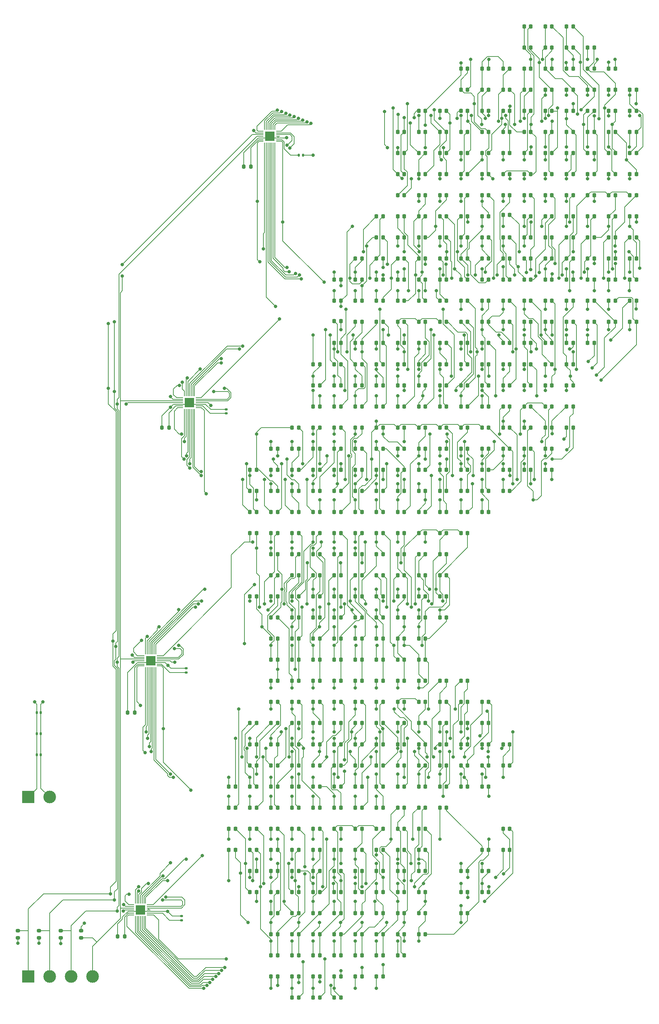
<source format=gtl>
G04 #@! TF.GenerationSoftware,KiCad,Pcbnew,7.0.9*
G04 #@! TF.CreationDate,2024-12-30T15:01:03+01:00*
G04 #@! TF.ProjectId,lightning-map,6c696768-746e-4696-9e67-2d6d61702e6b,rev?*
G04 #@! TF.SameCoordinates,Original*
G04 #@! TF.FileFunction,Copper,L1,Top*
G04 #@! TF.FilePolarity,Positive*
%FSLAX46Y46*%
G04 Gerber Fmt 4.6, Leading zero omitted, Abs format (unit mm)*
G04 Created by KiCad (PCBNEW 7.0.9) date 2024-12-30 15:01:03*
%MOMM*%
%LPD*%
G01*
G04 APERTURE LIST*
G04 Aperture macros list*
%AMRoundRect*
0 Rectangle with rounded corners*
0 $1 Rounding radius*
0 $2 $3 $4 $5 $6 $7 $8 $9 X,Y pos of 4 corners*
0 Add a 4 corners polygon primitive as box body*
4,1,4,$2,$3,$4,$5,$6,$7,$8,$9,$2,$3,0*
0 Add four circle primitives for the rounded corners*
1,1,$1+$1,$2,$3*
1,1,$1+$1,$4,$5*
1,1,$1+$1,$6,$7*
1,1,$1+$1,$8,$9*
0 Add four rect primitives between the rounded corners*
20,1,$1+$1,$2,$3,$4,$5,0*
20,1,$1+$1,$4,$5,$6,$7,0*
20,1,$1+$1,$6,$7,$8,$9,0*
20,1,$1+$1,$8,$9,$2,$3,0*%
G04 Aperture macros list end*
G04 #@! TA.AperFunction,SMDPad,CuDef*
%ADD10RoundRect,0.140000X0.140000X0.170000X-0.140000X0.170000X-0.140000X-0.170000X0.140000X-0.170000X0*%
G04 #@! TD*
G04 #@! TA.AperFunction,SMDPad,CuDef*
%ADD11RoundRect,0.218750X-0.218750X-0.256250X0.218750X-0.256250X0.218750X0.256250X-0.218750X0.256250X0*%
G04 #@! TD*
G04 #@! TA.AperFunction,SMDPad,CuDef*
%ADD12RoundRect,0.140000X0.170000X-0.140000X0.170000X0.140000X-0.170000X0.140000X-0.170000X-0.140000X0*%
G04 #@! TD*
G04 #@! TA.AperFunction,ComponentPad*
%ADD13R,3.000000X3.000000*%
G04 #@! TD*
G04 #@! TA.AperFunction,ComponentPad*
%ADD14C,3.000000*%
G04 #@! TD*
G04 #@! TA.AperFunction,SMDPad,CuDef*
%ADD15RoundRect,0.200000X0.275000X-0.200000X0.275000X0.200000X-0.275000X0.200000X-0.275000X-0.200000X0*%
G04 #@! TD*
G04 #@! TA.AperFunction,SMDPad,CuDef*
%ADD16RoundRect,0.200000X-0.200000X-0.275000X0.200000X-0.275000X0.200000X0.275000X-0.200000X0.275000X0*%
G04 #@! TD*
G04 #@! TA.AperFunction,SMDPad,CuDef*
%ADD17RoundRect,0.140000X-0.140000X-0.170000X0.140000X-0.170000X0.140000X0.170000X-0.140000X0.170000X0*%
G04 #@! TD*
G04 #@! TA.AperFunction,SMDPad,CuDef*
%ADD18RoundRect,0.050000X-0.362500X-0.050000X0.362500X-0.050000X0.362500X0.050000X-0.362500X0.050000X0*%
G04 #@! TD*
G04 #@! TA.AperFunction,SMDPad,CuDef*
%ADD19RoundRect,0.050000X-0.050000X-0.362500X0.050000X-0.362500X0.050000X0.362500X-0.050000X0.362500X0*%
G04 #@! TD*
G04 #@! TA.AperFunction,SMDPad,CuDef*
%ADD20R,2.300000X2.300000*%
G04 #@! TD*
G04 #@! TA.AperFunction,ViaPad*
%ADD21C,0.800000*%
G04 #@! TD*
G04 #@! TA.AperFunction,Conductor*
%ADD22C,0.200000*%
G04 #@! TD*
G04 #@! TA.AperFunction,Conductor*
%ADD23C,0.250000*%
G04 #@! TD*
G04 APERTURE END LIST*
D10*
X227020000Y-267500000D03*
X227980000Y-267500000D03*
D11*
X337500000Y-145000000D03*
X339075000Y-145000000D03*
X312500000Y-175000000D03*
X314075000Y-175000000D03*
X287500000Y-255000000D03*
X289075000Y-255000000D03*
X307500000Y-155000000D03*
X309075000Y-155000000D03*
X362500000Y-140000000D03*
X364075000Y-140000000D03*
X317500000Y-130000000D03*
X319075000Y-130000000D03*
X332500000Y-300000000D03*
X334075000Y-300000000D03*
D12*
X262400000Y-247980000D03*
X262400000Y-247020000D03*
D11*
X302500000Y-285000000D03*
X304075000Y-285000000D03*
X297500000Y-155000000D03*
X299075000Y-155000000D03*
X307500000Y-265000000D03*
X309075000Y-265000000D03*
X322500000Y-265000000D03*
X324075000Y-265000000D03*
X322500000Y-130000000D03*
X324075000Y-130000000D03*
X297500000Y-280000000D03*
X299075000Y-280000000D03*
X292500000Y-290000000D03*
X294075000Y-290000000D03*
X282500000Y-285000000D03*
X284075000Y-285000000D03*
X332500000Y-205000000D03*
X334075000Y-205000000D03*
X297500000Y-250000000D03*
X299075000Y-250000000D03*
X292500000Y-305000000D03*
X294075000Y-305000000D03*
X337500000Y-290000000D03*
X339075000Y-290000000D03*
X307500000Y-300000000D03*
X309075000Y-300000000D03*
X332500000Y-130000000D03*
X334075000Y-130000000D03*
X347500000Y-135000000D03*
X349075000Y-135000000D03*
X347500000Y-180000000D03*
X349075000Y-180000000D03*
D13*
X225000000Y-277500000D03*
D14*
X230080000Y-277500000D03*
D11*
X287500000Y-285000000D03*
X289075000Y-285000000D03*
X337500000Y-190000000D03*
X339075000Y-190000000D03*
X342500000Y-95000000D03*
X344075000Y-95000000D03*
X322500000Y-155000000D03*
X324075000Y-155000000D03*
X287500000Y-265000000D03*
X289075000Y-265000000D03*
X327500000Y-275000000D03*
X329075000Y-275000000D03*
X302500000Y-165000000D03*
X304075000Y-165000000D03*
X302500000Y-205000000D03*
X304075000Y-205000000D03*
X347500000Y-185000000D03*
X349075000Y-185000000D03*
X342500000Y-150000000D03*
X344075000Y-150000000D03*
X297500000Y-215000000D03*
X299075000Y-215000000D03*
X332500000Y-270000000D03*
X334075000Y-270000000D03*
X282500000Y-220000000D03*
X284075000Y-220000000D03*
X347500000Y-155000000D03*
X349075000Y-155000000D03*
X312500000Y-185000000D03*
X314075000Y-185000000D03*
X347500000Y-140000000D03*
X349075000Y-140000000D03*
X287500000Y-310000000D03*
X289075000Y-310000000D03*
X312500000Y-270000000D03*
X314075000Y-270000000D03*
X292500000Y-230000000D03*
X294075000Y-230000000D03*
X337500000Y-265000000D03*
X339075000Y-265000000D03*
D15*
X227500000Y-310825000D03*
X227500000Y-309175000D03*
D11*
X367500000Y-115000000D03*
X369075000Y-115000000D03*
X272500000Y-285000000D03*
X274075000Y-285000000D03*
X292500000Y-285000000D03*
X294075000Y-285000000D03*
X327500000Y-300000000D03*
X329075000Y-300000000D03*
X342500000Y-110000000D03*
X344075000Y-110000000D03*
X287500000Y-240000000D03*
X289075000Y-240000000D03*
D12*
X271900000Y-186680000D03*
X271900000Y-185720000D03*
D11*
X327500000Y-205000000D03*
X329075000Y-205000000D03*
X307500000Y-180000000D03*
X309075000Y-180000000D03*
X282500000Y-305000000D03*
X284075000Y-305000000D03*
X312500000Y-255000000D03*
X314075000Y-255000000D03*
X302500000Y-280000000D03*
X304075000Y-280000000D03*
X347500000Y-115000000D03*
X349075000Y-115000000D03*
X317500000Y-280000000D03*
X319075000Y-280000000D03*
X357500000Y-145000000D03*
X359075000Y-145000000D03*
X317500000Y-290000000D03*
X319075000Y-290000000D03*
X292500000Y-325000000D03*
X294075000Y-325000000D03*
X357500000Y-135000000D03*
X359075000Y-135000000D03*
X317500000Y-305000000D03*
X319075000Y-305000000D03*
X322500000Y-200000000D03*
X324075000Y-200000000D03*
X302500000Y-195000000D03*
X304075000Y-195000000D03*
X312500000Y-245000000D03*
X314075000Y-245000000D03*
X287500000Y-195000000D03*
X289075000Y-195000000D03*
X292500000Y-215000000D03*
X294075000Y-215000000D03*
X342500000Y-130000000D03*
X344075000Y-130000000D03*
X307500000Y-305000000D03*
X309075000Y-305000000D03*
X347500000Y-160000000D03*
X349075000Y-160000000D03*
X317500000Y-235000000D03*
X319075000Y-235000000D03*
X337500000Y-139640000D03*
X339075000Y-139640000D03*
X297500000Y-300000000D03*
X299075000Y-300000000D03*
X367500000Y-160000000D03*
X369075000Y-160000000D03*
X292500000Y-240000000D03*
X294075000Y-240000000D03*
X327500000Y-210000000D03*
X329075000Y-210000000D03*
X322500000Y-170000000D03*
X324075000Y-170000000D03*
X307500000Y-210000000D03*
X309075000Y-210000000D03*
X317500000Y-265000000D03*
X319075000Y-265000000D03*
X282500000Y-250000000D03*
X284075000Y-250000000D03*
X287500000Y-280000000D03*
X289075000Y-280000000D03*
X337500000Y-180000000D03*
X339075000Y-180000000D03*
X307500000Y-160000000D03*
X309075000Y-160000000D03*
X337500000Y-175000000D03*
X339075000Y-175000000D03*
X322500000Y-160000000D03*
X324075000Y-160000000D03*
X347500000Y-170000000D03*
X349075000Y-170000000D03*
X322500000Y-175000000D03*
X324075000Y-175000000D03*
X277500000Y-285000000D03*
X279075000Y-285000000D03*
X307500000Y-215000000D03*
X309075000Y-215000000D03*
X307500000Y-235000000D03*
X309075000Y-235000000D03*
X277500000Y-260000000D03*
X279075000Y-260000000D03*
X312500000Y-295000000D03*
X314075000Y-295000000D03*
X322500000Y-255000000D03*
X324075000Y-255000000D03*
X307500000Y-230000000D03*
X309075000Y-230000000D03*
X362500000Y-130000000D03*
X364075000Y-130000000D03*
X317500000Y-170000000D03*
X319075000Y-170000000D03*
X302500000Y-150000000D03*
X304075000Y-150000000D03*
X352500000Y-125000000D03*
X354075000Y-125000000D03*
X332500000Y-165000000D03*
X334075000Y-165000000D03*
X332500000Y-210000000D03*
X334075000Y-210000000D03*
X312500000Y-260000000D03*
X314075000Y-260000000D03*
X297500000Y-315000000D03*
X299075000Y-315000000D03*
X292500000Y-265000000D03*
X294075000Y-265000000D03*
X282500000Y-310000000D03*
X284075000Y-310000000D03*
X332500000Y-120000000D03*
X334075000Y-120000000D03*
X357500000Y-105000000D03*
X359075000Y-105000000D03*
X332500000Y-190000000D03*
X334075000Y-190000000D03*
X292500000Y-235000000D03*
X294075000Y-235000000D03*
X307500000Y-275000000D03*
X309075000Y-275000000D03*
X307500000Y-225000000D03*
X309075000Y-225000000D03*
X352500000Y-160000000D03*
X354075000Y-160000000D03*
X347500000Y-145000000D03*
X349075000Y-145000000D03*
X302500000Y-300000000D03*
X304075000Y-300000000D03*
X307500000Y-140000000D03*
X309075000Y-140000000D03*
X362500000Y-105000000D03*
X364075000Y-105000000D03*
X312500000Y-290000000D03*
X314075000Y-290000000D03*
X327500000Y-140000000D03*
X329075000Y-140000000D03*
X287500000Y-295000000D03*
X289075000Y-295000000D03*
X357500000Y-140000000D03*
X359075000Y-140000000D03*
X342500000Y-190000000D03*
X344075000Y-190000000D03*
X312500000Y-170000000D03*
X314075000Y-170000000D03*
X307500000Y-260000000D03*
X309075000Y-260000000D03*
X282500000Y-280000000D03*
X284075000Y-280000000D03*
X297500000Y-225000000D03*
X299075000Y-225000000D03*
X302500000Y-305000000D03*
X304075000Y-305000000D03*
D16*
X246175000Y-310500000D03*
X247825000Y-310500000D03*
X256675000Y-190000000D03*
X258325000Y-190000000D03*
D11*
X342500000Y-155000000D03*
X344075000Y-155000000D03*
X317500000Y-145000000D03*
X319075000Y-145000000D03*
X322500000Y-260000000D03*
X324075000Y-260000000D03*
X347500000Y-130000000D03*
X349075000Y-130000000D03*
X317500000Y-175000000D03*
X319075000Y-175000000D03*
X317500000Y-180000000D03*
X319075000Y-180000000D03*
X317500000Y-205000000D03*
X319075000Y-205000000D03*
X317500000Y-120000000D03*
X319075000Y-120000000D03*
X342500000Y-180000000D03*
X344075000Y-180000000D03*
X277500000Y-265000000D03*
X279075000Y-265000000D03*
X307500000Y-250000000D03*
X309075000Y-250000000D03*
X362500000Y-155000000D03*
X364075000Y-155000000D03*
X342500000Y-105000000D03*
X344075000Y-105000000D03*
X312500000Y-280000000D03*
X314075000Y-280000000D03*
X312500000Y-235000000D03*
X314075000Y-235000000D03*
X327500000Y-145000000D03*
X329075000Y-145000000D03*
X352500000Y-175000000D03*
X354075000Y-175000000D03*
X357500000Y-110000000D03*
X359075000Y-110000000D03*
X277500000Y-200000000D03*
X279075000Y-200000000D03*
X317500000Y-150000000D03*
X319075000Y-150000000D03*
X347500000Y-190000000D03*
X349075000Y-190000000D03*
X322500000Y-205000000D03*
X324075000Y-205000000D03*
X312500000Y-145000000D03*
X314075000Y-145000000D03*
X292500000Y-210000000D03*
X294075000Y-210000000D03*
X322500000Y-120000000D03*
X324075000Y-120000000D03*
X307500000Y-240000000D03*
X309075000Y-240000000D03*
X327500000Y-185000000D03*
X329075000Y-185000000D03*
X302500000Y-225000000D03*
X304075000Y-225000000D03*
X327500000Y-260000000D03*
X329075000Y-260000000D03*
X287500000Y-320000000D03*
X289075000Y-320000000D03*
X282500000Y-265000000D03*
X284075000Y-265000000D03*
X302500000Y-315000000D03*
X304075000Y-315000000D03*
X337500000Y-160000000D03*
X339075000Y-160000000D03*
X312500000Y-165000000D03*
X314075000Y-165000000D03*
X282500000Y-205000000D03*
X284075000Y-205000000D03*
X332500000Y-260000000D03*
X334075000Y-260000000D03*
X332500000Y-110000000D03*
X334075000Y-110000000D03*
X322500000Y-275000000D03*
X324075000Y-275000000D03*
X297500000Y-310000000D03*
X299075000Y-310000000D03*
X352500000Y-100000000D03*
X354075000Y-100000000D03*
X302500000Y-160000000D03*
X304075000Y-160000000D03*
X297500000Y-235000000D03*
X299075000Y-235000000D03*
X317500000Y-240000000D03*
X319075000Y-240000000D03*
X282500000Y-270000000D03*
X284075000Y-270000000D03*
X312500000Y-215000000D03*
X314075000Y-215000000D03*
X307500000Y-270000000D03*
X309075000Y-270000000D03*
X307500000Y-245000000D03*
X309075000Y-245000000D03*
X322500000Y-115000000D03*
X324075000Y-115000000D03*
X322500000Y-215000000D03*
X324075000Y-215000000D03*
X337500000Y-110000000D03*
X339075000Y-110000000D03*
X292500000Y-250000000D03*
X294075000Y-250000000D03*
D16*
X248575000Y-257500000D03*
X250225000Y-257500000D03*
D11*
X322500000Y-180000000D03*
X324075000Y-180000000D03*
D10*
X227980000Y-257500000D03*
X227020000Y-257500000D03*
D11*
X292500000Y-180000000D03*
X294075000Y-180000000D03*
X327500000Y-150000000D03*
X329075000Y-150000000D03*
X312500000Y-130000000D03*
X314075000Y-130000000D03*
X297500000Y-325000000D03*
X299075000Y-325000000D03*
X297500000Y-175000000D03*
X299075000Y-175000000D03*
X327500000Y-130000000D03*
X329075000Y-130000000D03*
X332500000Y-125000000D03*
X334075000Y-125000000D03*
X327500000Y-265000000D03*
X329075000Y-265000000D03*
X327500000Y-270000000D03*
X329075000Y-270000000D03*
X347500000Y-110000000D03*
X349075000Y-110000000D03*
X352500000Y-140000000D03*
X354075000Y-140000000D03*
X347500000Y-100000000D03*
X349075000Y-100000000D03*
X282500000Y-245000000D03*
X284075000Y-245000000D03*
X352500000Y-170000000D03*
X354075000Y-170000000D03*
X322500000Y-210000000D03*
X324075000Y-210000000D03*
X357500000Y-165000000D03*
X359075000Y-165000000D03*
D17*
X289120000Y-125500000D03*
X290080000Y-125500000D03*
D11*
X287500000Y-300000000D03*
X289075000Y-300000000D03*
X307500000Y-255000000D03*
X309075000Y-255000000D03*
X342500000Y-200000000D03*
X344075000Y-200000000D03*
X272500000Y-290000000D03*
X274075000Y-290000000D03*
X317500000Y-245000000D03*
X319075000Y-245000000D03*
X282500000Y-320000000D03*
X284075000Y-320000000D03*
X322500000Y-165000000D03*
X324075000Y-165000000D03*
X302500000Y-175000000D03*
X304075000Y-175000000D03*
X282500000Y-200000000D03*
X284075000Y-200000000D03*
X367500000Y-110000000D03*
X369075000Y-110000000D03*
X292500000Y-175000000D03*
X294075000Y-175000000D03*
X287500000Y-230000000D03*
X289075000Y-230000000D03*
X297500000Y-270000000D03*
X299075000Y-270000000D03*
X357500000Y-130000000D03*
X359075000Y-130000000D03*
X362500000Y-150000000D03*
X364075000Y-150000000D03*
X332500000Y-105000000D03*
X334075000Y-105000000D03*
X327500000Y-200000000D03*
X329075000Y-200000000D03*
X302500000Y-270000000D03*
X304075000Y-270000000D03*
X317500000Y-300000000D03*
X319075000Y-300000000D03*
X282500000Y-290000000D03*
X284075000Y-290000000D03*
X362500000Y-115000000D03*
X364075000Y-115000000D03*
X327500000Y-180000000D03*
X329075000Y-180000000D03*
X332500000Y-275000000D03*
X334075000Y-275000000D03*
X327500000Y-165000000D03*
X329075000Y-165000000D03*
X337500000Y-130000000D03*
X339075000Y-130000000D03*
X292500000Y-245000000D03*
X294075000Y-245000000D03*
X297500000Y-285000000D03*
X299075000Y-285000000D03*
X297500000Y-164820000D03*
X299075000Y-164820000D03*
X327500000Y-175000000D03*
X329075000Y-175000000D03*
X332500000Y-200000000D03*
X334075000Y-200000000D03*
X312500000Y-150000000D03*
X314075000Y-150000000D03*
X317500000Y-135000000D03*
X319075000Y-135000000D03*
X312500000Y-135000000D03*
X314075000Y-135000000D03*
X342500000Y-120000000D03*
X344075000Y-120000000D03*
D12*
X261300000Y-306680000D03*
X261300000Y-305720000D03*
D11*
X332500000Y-160000000D03*
X334075000Y-160000000D03*
X277500000Y-280000000D03*
X279075000Y-280000000D03*
X292500000Y-255000000D03*
X294075000Y-255000000D03*
X347500000Y-175000000D03*
X349075000Y-175000000D03*
X367500000Y-155000000D03*
X369075000Y-155000000D03*
X342500000Y-170000000D03*
X344075000Y-170000000D03*
X282500000Y-260000000D03*
X284075000Y-260000000D03*
X302500000Y-240000000D03*
X304075000Y-240000000D03*
X332500000Y-175000000D03*
X334075000Y-175000000D03*
X317500000Y-250000000D03*
X319075000Y-250000000D03*
X292500000Y-270000000D03*
X294075000Y-270000000D03*
X302500000Y-260000000D03*
X304075000Y-260000000D03*
X327500000Y-190000000D03*
X329075000Y-190000000D03*
X337500000Y-135000000D03*
X339075000Y-135000000D03*
X337500000Y-165000000D03*
X339075000Y-165000000D03*
D18*
X280262500Y-119837500D03*
X280262500Y-120237500D03*
X280262500Y-120637500D03*
X280262500Y-121037500D03*
X280262500Y-121437500D03*
X280262500Y-121837500D03*
X280262500Y-122237500D03*
D19*
X281000000Y-122975000D03*
X281400000Y-122975000D03*
X281800000Y-122975000D03*
X282200000Y-122975000D03*
X282600000Y-122975000D03*
X283000000Y-122975000D03*
X283400000Y-122975000D03*
D18*
X284137500Y-122237500D03*
X284137500Y-121837500D03*
X284137500Y-121437500D03*
X284137500Y-121037500D03*
X284137500Y-120637500D03*
X284137500Y-120237500D03*
X284137500Y-119837500D03*
D19*
X283400000Y-119100000D03*
X283000000Y-119100000D03*
X282600000Y-119100000D03*
X282200000Y-119100000D03*
X281800000Y-119100000D03*
X281400000Y-119100000D03*
X281000000Y-119100000D03*
D20*
X282200000Y-121037500D03*
D11*
X287500000Y-200000000D03*
X289075000Y-200000000D03*
X322500000Y-145000000D03*
X324075000Y-145000000D03*
X312500000Y-210000000D03*
X314075000Y-210000000D03*
X312500000Y-310000000D03*
X314075000Y-310000000D03*
X332500000Y-290000000D03*
X334075000Y-290000000D03*
X302500000Y-310000000D03*
X304075000Y-310000000D03*
X292500000Y-260000000D03*
X294075000Y-260000000D03*
X292500000Y-275000000D03*
X294075000Y-275000000D03*
X337500000Y-200000000D03*
X339075000Y-200000000D03*
X287500000Y-220000000D03*
X289075000Y-220000000D03*
X337500000Y-185000000D03*
X339075000Y-185000000D03*
X287500000Y-270000000D03*
X289075000Y-270000000D03*
X277500000Y-210000000D03*
X279075000Y-210000000D03*
X322500000Y-230000000D03*
X324075000Y-230000000D03*
X317500000Y-260000000D03*
X319075000Y-260000000D03*
X362500000Y-135000000D03*
X364075000Y-135000000D03*
X367500000Y-165000000D03*
X369075000Y-165000000D03*
X317500000Y-155000000D03*
X319075000Y-155000000D03*
X352500000Y-145000000D03*
X354075000Y-145000000D03*
X297500000Y-230000000D03*
X299075000Y-230000000D03*
X292500000Y-300000000D03*
X294075000Y-300000000D03*
X292500000Y-220000000D03*
X294075000Y-220000000D03*
X337500000Y-170000000D03*
X339075000Y-170000000D03*
X297500000Y-255000000D03*
X299075000Y-255000000D03*
X332500000Y-115000000D03*
X334075000Y-115000000D03*
X317500000Y-270000000D03*
X319075000Y-270000000D03*
X292500000Y-280000000D03*
X294075000Y-280000000D03*
X327500000Y-215000000D03*
X329075000Y-215000000D03*
X352500000Y-190000000D03*
X354075000Y-190000000D03*
X327500000Y-250000000D03*
X329075000Y-250000000D03*
D15*
X222500000Y-310825000D03*
X222500000Y-309175000D03*
D11*
X282500000Y-300000000D03*
X284075000Y-300000000D03*
X357500000Y-155000000D03*
X359075000Y-155000000D03*
X342500000Y-140000000D03*
X344075000Y-140000000D03*
X307500000Y-290000000D03*
X309075000Y-290000000D03*
X287500000Y-215000000D03*
X289075000Y-215000000D03*
X352500000Y-150000000D03*
X354075000Y-150000000D03*
X307500000Y-295000000D03*
X309075000Y-295000000D03*
X297500000Y-200000000D03*
X299075000Y-200000000D03*
X312500000Y-140000000D03*
X314075000Y-140000000D03*
X322500000Y-235000000D03*
X324075000Y-235000000D03*
X322500000Y-250000000D03*
X324075000Y-250000000D03*
X337500000Y-155000000D03*
X339075000Y-155000000D03*
X292500000Y-195000000D03*
X294075000Y-195000000D03*
X297500000Y-265000000D03*
X299075000Y-265000000D03*
X367500000Y-135000000D03*
X369075000Y-135000000D03*
X297500000Y-160000000D03*
X299075000Y-160000000D03*
X307500000Y-150000000D03*
X309075000Y-150000000D03*
X292500000Y-315000000D03*
X294075000Y-315000000D03*
D16*
X276075000Y-128200000D03*
X277725000Y-128200000D03*
D11*
X302500000Y-235000000D03*
X304075000Y-235000000D03*
D15*
X232700000Y-310825000D03*
X232700000Y-309175000D03*
D11*
X317500000Y-285000000D03*
X319075000Y-285000000D03*
X362500000Y-110000000D03*
X364075000Y-110000000D03*
X352500000Y-185000000D03*
X354075000Y-185000000D03*
X307500000Y-170000000D03*
X309075000Y-170000000D03*
X342500000Y-100000000D03*
X344075000Y-100000000D03*
X312500000Y-180000000D03*
X314075000Y-180000000D03*
X332500000Y-150000000D03*
X334075000Y-150000000D03*
X302500000Y-275000000D03*
X304075000Y-275000000D03*
X297500000Y-205000000D03*
X299075000Y-205000000D03*
X312500000Y-120000000D03*
X314075000Y-120000000D03*
X302500000Y-295000000D03*
X304075000Y-295000000D03*
X317500000Y-255000000D03*
X319075000Y-255000000D03*
X357500000Y-100000000D03*
X359075000Y-100000000D03*
X322500000Y-150000000D03*
X324075000Y-150000000D03*
D10*
X227980000Y-262500000D03*
X227020000Y-262500000D03*
D11*
X337500000Y-115000000D03*
X339075000Y-115000000D03*
X344075000Y-195000000D03*
X342500000Y-195000000D03*
X357500000Y-150000000D03*
X359075000Y-150000000D03*
X287500000Y-225000000D03*
X289075000Y-225000000D03*
X307500000Y-200000000D03*
X309075000Y-200000000D03*
X312500000Y-195000000D03*
X314075000Y-195000000D03*
X367500000Y-120000000D03*
X369075000Y-120000000D03*
X367500000Y-130000000D03*
X369075000Y-130000000D03*
X292500000Y-200000000D03*
X294075000Y-200000000D03*
X307500000Y-220000000D03*
X309075000Y-220000000D03*
X302500000Y-170000000D03*
X304075000Y-170000000D03*
X322500000Y-220000000D03*
X324075000Y-220000000D03*
X302500000Y-265000000D03*
X304075000Y-265000000D03*
X337500000Y-270000000D03*
X339075000Y-270000000D03*
X357500000Y-115000000D03*
X359075000Y-115000000D03*
X367500000Y-150000000D03*
X369075000Y-150000000D03*
X272500000Y-280000000D03*
X274075000Y-280000000D03*
X277500000Y-300000000D03*
X279075000Y-300000000D03*
X307500000Y-175000000D03*
X309075000Y-175000000D03*
X307500000Y-310000000D03*
X309075000Y-310000000D03*
X357500000Y-170000000D03*
X359075000Y-170000000D03*
X312500000Y-230000000D03*
X314075000Y-230000000D03*
X292500000Y-185000000D03*
X294075000Y-185000000D03*
X342500000Y-145000000D03*
X344075000Y-145000000D03*
D14*
X240240000Y-320000000D03*
X235160000Y-320000000D03*
X230080000Y-320000000D03*
D13*
X225000000Y-320000000D03*
D11*
X337500000Y-150000000D03*
X339075000Y-150000000D03*
X337500000Y-120000000D03*
X339075000Y-120000000D03*
X292500000Y-190000000D03*
X294075000Y-190000000D03*
X287500000Y-290000000D03*
X289075000Y-290000000D03*
X302500000Y-155000000D03*
X304075000Y-155000000D03*
X287500000Y-275000000D03*
X289075000Y-275000000D03*
X287500000Y-325000000D03*
X289075000Y-325000000D03*
X297500000Y-275000000D03*
X299075000Y-275000000D03*
X317500000Y-230000000D03*
X319075000Y-230000000D03*
X367500000Y-125000000D03*
X369075000Y-125000000D03*
X322500000Y-135000000D03*
X324075000Y-135000000D03*
X352500000Y-110000000D03*
X354075000Y-110000000D03*
X312500000Y-240000000D03*
X314075000Y-240000000D03*
X317500000Y-190000000D03*
X319075000Y-190000000D03*
X282500000Y-215000000D03*
X284075000Y-215000000D03*
X352500000Y-135000000D03*
X354075000Y-135000000D03*
X277500000Y-230000000D03*
X279075000Y-230000000D03*
X292500000Y-320000000D03*
X294075000Y-320000000D03*
X317500000Y-220000000D03*
X319075000Y-220000000D03*
X272500000Y-275000000D03*
X274075000Y-275000000D03*
X327500000Y-120000000D03*
X329075000Y-120000000D03*
X282500000Y-235000000D03*
X284075000Y-235000000D03*
X312500000Y-220000000D03*
X314075000Y-220000000D03*
X297500000Y-320000000D03*
X299075000Y-320000000D03*
X297500000Y-295000000D03*
X299075000Y-295000000D03*
X327500000Y-255000000D03*
X329075000Y-255000000D03*
X312500000Y-155000000D03*
X314075000Y-155000000D03*
X297500000Y-190000000D03*
X299075000Y-190000000D03*
X282500000Y-240000000D03*
X284075000Y-240000000D03*
X302500000Y-290000000D03*
X304075000Y-290000000D03*
X302500000Y-255000000D03*
X304075000Y-255000000D03*
X312500000Y-125000000D03*
X314075000Y-125000000D03*
X297500000Y-185000000D03*
X299075000Y-185000000D03*
X307500000Y-205000000D03*
X309075000Y-205000000D03*
X302500000Y-250000000D03*
X304075000Y-250000000D03*
X302500000Y-180000000D03*
X304075000Y-180000000D03*
X362500000Y-160000000D03*
X364075000Y-160000000D03*
X332500000Y-135000000D03*
X334075000Y-135000000D03*
X302500000Y-210000000D03*
X304075000Y-210000000D03*
X327500000Y-115000000D03*
X329075000Y-115000000D03*
X342500000Y-125000000D03*
X344075000Y-125000000D03*
X287500000Y-235000000D03*
X289075000Y-235000000D03*
X287500000Y-315000000D03*
X289075000Y-315000000D03*
X322500000Y-140000000D03*
X324075000Y-140000000D03*
X332500000Y-180000000D03*
X334075000Y-180000000D03*
X317500000Y-275000000D03*
X319075000Y-275000000D03*
X282500000Y-255000000D03*
X284075000Y-255000000D03*
X362500000Y-145000000D03*
X364075000Y-145000000D03*
X277500000Y-270000000D03*
X279075000Y-270000000D03*
X282500000Y-210000000D03*
X284075000Y-210000000D03*
X307500000Y-165000000D03*
X309075000Y-165000000D03*
X307500000Y-185000000D03*
X309075000Y-185000000D03*
X287500000Y-190000000D03*
X289075000Y-190000000D03*
X292500000Y-205000000D03*
X294075000Y-205000000D03*
X302500000Y-190000000D03*
X304075000Y-190000000D03*
X332500000Y-140000000D03*
X334075000Y-140000000D03*
X317500000Y-215000000D03*
X319075000Y-215000000D03*
X347500000Y-150000000D03*
X349075000Y-150000000D03*
X347500000Y-200000000D03*
X349075000Y-200000000D03*
X322500000Y-270000000D03*
X324075000Y-270000000D03*
X317500000Y-210000000D03*
X319075000Y-210000000D03*
X327500000Y-125000000D03*
X329075000Y-125000000D03*
X362500000Y-125000000D03*
X364075000Y-125000000D03*
D18*
X249662500Y-303000000D03*
X249662500Y-303400000D03*
X249662500Y-303800000D03*
X249662500Y-304200000D03*
X249662500Y-304600000D03*
X249662500Y-305000000D03*
X249662500Y-305400000D03*
D19*
X250400000Y-306137500D03*
X250800000Y-306137500D03*
X251200000Y-306137500D03*
X251600000Y-306137500D03*
X252000000Y-306137500D03*
X252400000Y-306137500D03*
X252800000Y-306137500D03*
D18*
X253537500Y-305400000D03*
X253537500Y-305000000D03*
X253537500Y-304600000D03*
X253537500Y-304200000D03*
X253537500Y-303800000D03*
X253537500Y-303400000D03*
X253537500Y-303000000D03*
D19*
X252800000Y-302262500D03*
X252400000Y-302262500D03*
X252000000Y-302262500D03*
X251600000Y-302262500D03*
X251200000Y-302262500D03*
X250800000Y-302262500D03*
X250400000Y-302262500D03*
D20*
X251600000Y-304200000D03*
D18*
X261262500Y-182900000D03*
X261262500Y-183300000D03*
X261262500Y-183700000D03*
X261262500Y-184100000D03*
X261262500Y-184500000D03*
X261262500Y-184900000D03*
X261262500Y-185300000D03*
D19*
X262000000Y-186037500D03*
X262400000Y-186037500D03*
X262800000Y-186037500D03*
X263200000Y-186037500D03*
X263600000Y-186037500D03*
X264000000Y-186037500D03*
X264400000Y-186037500D03*
D18*
X265137500Y-185300000D03*
X265137500Y-184900000D03*
X265137500Y-184500000D03*
X265137500Y-184100000D03*
X265137500Y-183700000D03*
X265137500Y-183300000D03*
X265137500Y-182900000D03*
D19*
X264400000Y-182162500D03*
X264000000Y-182162500D03*
X263600000Y-182162500D03*
X263200000Y-182162500D03*
X262800000Y-182162500D03*
X262400000Y-182162500D03*
X262000000Y-182162500D03*
D20*
X263200000Y-184100000D03*
D11*
X332500000Y-185000000D03*
X334075000Y-185000000D03*
X317500000Y-140000000D03*
X319075000Y-140000000D03*
X302500000Y-200000000D03*
X304075000Y-200000000D03*
X337500000Y-125000000D03*
X339075000Y-125000000D03*
X317500000Y-160000000D03*
X319075000Y-160000000D03*
X292500000Y-295000000D03*
X294075000Y-295000000D03*
X347500000Y-165000000D03*
X349075000Y-165000000D03*
X342500000Y-115000000D03*
X344075000Y-115000000D03*
X362500000Y-165000000D03*
X364075000Y-165000000D03*
X332500000Y-170000000D03*
X334075000Y-170000000D03*
X357500000Y-160000000D03*
X359075000Y-160000000D03*
X297500000Y-290000000D03*
X299075000Y-290000000D03*
X327500000Y-110000000D03*
X329075000Y-110000000D03*
X347500000Y-95000000D03*
X349075000Y-95000000D03*
X292500000Y-225000000D03*
X294075000Y-225000000D03*
X282500000Y-315000000D03*
X284075000Y-315000000D03*
X347500000Y-125000000D03*
X349075000Y-125000000D03*
X307500000Y-320000000D03*
X309075000Y-320000000D03*
X312500000Y-160000000D03*
X314075000Y-160000000D03*
X312500000Y-285000000D03*
X314075000Y-285000000D03*
X312500000Y-205000000D03*
X314075000Y-205000000D03*
X302500000Y-220000000D03*
X304075000Y-220000000D03*
X357500000Y-125000000D03*
X359075000Y-125000000D03*
X312500000Y-265000000D03*
X314075000Y-265000000D03*
X332500000Y-195000000D03*
X334075000Y-195000000D03*
X317500000Y-165000000D03*
X319075000Y-165000000D03*
X337500000Y-205000000D03*
X339075000Y-205000000D03*
X312500000Y-190000000D03*
X314075000Y-190000000D03*
X367500000Y-145000000D03*
X369075000Y-145000000D03*
X312500000Y-200000000D03*
X314075000Y-200000000D03*
X307500000Y-195000000D03*
X309075000Y-195000000D03*
X302500000Y-230000000D03*
X304075000Y-230000000D03*
X352500000Y-120000000D03*
X354075000Y-120000000D03*
X332500000Y-155000000D03*
X334075000Y-155000000D03*
X317500000Y-310000000D03*
X319075000Y-310000000D03*
X327500000Y-135000000D03*
X329075000Y-135000000D03*
X357500000Y-120000000D03*
X359075000Y-120000000D03*
X307500000Y-280000000D03*
X309075000Y-280000000D03*
X322500000Y-195000000D03*
X324075000Y-195000000D03*
X327500000Y-105000000D03*
X329075000Y-105000000D03*
X347500000Y-105000000D03*
X349075000Y-105000000D03*
X282500000Y-275000000D03*
X284075000Y-275000000D03*
X312500000Y-300000000D03*
X314075000Y-300000000D03*
X312500000Y-225000000D03*
X314075000Y-225000000D03*
X307500000Y-315000000D03*
X309075000Y-315000000D03*
X282500000Y-295000000D03*
X284075000Y-295000000D03*
X307500000Y-285000000D03*
X309075000Y-285000000D03*
D18*
X252062500Y-244037500D03*
X252062500Y-244437500D03*
X252062500Y-244837500D03*
X252062500Y-245237500D03*
X252062500Y-245637500D03*
X252062500Y-246037500D03*
X252062500Y-246437500D03*
D19*
X252800000Y-247175000D03*
X253200000Y-247175000D03*
X253600000Y-247175000D03*
X254000000Y-247175000D03*
X254400000Y-247175000D03*
X254800000Y-247175000D03*
X255200000Y-247175000D03*
D18*
X255937500Y-246437500D03*
X255937500Y-246037500D03*
X255937500Y-245637500D03*
X255937500Y-245237500D03*
X255937500Y-244837500D03*
X255937500Y-244437500D03*
X255937500Y-244037500D03*
D19*
X255200000Y-243300000D03*
X254800000Y-243300000D03*
X254400000Y-243300000D03*
X254000000Y-243300000D03*
X253600000Y-243300000D03*
X253200000Y-243300000D03*
X252800000Y-243300000D03*
D20*
X254000000Y-245237500D03*
D11*
X327500000Y-155000000D03*
X329075000Y-155000000D03*
X287500000Y-245000000D03*
X289075000Y-245000000D03*
X367500000Y-140000000D03*
X369075000Y-140000000D03*
X317500000Y-295000000D03*
X319075000Y-295000000D03*
X297500000Y-210000000D03*
X299075000Y-210000000D03*
X292500000Y-310000000D03*
X294075000Y-310000000D03*
X302500000Y-215000000D03*
X304075000Y-215000000D03*
X302500000Y-320000000D03*
X304075000Y-320000000D03*
X342500000Y-185000000D03*
X344075000Y-185000000D03*
X297500000Y-195000000D03*
X299075000Y-195000000D03*
X277500000Y-290000000D03*
X279075000Y-290000000D03*
X327500000Y-295000000D03*
X329075000Y-295000000D03*
X297500000Y-170000000D03*
X299075000Y-170000000D03*
X332500000Y-255000000D03*
X334075000Y-255000000D03*
X352500000Y-165000000D03*
X354075000Y-165000000D03*
X312500000Y-275000000D03*
X314075000Y-275000000D03*
X322500000Y-225000000D03*
X324075000Y-225000000D03*
X322500000Y-190000000D03*
X324075000Y-190000000D03*
X337500000Y-285000000D03*
X339075000Y-285000000D03*
X317500000Y-195000000D03*
X319075000Y-195000000D03*
X322500000Y-125000000D03*
X324075000Y-125000000D03*
X342500000Y-175000000D03*
X344075000Y-175000000D03*
X297500000Y-240000000D03*
X299075000Y-240000000D03*
X287500000Y-260000000D03*
X289075000Y-260000000D03*
X342500000Y-165000000D03*
X344075000Y-165000000D03*
X317500000Y-225000000D03*
X319075000Y-225000000D03*
X322500000Y-280000000D03*
X324075000Y-280000000D03*
X342500000Y-160000000D03*
X344075000Y-160000000D03*
X327500000Y-305000000D03*
X329075000Y-305000000D03*
X332500000Y-145000000D03*
X334075000Y-145000000D03*
X277500000Y-275000000D03*
X279075000Y-275000000D03*
X347500000Y-195000000D03*
X349075000Y-195000000D03*
X322500000Y-185000000D03*
X324075000Y-185000000D03*
X352500000Y-155000000D03*
X354075000Y-155000000D03*
X317500000Y-200000000D03*
X319075000Y-200000000D03*
X297500000Y-180000000D03*
X299075000Y-180000000D03*
X297500000Y-245000000D03*
X299075000Y-245000000D03*
X347500000Y-120000000D03*
X349075000Y-120000000D03*
X297500000Y-305000000D03*
X299075000Y-305000000D03*
X317500000Y-125000000D03*
X319075000Y-125000000D03*
X327500000Y-195000000D03*
X329075000Y-195000000D03*
X362500000Y-120000000D03*
X364075000Y-120000000D03*
X282500000Y-230000000D03*
X284075000Y-230000000D03*
X337500000Y-195000000D03*
X339075000Y-195000000D03*
X277500000Y-215000000D03*
X279075000Y-215000000D03*
X352500000Y-115000000D03*
X354075000Y-115000000D03*
X297500000Y-220000000D03*
X299075000Y-220000000D03*
X287500000Y-205000000D03*
X289075000Y-205000000D03*
X317500000Y-185000000D03*
X319075000Y-185000000D03*
X312500000Y-305000000D03*
X314075000Y-305000000D03*
X282500000Y-225000000D03*
X284075000Y-225000000D03*
X317500000Y-115000000D03*
X319075000Y-115000000D03*
X337500000Y-105000000D03*
X339075000Y-105000000D03*
X287500000Y-305000000D03*
X289075000Y-305000000D03*
X352500000Y-95000000D03*
X354075000Y-95000000D03*
X277500000Y-205000000D03*
X279075000Y-205000000D03*
X327500000Y-160000000D03*
X329075000Y-160000000D03*
X287500000Y-250000000D03*
X289075000Y-250000000D03*
X307500000Y-145000000D03*
X309075000Y-145000000D03*
X282500000Y-195000000D03*
X284075000Y-195000000D03*
X352500000Y-180000000D03*
X354075000Y-180000000D03*
X287500000Y-210000000D03*
X289075000Y-210000000D03*
X352500000Y-105000000D03*
X354075000Y-105000000D03*
X352500000Y-130000000D03*
X354075000Y-130000000D03*
X302500000Y-245000000D03*
X304075000Y-245000000D03*
X277500000Y-295000000D03*
X279075000Y-295000000D03*
X312500000Y-250000000D03*
X314075000Y-250000000D03*
X327500000Y-170000000D03*
X329075000Y-170000000D03*
D15*
X237500000Y-310825000D03*
X237500000Y-309175000D03*
D11*
X332500000Y-265000000D03*
X334075000Y-265000000D03*
X297500000Y-260000000D03*
X299075000Y-260000000D03*
X307500000Y-190000000D03*
X309075000Y-190000000D03*
X312500000Y-315000000D03*
X314075000Y-315000000D03*
X332500000Y-295000000D03*
X334075000Y-295000000D03*
X302500000Y-185000000D03*
X304075000Y-185000000D03*
X342500000Y-135000000D03*
X344075000Y-135000000D03*
D21*
X315700000Y-293200000D03*
X299900000Y-231793245D03*
X340800000Y-202300000D03*
X337500000Y-188500000D03*
X342500000Y-188500000D03*
X307500000Y-188500000D03*
X354000000Y-153200000D03*
X338000000Y-118200000D03*
X222500000Y-312100000D03*
X227500000Y-312100000D03*
X232700000Y-312200000D03*
X238300000Y-307400000D03*
X292500000Y-125500000D03*
X228500000Y-255000000D03*
X226500000Y-255000000D03*
X278400000Y-119700000D03*
X268300000Y-184800000D03*
X258700000Y-185200000D03*
X258700000Y-182700000D03*
X247600000Y-303000000D03*
X258000000Y-304600000D03*
X249600000Y-243900000D03*
X258100000Y-246300000D03*
X286200000Y-121400000D03*
X247300000Y-154100000D03*
X247300000Y-151400000D03*
X287008958Y-123830244D03*
X245400500Y-165000000D03*
X244000000Y-165400000D03*
X286326500Y-123100000D03*
X245400500Y-181500000D03*
X268906255Y-181500000D03*
X244000000Y-180700000D03*
X271500000Y-180699500D03*
X259700000Y-245537000D03*
X276200000Y-241199500D03*
X245773500Y-241809918D03*
X259644872Y-242344372D03*
X245070574Y-240600000D03*
X260600000Y-241600000D03*
X245400500Y-301900000D03*
X256800398Y-301899500D03*
X244500000Y-300400000D03*
X257600000Y-301200000D03*
X246100500Y-304500000D03*
X248200000Y-184399500D03*
X246100500Y-184399500D03*
X246100500Y-245537000D03*
X249800000Y-245537000D03*
X251800000Y-240400000D03*
X247499500Y-304499500D03*
X248900000Y-300500000D03*
X266539216Y-322796963D03*
X267296580Y-322097463D03*
X284100000Y-322100000D03*
X282500000Y-322800000D03*
X357500000Y-102800000D03*
X319075000Y-118399500D03*
X344000000Y-102800000D03*
X292000000Y-118000000D03*
X327500000Y-103700000D03*
X359800000Y-102800000D03*
X346800000Y-102800000D03*
X329800000Y-102800000D03*
X354100000Y-102800000D03*
X364000000Y-102800000D03*
X349100000Y-102800000D03*
X334100000Y-102800000D03*
X356600000Y-118200000D03*
X363300000Y-118200000D03*
X324900000Y-117900000D03*
X340200000Y-118200000D03*
X315512000Y-117900000D03*
X291000000Y-117600000D03*
X332400000Y-118200000D03*
X344100000Y-118200000D03*
X367500000Y-111300000D03*
X352500000Y-111300000D03*
X347500000Y-111300000D03*
X346700000Y-117500000D03*
X329100000Y-117500000D03*
X362500000Y-111300000D03*
X341600000Y-117500000D03*
X357500000Y-111300000D03*
X290000000Y-117200000D03*
X349100000Y-117500000D03*
X336400000Y-117500000D03*
X322500000Y-116799500D03*
X352500000Y-116899500D03*
X326600000Y-116800000D03*
X316400000Y-116600000D03*
X347500000Y-116800000D03*
X333300000Y-116800000D03*
X360200000Y-116899500D03*
X342500000Y-116800000D03*
X314100000Y-116600000D03*
X337200000Y-116800000D03*
X289000000Y-116800000D03*
X359100000Y-116200000D03*
X317500000Y-116100000D03*
X338100000Y-116100000D03*
X330000500Y-116100000D03*
X346100000Y-103600000D03*
X320400000Y-116100000D03*
X327500000Y-116100000D03*
X334075000Y-116100000D03*
X312638004Y-115882612D03*
X352400000Y-103600000D03*
X362500000Y-116200000D03*
X348300000Y-116100000D03*
X367500000Y-116200000D03*
X288000000Y-116400000D03*
X352500000Y-123600000D03*
X319100000Y-123700000D03*
X323400000Y-123700000D03*
X310100000Y-123700000D03*
X344100000Y-123600000D03*
X309400000Y-115141153D03*
X357500000Y-123600000D03*
X367400000Y-123600000D03*
X312500000Y-123700000D03*
X362500000Y-123600000D03*
X347500000Y-123600000D03*
X355100000Y-115800000D03*
X287000000Y-116000000D03*
X339100000Y-113899500D03*
X355800000Y-103500000D03*
X347500000Y-126600000D03*
X337500000Y-126600000D03*
X356000000Y-114741153D03*
X322900000Y-126600000D03*
X286000000Y-115600000D03*
X352500000Y-126600000D03*
X362500000Y-103500000D03*
X342500000Y-126600000D03*
X332500000Y-126600000D03*
X359100000Y-126600000D03*
X366700000Y-126600000D03*
X327500000Y-126600000D03*
X321200000Y-114741153D03*
X285000000Y-115200000D03*
X322500000Y-131100000D03*
X317500000Y-131100000D03*
X332500000Y-131100000D03*
X311400000Y-114341153D03*
X327500000Y-131100000D03*
X315800000Y-131100000D03*
X313538521Y-131014940D03*
X369900000Y-116100000D03*
X361566751Y-114340769D03*
X350400000Y-114341153D03*
X352500000Y-131100000D03*
X369000000Y-113342153D03*
X357500000Y-131100000D03*
X354075000Y-113342153D03*
X342500000Y-131100000D03*
X339100000Y-131100000D03*
X362500000Y-131100000D03*
X330700000Y-113342153D03*
X335100000Y-131100000D03*
X284000000Y-114800000D03*
X314800000Y-113342153D03*
X347500000Y-131100000D03*
X367500000Y-131100000D03*
X364100000Y-148400000D03*
X354100000Y-148400000D03*
X317600000Y-148400000D03*
X326700000Y-148400000D03*
X324100000Y-148400000D03*
X304400000Y-148400000D03*
X280700500Y-147700000D03*
X314100000Y-148400000D03*
X367300000Y-148400000D03*
X341300000Y-148400000D03*
X342500000Y-136400000D03*
X327500000Y-136400000D03*
X349800000Y-151200000D03*
X317500000Y-136400000D03*
X324000000Y-151300000D03*
X279850000Y-150750000D03*
X310100000Y-151300000D03*
X359100000Y-136400000D03*
X337500000Y-136400000D03*
X319100000Y-151300000D03*
X279300000Y-136400000D03*
X347500000Y-136400000D03*
X352500000Y-136400000D03*
X322500000Y-136400000D03*
X359100000Y-151200000D03*
X332500000Y-136400000D03*
X364100000Y-151200000D03*
X346700000Y-142400000D03*
X362500000Y-142400000D03*
X342500000Y-142400000D03*
X332500000Y-142400000D03*
X337500000Y-142400000D03*
X299100000Y-161300000D03*
X352500000Y-142400000D03*
X301800000Y-142400000D03*
X357500000Y-142400000D03*
X321500000Y-142400000D03*
X283600000Y-161300000D03*
X367500000Y-142400000D03*
X304100000Y-156400000D03*
X332500000Y-147000000D03*
X364037000Y-147000000D03*
X299100000Y-156400000D03*
X317500000Y-147000000D03*
X305200000Y-147000000D03*
X337500000Y-147000000D03*
X322500000Y-147000000D03*
X289700000Y-154800000D03*
X342500000Y-147000000D03*
X312500000Y-147000000D03*
X327500000Y-147000000D03*
X311000000Y-154600000D03*
X366300000Y-154599500D03*
X305900000Y-154599500D03*
X325300000Y-154600000D03*
X340204443Y-153899500D03*
X345200000Y-154100000D03*
X350700000Y-154606755D03*
X335232188Y-154599500D03*
X356000000Y-154606755D03*
X301200000Y-154599500D03*
X289253009Y-153906018D03*
X361300000Y-154606755D03*
X336100000Y-153900000D03*
X351500000Y-153900000D03*
X323300000Y-153900000D03*
X346100000Y-153300000D03*
X309100000Y-153900000D03*
X316800000Y-153900000D03*
X330900000Y-153900000D03*
X369900000Y-152300000D03*
X329109358Y-153900921D03*
X349100000Y-153600000D03*
X343000000Y-153299500D03*
X288340097Y-153499082D03*
X286806025Y-153107483D03*
X307500000Y-153200000D03*
X356700000Y-153200000D03*
X344075000Y-152599500D03*
X333300000Y-153200000D03*
X297500000Y-153200000D03*
X362500000Y-153200000D03*
X312500000Y-153200000D03*
X302500000Y-153200000D03*
X318300000Y-153200000D03*
X367500000Y-153200000D03*
X322500000Y-152400000D03*
X286300000Y-152100000D03*
X309075000Y-152100000D03*
X332500000Y-152400000D03*
X325999500Y-152400000D03*
X314100000Y-152400000D03*
X352500000Y-152400000D03*
X337500000Y-151900000D03*
X341100000Y-151900000D03*
X363400000Y-152400000D03*
X347500000Y-152400000D03*
X357500000Y-152400000D03*
X297500000Y-157600000D03*
X312500000Y-157600000D03*
X317500000Y-157600000D03*
X353300000Y-141300000D03*
X307500000Y-157600000D03*
X344100000Y-141300000D03*
X315100000Y-157600000D03*
X319100000Y-157600000D03*
X329100000Y-141300000D03*
X359100000Y-157600000D03*
X285300000Y-141300000D03*
X367400000Y-157600000D03*
X295100000Y-155600000D03*
X369100000Y-141300000D03*
X353300000Y-157600000D03*
X321700000Y-157600000D03*
X302500000Y-157600000D03*
X362500000Y-157600000D03*
X314100000Y-172100000D03*
X339800000Y-172100000D03*
X298300000Y-172100000D03*
X329800000Y-172100000D03*
X270700000Y-174700000D03*
X304100000Y-172100000D03*
X331300000Y-172100000D03*
X354100000Y-172100000D03*
X363000000Y-169300000D03*
X300500000Y-172100000D03*
X344100000Y-172100000D03*
X332500000Y-162000000D03*
X342500000Y-162000000D03*
X362500000Y-162000000D03*
X357500000Y-162000000D03*
X352500000Y-162000000D03*
X337500000Y-162000000D03*
X369000000Y-161900000D03*
X284500000Y-164300000D03*
X300300000Y-162000000D03*
X327500000Y-162000000D03*
X347500000Y-162000000D03*
X308300000Y-162000000D03*
X323300000Y-162000000D03*
X357500000Y-166800000D03*
X367500000Y-166800000D03*
X337500000Y-166800000D03*
X347500000Y-166800000D03*
X332500000Y-166800000D03*
X299100000Y-166800000D03*
X270705208Y-173700511D03*
X342500000Y-166800000D03*
X320400000Y-166800000D03*
X352500000Y-166800000D03*
X309100000Y-166800000D03*
X295400000Y-166800000D03*
X362500000Y-166800000D03*
X322500000Y-171400500D03*
X307500000Y-171400500D03*
X302500000Y-171400500D03*
X353300000Y-171400500D03*
X275000000Y-171400500D03*
X317500000Y-171400500D03*
X345400000Y-171400500D03*
X327500000Y-171400500D03*
X312500000Y-171400500D03*
X297500000Y-171400500D03*
X332500000Y-171400500D03*
X340600000Y-171400500D03*
X328300000Y-168100000D03*
X352500000Y-168100000D03*
X310300000Y-168100000D03*
X275767524Y-170701000D03*
X357500000Y-168100000D03*
X342500000Y-168100000D03*
X336500000Y-168100000D03*
X349100000Y-168100000D03*
X321100000Y-168100000D03*
X296500000Y-168100000D03*
X292500000Y-168100000D03*
X314100000Y-168100000D03*
X346500000Y-168100000D03*
X302000000Y-168100000D03*
X342500000Y-176200000D03*
X349800000Y-176200000D03*
X314900000Y-176200000D03*
X307500000Y-176200000D03*
X354900000Y-176200000D03*
X317500000Y-176200000D03*
X357700000Y-174400000D03*
X265730420Y-176130420D03*
X322500000Y-176200000D03*
X312500000Y-176200000D03*
X337500000Y-176200000D03*
X332500000Y-176200000D03*
X327500000Y-176200000D03*
X302500000Y-177800000D03*
X353400000Y-177800000D03*
X307500000Y-177800000D03*
X262655128Y-178255628D03*
X347500000Y-177800000D03*
X331700000Y-177800000D03*
X334100000Y-177800000D03*
X297500000Y-177800000D03*
X358600000Y-175900000D03*
X317500000Y-177800000D03*
X292500000Y-177800000D03*
X325200000Y-177800000D03*
X312500000Y-177800000D03*
X332500000Y-181200000D03*
X347500000Y-181200000D03*
X314100000Y-181200000D03*
X337500000Y-181200000D03*
X292500000Y-181200000D03*
X322500000Y-181200000D03*
X352500000Y-181200000D03*
X300000000Y-181200000D03*
X261500000Y-179300000D03*
X326300000Y-181200000D03*
X342500000Y-181200000D03*
X359600000Y-177600000D03*
X260793245Y-180006755D03*
X360700000Y-178800000D03*
X318500000Y-182500000D03*
X327500000Y-182500000D03*
X322500000Y-182500000D03*
X335700000Y-182500000D03*
X297500000Y-182500000D03*
X332500000Y-182500000D03*
X302500000Y-182500000D03*
X312500000Y-182500000D03*
X307500000Y-182500000D03*
X294100000Y-182500000D03*
X345500000Y-182500000D03*
X261901280Y-197514024D03*
X349100000Y-197514024D03*
X283100000Y-197514024D03*
X319100000Y-197514024D03*
X329100000Y-197514024D03*
X324100000Y-197514024D03*
X286300000Y-197514024D03*
X306400000Y-197514024D03*
X309100000Y-191522285D03*
X341600000Y-191522285D03*
X336700000Y-191522285D03*
X261300500Y-191522285D03*
X349100000Y-191500000D03*
X297500000Y-191522285D03*
X320200000Y-191522285D03*
X292500000Y-191522285D03*
X302500000Y-191522285D03*
X324200000Y-191522285D03*
X279100000Y-191522285D03*
X335400000Y-193300000D03*
X297500000Y-193300000D03*
X346700000Y-193300000D03*
X262000000Y-193300000D03*
X314100000Y-193300000D03*
X282500000Y-193300000D03*
X324100000Y-193300000D03*
X328400000Y-193300000D03*
X307500000Y-193300000D03*
X302500000Y-193300000D03*
X292500000Y-193300000D03*
X287500000Y-193300000D03*
X351900000Y-192700000D03*
X295800000Y-196672285D03*
X332500000Y-196672285D03*
X327500000Y-196672285D03*
X337500000Y-196672285D03*
X284100000Y-196672285D03*
X262472785Y-196672285D03*
X347500000Y-196700000D03*
X300900000Y-196672285D03*
X342500000Y-196672285D03*
X312500000Y-196672285D03*
X317500000Y-196672285D03*
X322500000Y-196672285D03*
X307500000Y-201400000D03*
X282500000Y-201400000D03*
X287500000Y-201400000D03*
X339100000Y-201400000D03*
X312500000Y-201400000D03*
X292500000Y-201400000D03*
X297500000Y-201400000D03*
X263299786Y-199599502D03*
X330400000Y-201400000D03*
X277500000Y-201400000D03*
X302500000Y-201400000D03*
X320500000Y-201400000D03*
X325500000Y-201400000D03*
X352600000Y-195300000D03*
X294100000Y-198600000D03*
X276700000Y-198600000D03*
X285000000Y-198600000D03*
X342500000Y-198600000D03*
X263300500Y-198600000D03*
X322500000Y-198600000D03*
X290000000Y-198600000D03*
X299100000Y-198600000D03*
X317500000Y-198600000D03*
X309900000Y-198600000D03*
X327500000Y-198600000D03*
X347500000Y-198600000D03*
X332500000Y-198600000D03*
X337500000Y-198600000D03*
X339800000Y-203300000D03*
X292500000Y-203300000D03*
X317500000Y-203300000D03*
X287500000Y-203300000D03*
X344000000Y-203300000D03*
X312500000Y-203300000D03*
X282500000Y-203300000D03*
X302500000Y-203300000D03*
X298200000Y-203300000D03*
X266000000Y-201399503D03*
X307500000Y-203300000D03*
X330200000Y-203300000D03*
X327500000Y-202300000D03*
X285900000Y-202300000D03*
X266000000Y-200400000D03*
X291000000Y-202300000D03*
X314100000Y-202300000D03*
X322500000Y-202300000D03*
X349000000Y-202300000D03*
X332500000Y-202300000D03*
X300100000Y-202300000D03*
X309100000Y-202300000D03*
X281000000Y-202300000D03*
X275800000Y-202300000D03*
X344900000Y-202300000D03*
X337500000Y-202300000D03*
X305200000Y-202300000D03*
X322500000Y-207100000D03*
X297500000Y-207100000D03*
X279100000Y-207100000D03*
X344600000Y-207100000D03*
X327500000Y-207100000D03*
X307500000Y-207100000D03*
X267200000Y-205700000D03*
X302500000Y-207100000D03*
X319100000Y-207100000D03*
X312500000Y-207100000D03*
X294100000Y-207100000D03*
X332500000Y-207100000D03*
X279800000Y-232500000D03*
X264600000Y-232500000D03*
X294075000Y-232500000D03*
X299100000Y-232500000D03*
X292500000Y-218600000D03*
X279075000Y-218600000D03*
X297500000Y-218600000D03*
X287500000Y-218600000D03*
X289812500Y-232500000D03*
X309900000Y-232500000D03*
X302500000Y-218600000D03*
X315800000Y-232492745D03*
X282500000Y-218600000D03*
X282500000Y-217100000D03*
X287500000Y-217100000D03*
X307500000Y-217100000D03*
X297500000Y-217100000D03*
X292500000Y-217100000D03*
X319100000Y-217100000D03*
X278200000Y-217100000D03*
X312500000Y-217100000D03*
X284100000Y-247300000D03*
X302500000Y-217100000D03*
X304800000Y-217100000D03*
X288200000Y-247300000D03*
X294400000Y-217100000D03*
X304900000Y-231792745D03*
X314800000Y-231793245D03*
X291000000Y-231793245D03*
X316700000Y-231793245D03*
X320600000Y-231792745D03*
X281000000Y-231793245D03*
X265306755Y-231793245D03*
X285594622Y-231794622D03*
X296200000Y-231793245D03*
X301300000Y-231093245D03*
X323193245Y-231093245D03*
X287500000Y-231093245D03*
X319800000Y-231093245D03*
X277500000Y-231093245D03*
X311600000Y-231093245D03*
X282500000Y-231093245D03*
X309100000Y-231093245D03*
X266036956Y-231093745D03*
X302500000Y-228300000D03*
X320100000Y-228300000D03*
X292500000Y-228300000D03*
X317500000Y-228300000D03*
X312500000Y-228300000D03*
X266800000Y-228300000D03*
X307500000Y-228300000D03*
X285100000Y-228300000D03*
X321600000Y-228300000D03*
X297500000Y-228300000D03*
X307500000Y-233200000D03*
X312500000Y-233200000D03*
X317500000Y-233200000D03*
X287500000Y-233200000D03*
X322500000Y-233200000D03*
X281800000Y-233200000D03*
X301700000Y-233200000D03*
X297500000Y-233200000D03*
X292500000Y-233200000D03*
X260656849Y-233156849D03*
X297500000Y-237224006D03*
X302500000Y-237224006D03*
X307500000Y-237224006D03*
X256024006Y-237224006D03*
X314100000Y-237224006D03*
X317500000Y-237224006D03*
X287500000Y-237224006D03*
X280400000Y-237224006D03*
X294000000Y-237224006D03*
X292500000Y-241600000D03*
X302600000Y-241600000D03*
X297500000Y-241600000D03*
X287500000Y-241600000D03*
X307600000Y-241600000D03*
X318300000Y-241600000D03*
X314100000Y-241600000D03*
X282500000Y-241600000D03*
X311600000Y-241600000D03*
X253191163Y-239491163D03*
X313300000Y-222000000D03*
X291100000Y-222000000D03*
X299000000Y-222000000D03*
X292500000Y-251700000D03*
X287500000Y-251700000D03*
X302500000Y-251700000D03*
X307500000Y-251700000D03*
X317500000Y-251700000D03*
X282500000Y-251700000D03*
X297500000Y-251700000D03*
X278600000Y-227200000D03*
X304037000Y-222000000D03*
X312500000Y-251700000D03*
X286800000Y-268000000D03*
X279100000Y-268000000D03*
X280600000Y-268000000D03*
X325700000Y-268000000D03*
X328400000Y-268000000D03*
X252700000Y-267000000D03*
X321000000Y-268000000D03*
X319500000Y-268000000D03*
X275600000Y-268000000D03*
X306200000Y-268000000D03*
X295700000Y-268000000D03*
X334000000Y-268000000D03*
X292500000Y-256700000D03*
X314100000Y-256700000D03*
X319800000Y-256700000D03*
X326200000Y-256700000D03*
X282500000Y-256700000D03*
X274900000Y-256700000D03*
X302500000Y-256700000D03*
X307500000Y-256700000D03*
X297500000Y-256700000D03*
X299900500Y-268700000D03*
X299900000Y-271400500D03*
X311700000Y-256700000D03*
X287500000Y-256700000D03*
X333700000Y-257200000D03*
X251600000Y-255800000D03*
X322500000Y-262100000D03*
X284900000Y-262100000D03*
X324100000Y-262100000D03*
X252900500Y-262100000D03*
X297500000Y-262100000D03*
X317500000Y-262100000D03*
X308300000Y-262100000D03*
X327500000Y-262100000D03*
X339800000Y-262100000D03*
X312500000Y-262100000D03*
X292500000Y-262100000D03*
X301600000Y-262100000D03*
X274100000Y-263600000D03*
X297500000Y-263600000D03*
X287500000Y-263600000D03*
X282500000Y-263600000D03*
X277500000Y-263600000D03*
X302500000Y-263600000D03*
X253300500Y-263600000D03*
X325000000Y-263600000D03*
X292500000Y-263600000D03*
X307500000Y-263600000D03*
X314800000Y-263600000D03*
X329100000Y-263600000D03*
X332000000Y-263000000D03*
X290200000Y-266000000D03*
X332500000Y-266000000D03*
X327500000Y-266000000D03*
X321400000Y-266000000D03*
X281300000Y-266000000D03*
X337200000Y-266000000D03*
X312500000Y-266000000D03*
X253700500Y-265549853D03*
X276800000Y-266000000D03*
X317500000Y-266000000D03*
X297500000Y-266700000D03*
X324800000Y-266700000D03*
X287500000Y-266700000D03*
X313300000Y-266700000D03*
X307500000Y-266700000D03*
X301300000Y-266700000D03*
X294000000Y-266700000D03*
X316500000Y-266699500D03*
X254100500Y-266700000D03*
X322538000Y-266700000D03*
X334000000Y-266700000D03*
X259406755Y-272806755D03*
X333400000Y-272806755D03*
X292500000Y-272806755D03*
X272500000Y-272806755D03*
X305400000Y-272806755D03*
X287500000Y-272806755D03*
X328300000Y-272806755D03*
X314100000Y-272806755D03*
X319800000Y-272806755D03*
X282500000Y-272806755D03*
X277500000Y-272806755D03*
X337500000Y-272800000D03*
X298400000Y-272806755D03*
X297500000Y-272100000D03*
X327500000Y-272100000D03*
X289100000Y-272100000D03*
X332500000Y-272100000D03*
X317500000Y-272100000D03*
X302500000Y-272100000D03*
X322500000Y-272100000D03*
X307500000Y-272100000D03*
X258700000Y-272100000D03*
X279100000Y-272100000D03*
X312500000Y-272100000D03*
X297500000Y-277300000D03*
X282500000Y-277300000D03*
X334100000Y-277300000D03*
X272500000Y-277300000D03*
X292500000Y-277300000D03*
X323300000Y-277300000D03*
X309000000Y-261300000D03*
X286000000Y-261300000D03*
X287500000Y-277300000D03*
X329037000Y-261300000D03*
X257000000Y-261300000D03*
X263500000Y-275900000D03*
X307500000Y-277300000D03*
X302500000Y-277300000D03*
X277500000Y-277300000D03*
X289100000Y-261300000D03*
X278200000Y-297300000D03*
X299100000Y-297300000D03*
X288200000Y-297300000D03*
X314100000Y-297300000D03*
X337600000Y-295700000D03*
X272500000Y-297300000D03*
X315800000Y-297300000D03*
X258000000Y-297300000D03*
X287500000Y-287500000D03*
X272500000Y-287500000D03*
X322500000Y-287500000D03*
X277500000Y-287500000D03*
X334100000Y-287500000D03*
X284100000Y-287500000D03*
X295700000Y-287500000D03*
X310900000Y-287500000D03*
X292500000Y-287500000D03*
X282500000Y-287500000D03*
X299100000Y-287500000D03*
X316100000Y-287500000D03*
X266200000Y-291400000D03*
X262400000Y-292200000D03*
X292500000Y-292200000D03*
X287500000Y-292200000D03*
X282500000Y-292200000D03*
X317500000Y-292200000D03*
X312500000Y-292200000D03*
X297500000Y-292200000D03*
X302500000Y-292200000D03*
X307500000Y-291200000D03*
X279100000Y-292200000D03*
X309100000Y-296500000D03*
X277500000Y-296500000D03*
X256917535Y-296200500D03*
X297500000Y-296500000D03*
X335700000Y-296500000D03*
X282500000Y-296500000D03*
X292500000Y-296500000D03*
X287500000Y-296500000D03*
X302500000Y-296500000D03*
X329100000Y-296500000D03*
X284100000Y-293200000D03*
X317500000Y-293200000D03*
X312500000Y-293200000D03*
X332500000Y-293200000D03*
X307500000Y-293200000D03*
X286700000Y-293200000D03*
X327500000Y-293200000D03*
X258700000Y-293100000D03*
X299100000Y-293200000D03*
X276500000Y-293200000D03*
X280800000Y-298000000D03*
X253406849Y-298006849D03*
X318600000Y-298000000D03*
X297300000Y-298000000D03*
X305000000Y-298000000D03*
X332500000Y-298000000D03*
X302500000Y-298000000D03*
X307500000Y-298000000D03*
X312500000Y-298000000D03*
X292500000Y-298000000D03*
X327500000Y-298000000D03*
X292500000Y-302200000D03*
X251124006Y-299724006D03*
X285600000Y-302200000D03*
X282500000Y-302200000D03*
X307100000Y-302200000D03*
X297500000Y-302200000D03*
X279100000Y-302200000D03*
X312500000Y-302200000D03*
X302500000Y-302200000D03*
X319100000Y-302200000D03*
X333100000Y-302200000D03*
X327500000Y-303200000D03*
X289100000Y-307200000D03*
X277100000Y-307200000D03*
X294000000Y-307200000D03*
X314100000Y-307200000D03*
X290500000Y-295700000D03*
X282500000Y-307200000D03*
X251200000Y-298700000D03*
X290500000Y-294000000D03*
X275300000Y-295500000D03*
X327500000Y-307200000D03*
X329100000Y-301300000D03*
X304100000Y-307200000D03*
X299000000Y-307200000D03*
X309900000Y-307200000D03*
X316500000Y-298699500D03*
X289100000Y-298699500D03*
X297500000Y-311594622D03*
X307500000Y-311594622D03*
X280000000Y-298699500D03*
X317500000Y-311600000D03*
X294800000Y-298699500D03*
X312500000Y-311594622D03*
X287500000Y-311594622D03*
X282500000Y-311594622D03*
X314100000Y-311594622D03*
X304100000Y-298699500D03*
X334100000Y-298700000D03*
X292500000Y-311594622D03*
X302500000Y-311594622D03*
X292500000Y-322800000D03*
X297500000Y-322800000D03*
X307500000Y-322800000D03*
X287500000Y-322800000D03*
X302500000Y-322800000D03*
X296732162Y-322100500D03*
X268006558Y-321393946D03*
X289100000Y-321400000D03*
X268712952Y-320686831D03*
X294100000Y-321300000D03*
X269419974Y-319980343D03*
X299100000Y-318600000D03*
X304100000Y-317900000D03*
X270126536Y-319273395D03*
X270833357Y-318566705D03*
X309100000Y-317200000D03*
X271594884Y-317900500D03*
X290100000Y-316500500D03*
X295300000Y-315800000D03*
X271900000Y-315800000D03*
D22*
X314812500Y-290212500D02*
X315700000Y-291100000D01*
X314812500Y-285737500D02*
X314812500Y-290212500D01*
X314075000Y-285000000D02*
X314812500Y-285737500D01*
X315700000Y-291100000D02*
X315700000Y-293200000D01*
X315800000Y-295900000D02*
X315800000Y-297300000D01*
X316600000Y-295100000D02*
X315800000Y-295900000D01*
X316600000Y-289685314D02*
X316600000Y-295100000D01*
X317500000Y-288785314D02*
X316600000Y-289685314D01*
X317500000Y-285000000D02*
X317500000Y-288785314D01*
X339075000Y-287575000D02*
X339075000Y-290000000D01*
X337500000Y-286000000D02*
X339075000Y-287575000D01*
X337500000Y-285000000D02*
X337500000Y-286000000D01*
X294075000Y-240000000D02*
X296200000Y-237875000D01*
X296200000Y-237875000D02*
X296200000Y-231793245D01*
X294075000Y-245000000D02*
X294075000Y-250000000D01*
X294075000Y-240000000D02*
X294075000Y-245000000D01*
X299900000Y-234175000D02*
X299900000Y-231793245D01*
X299075000Y-235000000D02*
X299900000Y-234175000D01*
X300600000Y-232100000D02*
X301700000Y-233200000D01*
X300600000Y-216525000D02*
X300600000Y-232100000D01*
X299075000Y-215000000D02*
X300600000Y-216525000D01*
X340800000Y-191725000D02*
X340800000Y-202300000D01*
X339075000Y-190000000D02*
X340800000Y-191725000D01*
X308275000Y-189225000D02*
X307500000Y-190000000D01*
X311725000Y-189225000D02*
X308275000Y-189225000D01*
X312500000Y-190000000D02*
X311725000Y-189225000D01*
X339075000Y-186025000D02*
X339075000Y-185000000D01*
X337500000Y-187600000D02*
X339075000Y-186025000D01*
X337500000Y-188500000D02*
X337500000Y-187600000D01*
X337500000Y-190000000D02*
X337500000Y-188500000D01*
X342500000Y-188500000D02*
X342500000Y-190000000D01*
X307500000Y-190000000D02*
X307500000Y-188500000D01*
X306400000Y-191100000D02*
X307500000Y-190000000D01*
X306400000Y-197514024D02*
X306400000Y-191100000D01*
X354075000Y-155000000D02*
X354075000Y-153275000D01*
X354075000Y-153275000D02*
X354000000Y-153200000D01*
X338000000Y-118900000D02*
X338000000Y-118200000D01*
X337500000Y-119400000D02*
X338000000Y-118900000D01*
X337500000Y-120000000D02*
X337500000Y-119400000D01*
X338700000Y-119625000D02*
X339075000Y-120000000D01*
X338700000Y-117400000D02*
X338700000Y-119625000D01*
X338100000Y-116800000D02*
X338700000Y-117400000D01*
X338100000Y-116100000D02*
X338100000Y-116800000D01*
X222500000Y-310825000D02*
X222500000Y-312100000D01*
X227500000Y-310825000D02*
X227500000Y-312100000D01*
X232700000Y-310825000D02*
X232700000Y-312200000D01*
X237500000Y-308200000D02*
X238300000Y-307400000D01*
X237500000Y-309175000D02*
X237500000Y-308200000D01*
X247300000Y-306400000D02*
X246175000Y-307525000D01*
X247300000Y-305975104D02*
X247300000Y-306400000D01*
X248675104Y-304600000D02*
X247300000Y-305975104D01*
X246175000Y-307525000D02*
X246175000Y-310500000D01*
X249662500Y-304600000D02*
X248675104Y-304600000D01*
X247825000Y-305912552D02*
X247825000Y-310500000D01*
X248737552Y-305000000D02*
X247825000Y-305912552D01*
X249662500Y-305000000D02*
X248737552Y-305000000D01*
X248575000Y-248000104D02*
X248575000Y-257500000D01*
X250937604Y-245637500D02*
X248575000Y-248000104D01*
X252062500Y-245637500D02*
X250937604Y-245637500D01*
X250225000Y-246812552D02*
X250225000Y-257500000D01*
X251000052Y-246037500D02*
X250225000Y-246812552D01*
X252062500Y-246037500D02*
X251000052Y-246037500D01*
X256675000Y-187225000D02*
X256675000Y-190000000D01*
X258700000Y-185200000D02*
X256675000Y-187225000D01*
X259989950Y-184900000D02*
X261262500Y-184900000D01*
X258325000Y-186564950D02*
X259989950Y-184900000D01*
X258325000Y-190000000D02*
X258325000Y-186564950D01*
X276075000Y-124900104D02*
X276075000Y-128200000D01*
X279537604Y-121437500D02*
X276075000Y-124900104D01*
X280262500Y-121437500D02*
X279537604Y-121437500D01*
X279600052Y-121837500D02*
X280262500Y-121837500D01*
X277725000Y-128200000D02*
X277725000Y-123712552D01*
X277725000Y-123712552D02*
X279600052Y-121837500D01*
X280262500Y-121437500D02*
X281800000Y-121437500D01*
X281800000Y-121437500D02*
X282200000Y-121037500D01*
X290080000Y-125500000D02*
X292500000Y-125500000D01*
X227020000Y-255520000D02*
X227020000Y-257500000D01*
X226500000Y-255000000D02*
X227020000Y-255520000D01*
X227980000Y-255520000D02*
X228500000Y-255000000D01*
X227980000Y-257500000D02*
X227980000Y-255520000D01*
X227980000Y-262500000D02*
X227980000Y-267500000D01*
X227980000Y-257500000D02*
X227980000Y-262500000D01*
X227020000Y-262500000D02*
X227020000Y-257500000D01*
X227020000Y-267500000D02*
X227020000Y-262500000D01*
X227000000Y-267520000D02*
X227020000Y-267500000D01*
X227000000Y-275500000D02*
X227000000Y-267520000D01*
X225000000Y-277500000D02*
X227000000Y-275500000D01*
X228000000Y-267520000D02*
X227980000Y-267500000D01*
X228000000Y-275420000D02*
X228000000Y-267520000D01*
X230080000Y-277500000D02*
X228000000Y-275420000D01*
X267010050Y-184500000D02*
X268230050Y-185720000D01*
X268230050Y-185720000D02*
X271900000Y-185720000D01*
X265137500Y-184500000D02*
X267010050Y-184500000D01*
X266300000Y-184900000D02*
X268080000Y-186680000D01*
X268080000Y-186680000D02*
X271900000Y-186680000D01*
X265137500Y-184900000D02*
X266300000Y-184900000D01*
X268300000Y-184800000D02*
X267600000Y-184100000D01*
X267600000Y-184100000D02*
X265137500Y-184100000D01*
X258820000Y-247020000D02*
X262400000Y-247020000D01*
X258100000Y-246300000D02*
X258820000Y-247020000D01*
X258542448Y-247980000D02*
X262400000Y-247980000D01*
X256599948Y-246037500D02*
X258542448Y-247980000D01*
X255937500Y-246037500D02*
X256599948Y-246037500D01*
X259120000Y-305720000D02*
X258000000Y-304600000D01*
X261300000Y-305720000D02*
X259120000Y-305720000D01*
X258480000Y-306680000D02*
X261300000Y-306680000D01*
X256800000Y-305000000D02*
X258480000Y-306680000D01*
X278937500Y-120237500D02*
X278400000Y-119700000D01*
X280262500Y-120237500D02*
X278937500Y-120237500D01*
X259400000Y-184500000D02*
X261262500Y-184500000D01*
X258700000Y-185200000D02*
X259400000Y-184500000D01*
X258700000Y-182700000D02*
X259300000Y-183300000D01*
X259300000Y-183300000D02*
X261262500Y-183300000D01*
X265137500Y-184500000D02*
X263600000Y-184500000D01*
X263600000Y-184500000D02*
X263200000Y-184100000D01*
X262800000Y-184500000D02*
X263200000Y-184100000D01*
X261262500Y-184500000D02*
X262800000Y-184500000D01*
X247900000Y-302100000D02*
X248800000Y-303000000D01*
X248300000Y-300500000D02*
X247900000Y-300900000D01*
X248800000Y-303000000D02*
X249662500Y-303000000D01*
X248900000Y-300500000D02*
X248300000Y-300500000D01*
X247900000Y-300900000D02*
X247900000Y-302100000D01*
X248000000Y-303400000D02*
X247600000Y-303000000D01*
X249662500Y-303400000D02*
X248000000Y-303400000D01*
X253537500Y-304600000D02*
X258000000Y-304600000D01*
X252000000Y-304600000D02*
X251600000Y-304200000D01*
X253537500Y-304600000D02*
X252000000Y-304600000D01*
X251200000Y-304600000D02*
X251600000Y-304200000D01*
X249662500Y-304600000D02*
X251200000Y-304600000D01*
X250137500Y-244437500D02*
X249600000Y-243900000D01*
X252062500Y-244437500D02*
X250137500Y-244437500D01*
X257437500Y-245637500D02*
X258100000Y-246300000D01*
X255937500Y-245637500D02*
X257437500Y-245637500D01*
X254400000Y-245637500D02*
X254000000Y-245237500D01*
X255937500Y-245637500D02*
X254400000Y-245637500D01*
X253600000Y-245637500D02*
X254000000Y-245237500D01*
X252062500Y-245637500D02*
X253600000Y-245637500D01*
X282600000Y-121437500D02*
X282200000Y-121037500D01*
X284137500Y-121437500D02*
X282600000Y-121437500D01*
X286162500Y-121437500D02*
X286200000Y-121400000D01*
X284137500Y-121437500D02*
X286162500Y-121437500D01*
X284137500Y-121037500D02*
X284137500Y-121437500D01*
X245819000Y-186243896D02*
X244000000Y-184424896D01*
X245819000Y-238149776D02*
X245819000Y-186243896D01*
X245070574Y-238898202D02*
X245819000Y-238149776D01*
X245070574Y-240600000D02*
X245070574Y-238898202D01*
X244500000Y-298800000D02*
X244500000Y-300400000D01*
X245819000Y-297481000D02*
X244500000Y-298800000D01*
X245819000Y-247243896D02*
X245819000Y-297481000D01*
X245070574Y-240600000D02*
X245073500Y-240602926D01*
X245073500Y-240602926D02*
X245073500Y-246498396D01*
X244000000Y-184424896D02*
X244000000Y-180700000D01*
X245073500Y-246498396D02*
X245819000Y-247243896D01*
X260562500Y-244437500D02*
X255937500Y-244437500D01*
X261373000Y-242773000D02*
X261373000Y-243627000D01*
X260944372Y-242344372D02*
X261373000Y-242773000D01*
X259644872Y-242344372D02*
X260944372Y-242344372D01*
X261373000Y-243627000D02*
X260562500Y-244437500D01*
X260624948Y-244837500D02*
X255937500Y-244837500D01*
X261700000Y-242400000D02*
X261700000Y-243762448D01*
X261700000Y-243762448D02*
X260624948Y-244837500D01*
X260900000Y-241600000D02*
X261700000Y-242400000D01*
X260600000Y-241600000D02*
X260900000Y-241600000D01*
X240225000Y-310825000D02*
X241250000Y-311850000D01*
X237500000Y-310825000D02*
X240225000Y-310825000D01*
X240240000Y-312860000D02*
X241250000Y-311850000D01*
X241250000Y-311850000D02*
X246800000Y-306300000D01*
X240240000Y-320000000D02*
X240240000Y-312860000D01*
X246800000Y-306300000D02*
X246800000Y-303800000D01*
X235135000Y-309175000D02*
X235160000Y-309200000D01*
X232700000Y-309175000D02*
X235135000Y-309175000D01*
X235160000Y-309200000D02*
X235160000Y-307990250D01*
X235160000Y-320000000D02*
X235160000Y-309200000D01*
X227500000Y-309175000D02*
X230005000Y-309175000D01*
X230080000Y-309100000D02*
X230080000Y-305020000D01*
X230080000Y-320000000D02*
X230080000Y-309100000D01*
X230005000Y-309175000D02*
X230080000Y-309100000D01*
X222500000Y-309175000D02*
X224975000Y-309175000D01*
X225000000Y-309200000D02*
X225000000Y-304000000D01*
X224975000Y-309175000D02*
X225000000Y-309200000D01*
X225000000Y-320000000D02*
X225000000Y-309200000D01*
X238650250Y-304500000D02*
X246100500Y-304500000D01*
X235160000Y-307990250D02*
X238650250Y-304500000D01*
X230080000Y-305020000D02*
X233200000Y-301900000D01*
X233200000Y-301900000D02*
X245400500Y-301900000D01*
X225000000Y-304000000D02*
X228600000Y-300400000D01*
X228600000Y-300400000D02*
X244500000Y-300400000D01*
X235400000Y-319760000D02*
X235160000Y-320000000D01*
X280262500Y-120637500D02*
X278062500Y-120637500D01*
X278062500Y-120637500D02*
X247300000Y-151400000D01*
X246800000Y-158100000D02*
X246800000Y-183700000D01*
X247300000Y-154100000D02*
X247300000Y-157600000D01*
X247300000Y-157600000D02*
X246800000Y-158100000D01*
X246473000Y-182927000D02*
X246100500Y-183299500D01*
X246473000Y-153727000D02*
X246473000Y-182927000D01*
X246100500Y-183299500D02*
X246100500Y-184399500D01*
X279162500Y-121037500D02*
X246473000Y-153727000D01*
X280262500Y-121037500D02*
X279162500Y-121037500D01*
X244000000Y-180700000D02*
X244000000Y-165400000D01*
X288000000Y-122839202D02*
X287008958Y-123830244D01*
X287099948Y-120237500D02*
X288000000Y-121137552D01*
X284137500Y-120237500D02*
X287099948Y-120237500D01*
X245400500Y-181500000D02*
X245400500Y-165000000D01*
X288000000Y-121137552D02*
X288000000Y-122839202D01*
X286400000Y-123100000D02*
X286326500Y-123100000D01*
X287500000Y-122000000D02*
X286400000Y-123100000D01*
X287500000Y-121100000D02*
X287500000Y-122000000D01*
X287037500Y-120637500D02*
X287500000Y-121100000D01*
X284137500Y-120637500D02*
X287037500Y-120637500D01*
X287100000Y-125500000D02*
X289120000Y-125500000D01*
X285627000Y-124027000D02*
X287100000Y-125500000D01*
X285627000Y-122364552D02*
X285627000Y-124027000D01*
X285099948Y-121837500D02*
X285627000Y-122364552D01*
X284137500Y-121837500D02*
X285099948Y-121837500D01*
X272673000Y-182764552D02*
X272137552Y-183300000D01*
X272673000Y-181885198D02*
X272673000Y-182764552D01*
X268906255Y-181500000D02*
X272287802Y-181500000D01*
X272287802Y-181500000D02*
X272673000Y-181885198D01*
X272137552Y-183300000D02*
X265137500Y-183300000D01*
X272200000Y-183700000D02*
X273000000Y-182900000D01*
X273000000Y-181749750D02*
X271949750Y-180699500D01*
X265137500Y-183700000D02*
X272200000Y-183700000D01*
X273000000Y-182900000D02*
X273000000Y-181749750D01*
X271949750Y-180699500D02*
X271500000Y-180699500D01*
X245400500Y-185362948D02*
X245400500Y-181500000D01*
X259400000Y-182200000D02*
X260100000Y-182900000D01*
X259400000Y-180900000D02*
X259400000Y-182200000D01*
X260100000Y-182900000D02*
X261262500Y-182900000D01*
X260293245Y-180006755D02*
X259400000Y-180900000D01*
X260793245Y-180006755D02*
X260293245Y-180006755D01*
X262000000Y-181400000D02*
X262000000Y-182162500D01*
X261500000Y-179300000D02*
X261500000Y-180900000D01*
X261500000Y-180900000D02*
X262000000Y-181400000D01*
X258637500Y-245237500D02*
X255937500Y-245237500D01*
X258937000Y-245537000D02*
X258637500Y-245237500D01*
X259700000Y-245537000D02*
X258937000Y-245537000D01*
X276200000Y-217100000D02*
X277500000Y-217100000D01*
X273100000Y-220200000D02*
X276200000Y-217100000D01*
X273100000Y-227900000D02*
X273100000Y-220200000D01*
X256962500Y-244037500D02*
X273100000Y-227900000D01*
X255937500Y-244037500D02*
X256962500Y-244037500D01*
X245400500Y-299961948D02*
X245400500Y-301900000D01*
X246146000Y-299216448D02*
X245400500Y-299961948D01*
X246146000Y-247108448D02*
X246146000Y-299216448D01*
X245400500Y-246362948D02*
X246146000Y-247108448D01*
X245400500Y-245247050D02*
X245400500Y-246362948D01*
X245773500Y-244874050D02*
X245400500Y-245247050D01*
X245773500Y-241809918D02*
X245773500Y-244874050D01*
X246146000Y-240654000D02*
X246146000Y-186108448D01*
X246146000Y-186108448D02*
X245400500Y-185362948D01*
X245773500Y-241026500D02*
X246146000Y-240654000D01*
X245773500Y-241809918D02*
X245773500Y-241026500D01*
X250837500Y-244037500D02*
X252062500Y-244037500D01*
X249950000Y-242250000D02*
X249950000Y-243150000D01*
X249950000Y-243150000D02*
X250837500Y-244037500D01*
X251800000Y-240400000D02*
X249950000Y-242250000D01*
X253191163Y-239491163D02*
X252800000Y-239882326D01*
X252800000Y-239882326D02*
X252800000Y-243300000D01*
X276200000Y-229600000D02*
X278600000Y-227200000D01*
X276200000Y-241199500D02*
X276200000Y-229600000D01*
X246837500Y-244837500D02*
X246800000Y-244800000D01*
X252062500Y-244837500D02*
X246837500Y-244837500D01*
X246800000Y-244800000D02*
X246800000Y-183700000D01*
X246800000Y-303800000D02*
X246800000Y-244800000D01*
X292500000Y-217400000D02*
X292500000Y-217100000D01*
X290300000Y-219337552D02*
X292064552Y-217573000D01*
X292064552Y-217573000D02*
X292327000Y-217573000D01*
X290300000Y-226562448D02*
X290300000Y-219337552D01*
X292327000Y-217573000D02*
X292500000Y-217400000D01*
X288300000Y-230439686D02*
X288300000Y-228562448D01*
X288300000Y-228562448D02*
X290300000Y-226562448D01*
X289075000Y-231214686D02*
X288300000Y-230439686D01*
X289075000Y-235000000D02*
X289075000Y-231214686D01*
X293237500Y-225477186D02*
X292500000Y-226214686D01*
X293237500Y-224522814D02*
X293237500Y-225477186D01*
X291762500Y-223047814D02*
X293237500Y-224522814D01*
X291762500Y-222327450D02*
X291762500Y-223047814D01*
X291800000Y-222289950D02*
X291762500Y-222327450D01*
X291762500Y-221672550D02*
X291800000Y-221710050D01*
X292500000Y-226214686D02*
X292500000Y-228300000D01*
X291800000Y-221710050D02*
X291800000Y-222289950D01*
X291762500Y-218337500D02*
X291762500Y-221672550D01*
X292689950Y-217900000D02*
X292200000Y-217900000D01*
X293200000Y-215875000D02*
X293200000Y-217389950D01*
X293200000Y-217389950D02*
X292689950Y-217900000D01*
X294075000Y-215000000D02*
X293200000Y-215875000D01*
X292200000Y-217900000D02*
X291762500Y-218337500D01*
X290673000Y-228402000D02*
X289075000Y-230000000D01*
X291100000Y-225937552D02*
X290673000Y-226364552D01*
X290673000Y-226364552D02*
X290673000Y-228402000D01*
X291100000Y-222000000D02*
X291100000Y-225937552D01*
X253537500Y-305000000D02*
X256800000Y-305000000D01*
X261600000Y-302300000D02*
X261199500Y-301899500D01*
X261237552Y-303400000D02*
X261600000Y-303037552D01*
X261199500Y-301899500D02*
X256800398Y-301899500D01*
X253537500Y-303400000D02*
X261237552Y-303400000D01*
X261600000Y-303037552D02*
X261600000Y-302300000D01*
X261400000Y-301200000D02*
X257600000Y-301200000D01*
X262100000Y-303000000D02*
X262100000Y-301900000D01*
X262100000Y-301900000D02*
X261500000Y-301300000D01*
X261300000Y-303800000D02*
X262100000Y-303000000D01*
X261500000Y-301300000D02*
X261400000Y-301200000D01*
X253537500Y-303800000D02*
X261300000Y-303800000D01*
X254700000Y-305400000D02*
X253537500Y-305400000D01*
X255900000Y-306600000D02*
X254700000Y-305400000D01*
X260522250Y-315800000D02*
X255900000Y-311177750D01*
X271900000Y-315800000D02*
X260522250Y-315800000D01*
X255900000Y-311177750D02*
X255900000Y-306600000D01*
X253537500Y-304200000D02*
X253537500Y-303800000D01*
X246100500Y-244599500D02*
X246100500Y-245537000D01*
X246473000Y-185973000D02*
X246473000Y-244227000D01*
X246100500Y-185600500D02*
X246473000Y-185973000D01*
X246473000Y-244227000D02*
X246100500Y-244599500D01*
X246100500Y-184399500D02*
X246100500Y-185600500D01*
X246100500Y-246600500D02*
X246100500Y-245537000D01*
X246473000Y-246973000D02*
X246100500Y-246600500D01*
X246100500Y-303599500D02*
X246473000Y-303227000D01*
X246473000Y-303227000D02*
X246473000Y-246973000D01*
X246100500Y-304500000D02*
X246100500Y-303599500D01*
X247799000Y-304200000D02*
X249662500Y-304200000D01*
X247499500Y-304499500D02*
X247799000Y-304200000D01*
X248499500Y-184100000D02*
X248200000Y-184399500D01*
X261262500Y-184100000D02*
X248499500Y-184100000D01*
X261262500Y-183700000D02*
X246800000Y-183700000D01*
X250099500Y-245237500D02*
X252062500Y-245237500D01*
X249800000Y-245537000D02*
X250099500Y-245237500D01*
X249662500Y-303800000D02*
X246800000Y-303800000D01*
X266536179Y-322800000D02*
X266539216Y-322796963D01*
X263100000Y-322800000D02*
X266536179Y-322800000D01*
X250400000Y-309534314D02*
X250400000Y-306137500D01*
X265900000Y-322400000D02*
X263265686Y-322400000D01*
X266202537Y-322097463D02*
X265900000Y-322400000D01*
X263265686Y-322400000D02*
X250400000Y-309534314D01*
X267296580Y-322097463D02*
X266202537Y-322097463D01*
X266406054Y-321393946D02*
X268006558Y-321393946D01*
X265800000Y-322000000D02*
X266406054Y-321393946D01*
X263431372Y-322000000D02*
X265800000Y-322000000D01*
X250800000Y-309368628D02*
X263431372Y-322000000D01*
X250800000Y-306137500D02*
X250800000Y-309368628D01*
X263597059Y-321600000D02*
X265578678Y-321600000D01*
D23*
X284075000Y-322075000D02*
X284100000Y-322100000D01*
X284075000Y-320000000D02*
X284075000Y-322075000D01*
X282500000Y-320000000D02*
X282500000Y-322800000D01*
D22*
X285300000Y-141300000D02*
X285300000Y-145800000D01*
X285300000Y-145800000D02*
X295100000Y-155600000D01*
X285300000Y-122500000D02*
X285037500Y-122237500D01*
X285037500Y-122237500D02*
X284137500Y-122237500D01*
X285300000Y-141300000D02*
X285300000Y-122500000D01*
X342500000Y-95000000D02*
X342500000Y-100000000D01*
X327500000Y-105000000D02*
X327500000Y-103700000D01*
X327500000Y-106575000D02*
X319075000Y-115000000D01*
X329075000Y-110000000D02*
X329812500Y-109262500D01*
X327500000Y-105000000D02*
X327500000Y-106575000D01*
X354075000Y-102825000D02*
X354075000Y-105000000D01*
X334075000Y-105000000D02*
X334075000Y-102825000D01*
X352500000Y-100000000D02*
X352500000Y-95000000D01*
X347500000Y-95000000D02*
X347500000Y-100000000D01*
X329812500Y-102812500D02*
X329800000Y-102800000D01*
X329812500Y-109262500D02*
X329812500Y-102812500D01*
X286437500Y-118300000D02*
X291700000Y-118300000D01*
X291700000Y-118300000D02*
X292000000Y-118000000D01*
X349075000Y-102825000D02*
X349100000Y-102800000D01*
X359075000Y-105000000D02*
X359075000Y-103990686D01*
X346800000Y-100700000D02*
X346800000Y-102800000D01*
X344075000Y-102875000D02*
X344000000Y-102800000D01*
X284900000Y-119837500D02*
X286437500Y-118300000D01*
X354100000Y-102800000D02*
X354100000Y-101900000D01*
X334075000Y-102825000D02*
X334100000Y-102800000D01*
X349075000Y-105000000D02*
X349075000Y-102825000D01*
X364000000Y-102800000D02*
X364075000Y-102875000D01*
X344000000Y-101705372D02*
X344000000Y-102800000D01*
X342500000Y-100000000D02*
X342500000Y-100205372D01*
X344075000Y-105000000D02*
X344075000Y-102875000D01*
X359075000Y-103990686D02*
X359800000Y-103265686D01*
X354100000Y-102800000D02*
X354075000Y-102825000D01*
X354100000Y-101900000D02*
X352500000Y-100300000D01*
X284137500Y-119837500D02*
X284900000Y-119837500D01*
X347500000Y-100000000D02*
X346800000Y-100700000D01*
X364075000Y-102875000D02*
X364075000Y-105000000D01*
X359800000Y-103265686D02*
X359800000Y-102800000D01*
X342500000Y-100205372D02*
X344000000Y-101705372D01*
X319075000Y-118399500D02*
X319075000Y-115000000D01*
X357500000Y-100000000D02*
X357500000Y-102800000D01*
X352500000Y-100300000D02*
X352500000Y-100000000D01*
X345300000Y-121225000D02*
X345300000Y-129400000D01*
X315512000Y-117900000D02*
X315521932Y-117909932D01*
X357500000Y-125000000D02*
X356600000Y-124100000D01*
X324900000Y-117900000D02*
X324900000Y-115825000D01*
X363300000Y-118200000D02*
X364075000Y-117425000D01*
X337500000Y-130000000D02*
X338275000Y-129225000D01*
X343337500Y-95737500D02*
X344075000Y-95000000D01*
X340200000Y-111125000D02*
X340200000Y-118200000D01*
X283400000Y-119100000D02*
X283400000Y-118400000D01*
X356600000Y-124100000D02*
X356600000Y-118200000D01*
X364075000Y-124609314D02*
X364075000Y-125000000D01*
X344075000Y-120000000D02*
X345300000Y-121225000D01*
X337500000Y-103300000D02*
X336300000Y-102100000D01*
X344812500Y-101952186D02*
X343337500Y-100477186D01*
X344100000Y-116500000D02*
X344812500Y-115787500D01*
X332500000Y-110000000D02*
X331500000Y-111000000D01*
X364075000Y-117425000D02*
X364075000Y-115000000D01*
X363337500Y-118237500D02*
X363337500Y-123871814D01*
X356600000Y-115900000D02*
X356600000Y-118200000D01*
X332500000Y-103400000D02*
X332500000Y-105000000D01*
X283900000Y-117900000D02*
X290700000Y-117900000D01*
X315521932Y-123021932D02*
X317500000Y-125000000D01*
X357500000Y-115000000D02*
X356600000Y-115900000D01*
X344075000Y-120000000D02*
X344075000Y-118225000D01*
X290700000Y-117900000D02*
X291000000Y-117600000D01*
X344100000Y-118200000D02*
X344100000Y-116500000D01*
X331500000Y-111000000D02*
X331500000Y-116100000D01*
X343337500Y-100477186D02*
X343337500Y-95737500D01*
X324900000Y-124175000D02*
X324900000Y-117900000D01*
X336300000Y-102100000D02*
X333800000Y-102100000D01*
X344700000Y-130000000D02*
X344075000Y-130000000D01*
X333800000Y-102100000D02*
X332500000Y-103400000D01*
X315521932Y-117909932D02*
X315521932Y-123021932D01*
X338275000Y-129225000D02*
X343300000Y-129225000D01*
X339075000Y-110000000D02*
X340200000Y-111125000D01*
X337500000Y-105000000D02*
X337500000Y-103300000D01*
X344812500Y-115787500D02*
X344812500Y-101952186D01*
X324900000Y-115825000D02*
X324075000Y-115000000D01*
X363300000Y-118200000D02*
X363337500Y-118237500D01*
X345300000Y-129400000D02*
X344700000Y-130000000D01*
X283400000Y-118400000D02*
X283900000Y-117900000D01*
X344075000Y-118225000D02*
X344100000Y-118200000D01*
X363337500Y-123871814D02*
X364075000Y-124609314D01*
X332500000Y-105000000D02*
X332500000Y-110000000D01*
X343300000Y-129225000D02*
X344075000Y-130000000D01*
X331500000Y-116100000D02*
X332400000Y-117000000D01*
X324075000Y-125000000D02*
X324900000Y-124175000D01*
X332400000Y-117000000D02*
X332400000Y-118200000D01*
X357500000Y-108990686D02*
X355400000Y-106890685D01*
X341600000Y-110900000D02*
X341600000Y-117500000D01*
X283000000Y-119100000D02*
X283000000Y-118234314D01*
X369789950Y-115000000D02*
X370600000Y-115810050D01*
X283000000Y-118234314D02*
X283734315Y-117500000D01*
X369075000Y-115000000D02*
X369789950Y-115000000D01*
X367500000Y-111300000D02*
X367500000Y-110000000D01*
X346700000Y-117500000D02*
X346700000Y-112100000D01*
X357500000Y-110000000D02*
X357500000Y-111300000D01*
X329075000Y-115000000D02*
X329075000Y-117475000D01*
X362500000Y-110000000D02*
X362500000Y-111300000D01*
X336400000Y-111100000D02*
X336400000Y-117500000D01*
X329812500Y-118212500D02*
X329812500Y-124262500D01*
X337500000Y-106575000D02*
X339075000Y-105000000D01*
X367500000Y-111300000D02*
X367500000Y-113425000D01*
X348337500Y-129262500D02*
X348337500Y-120737500D01*
X355400000Y-106890685D02*
X353175999Y-106890685D01*
X342500000Y-110000000D02*
X342500000Y-105000000D01*
X353175999Y-106890685D02*
X351700000Y-105414686D01*
X367500000Y-113425000D02*
X369075000Y-115000000D01*
X357500000Y-110000000D02*
X357500000Y-108990686D01*
X329812500Y-124262500D02*
X329075000Y-125000000D01*
X351700000Y-105414686D02*
X351700000Y-97625000D01*
X283734315Y-117500000D02*
X289700000Y-117500000D01*
X370600000Y-115810050D02*
X370600000Y-123475000D01*
X349075000Y-120000000D02*
X349075000Y-117525000D01*
X337500000Y-110000000D02*
X337500000Y-106575000D01*
X329100000Y-117500000D02*
X329812500Y-118212500D01*
X351700000Y-97625000D02*
X349075000Y-95000000D01*
X342500000Y-110000000D02*
X341600000Y-110900000D01*
X329075000Y-117475000D02*
X329100000Y-117500000D01*
X352500000Y-110000000D02*
X352500000Y-111300000D01*
X289700000Y-117500000D02*
X290000000Y-117200000D01*
X347500000Y-110000000D02*
X347500000Y-111300000D01*
X337500000Y-110000000D02*
X336400000Y-111100000D01*
X349075000Y-117525000D02*
X349100000Y-117500000D01*
X348337500Y-120737500D02*
X349075000Y-120000000D01*
X370600000Y-123475000D02*
X369075000Y-125000000D01*
X349075000Y-130000000D02*
X348337500Y-129262500D01*
X346700000Y-112100000D02*
X347500000Y-111300000D01*
X354812500Y-120737500D02*
X354812500Y-129262500D01*
X342500000Y-111575000D02*
X344075000Y-110000000D01*
X352500000Y-116899500D02*
X352500000Y-118300000D01*
X352500000Y-118300000D02*
X354075000Y-119875000D01*
X352500000Y-115000000D02*
X352500000Y-116899500D01*
X314100000Y-116600000D02*
X314075000Y-116625000D01*
X313337500Y-120737500D02*
X313337500Y-129262500D01*
X316400000Y-115662501D02*
X316400000Y-116600000D01*
X354075000Y-119875000D02*
X354075000Y-120000000D01*
X283568628Y-117100000D02*
X288700000Y-117100000D01*
X354812500Y-129262500D02*
X354075000Y-130000000D01*
X360200000Y-116899500D02*
X360200000Y-108914686D01*
X356500000Y-97425000D02*
X354075000Y-95000000D01*
X334812500Y-120587500D02*
X337200000Y-118200000D01*
X282600000Y-119100000D02*
X282600000Y-118068628D01*
X313337500Y-129262500D02*
X314075000Y-130000000D01*
X354075000Y-120000000D02*
X354812500Y-120737500D01*
X322500000Y-115000000D02*
X322500000Y-116799500D01*
X333300000Y-116300000D02*
X333300000Y-116800000D01*
X314075000Y-120000000D02*
X313337500Y-120737500D01*
X360200000Y-108914686D02*
X356500000Y-105214686D01*
X288700000Y-117100000D02*
X289000000Y-116800000D01*
X326600000Y-115462501D02*
X326600000Y-116800000D01*
X337200000Y-115300000D02*
X337200000Y-116800000D01*
X342500000Y-115000000D02*
X342500000Y-116800000D01*
X327062501Y-115000000D02*
X326600000Y-115462501D01*
X356500000Y-105214686D02*
X356500000Y-97425000D01*
X342500000Y-115000000D02*
X342500000Y-111575000D01*
X337500000Y-115000000D02*
X337200000Y-115300000D01*
X332500000Y-111575000D02*
X334075000Y-110000000D01*
X282600000Y-118068628D02*
X283568628Y-117100000D01*
X332500000Y-115000000D02*
X332500000Y-115500000D01*
X334075000Y-125000000D02*
X334812500Y-124262500D01*
X334812500Y-124262500D02*
X334812500Y-120587500D01*
X317500000Y-115000000D02*
X317062501Y-115000000D01*
X314075000Y-116625000D02*
X314075000Y-120000000D01*
X347500000Y-115000000D02*
X347500000Y-116800000D01*
X332500000Y-115500000D02*
X333300000Y-116300000D01*
X327500000Y-115000000D02*
X327062501Y-115000000D01*
X332500000Y-115000000D02*
X332500000Y-111575000D01*
X337200000Y-118200000D02*
X337200000Y-116800000D01*
X317062501Y-115000000D02*
X316400000Y-115662501D01*
X320400000Y-117900000D02*
X322500000Y-120000000D01*
X321100000Y-124400000D02*
X322500000Y-123000000D01*
X320400000Y-116100000D02*
X320400000Y-117900000D01*
X321100000Y-127975000D02*
X321100000Y-124400000D01*
X352500000Y-103700000D02*
X352400000Y-103600000D01*
X312638004Y-115882612D02*
X312600000Y-115920616D01*
X287700000Y-116700000D02*
X288000000Y-116400000D01*
X317500000Y-120000000D02*
X317500000Y-116100000D01*
X319075000Y-130000000D02*
X321100000Y-127975000D01*
X359812500Y-120737500D02*
X359812500Y-129262500D01*
X346100000Y-107025000D02*
X349075000Y-110000000D01*
X327500000Y-120000000D02*
X327500000Y-116100000D01*
X346100000Y-103600000D02*
X346100000Y-107025000D01*
X334075000Y-116100000D02*
X334075000Y-115000000D01*
X282200000Y-117902942D02*
X283402942Y-116700000D01*
X352500000Y-105000000D02*
X352500000Y-103700000D01*
X344075000Y-100649000D02*
X346100000Y-102674000D01*
X330000500Y-116100000D02*
X330000500Y-117500500D01*
X344075000Y-100000000D02*
X344075000Y-100649000D01*
X282200000Y-119100000D02*
X282200000Y-117902942D01*
X367500000Y-116200000D02*
X367500000Y-115000000D01*
X312600000Y-115920616D02*
X312600000Y-119900000D01*
X359075000Y-120000000D02*
X359812500Y-120737500D01*
X362500000Y-115000000D02*
X362500000Y-116200000D01*
X312500000Y-120000000D02*
X312600000Y-119900000D01*
X349300000Y-113560314D02*
X349300000Y-110225000D01*
X339075000Y-120000000D02*
X339075000Y-125000000D01*
X348300000Y-116100000D02*
X348300000Y-114560314D01*
X348300000Y-114560314D02*
X349300000Y-113560314D01*
X346100000Y-102674000D02*
X346100000Y-103600000D01*
X349300000Y-110225000D02*
X349075000Y-110000000D01*
X330000500Y-117500500D02*
X332500000Y-120000000D01*
X283402942Y-116700000D02*
X287700000Y-116700000D01*
X359075000Y-116225000D02*
X359100000Y-116200000D01*
X322500000Y-123000000D02*
X322500000Y-120000000D01*
X359075000Y-120000000D02*
X359075000Y-116225000D01*
X359812500Y-129262500D02*
X359075000Y-130000000D01*
X354075000Y-110474999D02*
X354075000Y-110000000D01*
X340700000Y-120000000D02*
X342500000Y-120000000D01*
X319075000Y-123675000D02*
X319075000Y-120000000D01*
X363237500Y-129162500D02*
X364075000Y-130000000D01*
X351475000Y-107400000D02*
X349900000Y-107400000D01*
X344075000Y-125000000D02*
X344075000Y-123625000D01*
X283237257Y-116300000D02*
X286700000Y-116300000D01*
X362500000Y-120000000D02*
X362500000Y-123600000D01*
X359075000Y-115000000D02*
X357500000Y-116575000D01*
X352500000Y-120000000D02*
X352500000Y-123600000D01*
X339075000Y-118375000D02*
X340700000Y-120000000D01*
X355091232Y-115791232D02*
X355091232Y-111491231D01*
X339075000Y-113924500D02*
X339100000Y-113899500D01*
X344075000Y-123625000D02*
X344100000Y-123600000D01*
X323337500Y-123762500D02*
X323337500Y-126047550D01*
X347500000Y-102400000D02*
X349075000Y-100825000D01*
X323337500Y-126047550D02*
X324075000Y-126785050D01*
X281800000Y-117737256D02*
X283237257Y-116300000D01*
X309400000Y-115141153D02*
X309400000Y-123000000D01*
X363237500Y-124337500D02*
X363237500Y-129162500D01*
X355100000Y-115800000D02*
X355091232Y-115791232D01*
X312500000Y-125000000D02*
X312500000Y-123700000D01*
X357500000Y-120000000D02*
X357500000Y-123600000D01*
X347500000Y-105000000D02*
X347500000Y-102400000D01*
X362500000Y-123600000D02*
X363237500Y-124337500D01*
X281800000Y-119100000D02*
X281800000Y-117737256D01*
X339075000Y-115000000D02*
X339075000Y-118375000D01*
X339075000Y-115000000D02*
X339075000Y-113924500D01*
X286700000Y-116300000D02*
X287000000Y-116000000D01*
X349075000Y-100825000D02*
X349075000Y-100000000D01*
X323400000Y-123700000D02*
X323337500Y-123762500D01*
X324075000Y-126785050D02*
X324075000Y-130000000D01*
X347500000Y-120000000D02*
X347500000Y-123600000D01*
X309400000Y-123000000D02*
X310100000Y-123700000D01*
X367500000Y-120000000D02*
X367500000Y-123500000D01*
X367500000Y-123500000D02*
X367400000Y-123600000D01*
X357500000Y-116575000D02*
X357500000Y-120000000D01*
X319100000Y-123700000D02*
X319075000Y-123675000D01*
X355091232Y-111491231D02*
X354075000Y-110474999D01*
X349900000Y-107400000D02*
X347500000Y-105000000D01*
X354075000Y-110000000D02*
X351475000Y-107400000D01*
X352500000Y-125000000D02*
X352500000Y-126600000D01*
X332500000Y-126600000D02*
X332475000Y-126600000D01*
X321200000Y-117125000D02*
X321200000Y-114741153D01*
X281400000Y-119100000D02*
X281400000Y-117571570D01*
X332500000Y-125000000D02*
X332500000Y-126600000D01*
X355800000Y-106725000D02*
X355800000Y-103500000D01*
X322500000Y-125000000D02*
X322500000Y-126200000D01*
X362500000Y-105000000D02*
X362500000Y-103500000D01*
X322500000Y-126200000D02*
X322900000Y-126600000D01*
X343237500Y-124262500D02*
X342500000Y-125000000D01*
X337500000Y-125000000D02*
X337500000Y-126600000D01*
X366700000Y-126600000D02*
X366700000Y-122625000D01*
X355800000Y-101725000D02*
X354075000Y-100000000D01*
X369075000Y-128975000D02*
X369075000Y-130000000D01*
X322500000Y-125000000D02*
X322500000Y-123600000D01*
X324075000Y-120000000D02*
X321200000Y-117125000D01*
X366700000Y-126600000D02*
X369075000Y-128975000D01*
X281400000Y-117571570D02*
X283071570Y-115900000D01*
X342500000Y-125000000D02*
X342500000Y-126600000D01*
X356000000Y-114741153D02*
X359075000Y-111666153D01*
X355800000Y-103500000D02*
X355800000Y-101725000D01*
X332475000Y-126600000D02*
X329075000Y-130000000D01*
X359075000Y-125000000D02*
X359075000Y-126575000D01*
X359075000Y-111666153D02*
X359075000Y-110000000D01*
X283071570Y-115900000D02*
X285700000Y-115900000D01*
X343237500Y-115837500D02*
X343237500Y-124262500D01*
X327500000Y-125000000D02*
X327500000Y-126600000D01*
X347500000Y-125000000D02*
X347500000Y-126600000D01*
X322500000Y-123600000D02*
X324075000Y-122025000D01*
X359075000Y-126575000D02*
X359100000Y-126600000D01*
X344075000Y-115000000D02*
X343237500Y-115837500D01*
X324075000Y-122025000D02*
X324075000Y-120000000D01*
X285700000Y-115900000D02*
X286000000Y-115600000D01*
X359075000Y-110000000D02*
X355800000Y-106725000D01*
X366700000Y-122625000D02*
X364075000Y-120000000D01*
X313538521Y-131014940D02*
X313514940Y-131014940D01*
X361566751Y-113633249D02*
X364075000Y-111125000D01*
X328300000Y-120775000D02*
X329075000Y-120000000D01*
X284700000Y-115500000D02*
X285000000Y-115200000D01*
X361600000Y-114374018D02*
X361566751Y-114340769D01*
X281000000Y-117405884D02*
X282905885Y-115500000D01*
X313514940Y-131014940D02*
X312500000Y-130000000D01*
X349175000Y-115100000D02*
X349075000Y-115000000D01*
X282905885Y-115500000D02*
X284700000Y-115500000D01*
X361600000Y-124100000D02*
X361600000Y-114374018D01*
X350400000Y-115100000D02*
X350400000Y-123675000D01*
X369075000Y-123425000D02*
X367500000Y-125000000D01*
X312500000Y-130000000D02*
X311400000Y-128900000D01*
X315800000Y-133275000D02*
X315800000Y-131100000D01*
X357500000Y-105000000D02*
X359000000Y-103500000D01*
X369075000Y-120000000D02*
X369075000Y-123425000D01*
X364075000Y-108475000D02*
X361375000Y-105775000D01*
X322500000Y-130000000D02*
X322500000Y-131100000D01*
X350400000Y-123675000D02*
X349075000Y-125000000D01*
X370200000Y-116400000D02*
X370200000Y-118875000D01*
X364075000Y-110000000D02*
X364075000Y-108475000D01*
X281000000Y-119100000D02*
X281000000Y-117405884D01*
X314075000Y-135000000D02*
X315800000Y-133275000D01*
X327500000Y-130000000D02*
X328300000Y-129200000D01*
X350400000Y-114341153D02*
X350400000Y-115100000D01*
X311400000Y-128900000D02*
X311400000Y-114341153D01*
X361566751Y-114340769D02*
X361566751Y-113633249D01*
X327500000Y-130000000D02*
X327500000Y-131100000D01*
X317500000Y-126575000D02*
X319075000Y-125000000D01*
X362500000Y-125000000D02*
X361600000Y-124100000D01*
X361375000Y-105775000D02*
X358275000Y-105775000D01*
X332500000Y-130000000D02*
X332500000Y-131100000D01*
X317500000Y-130000000D02*
X317500000Y-126575000D01*
X317500000Y-130000000D02*
X317500000Y-131100000D01*
X359000000Y-100075000D02*
X359075000Y-100000000D01*
X364075000Y-111125000D02*
X364075000Y-110000000D01*
X350400000Y-115100000D02*
X349175000Y-115100000D01*
X370200000Y-118875000D02*
X369075000Y-120000000D01*
X359000000Y-103500000D02*
X359000000Y-100075000D01*
X358275000Y-105775000D02*
X357500000Y-105000000D01*
X328300000Y-129200000D02*
X328300000Y-120775000D01*
X369900000Y-116100000D02*
X370200000Y-116400000D01*
X339075000Y-131075000D02*
X339100000Y-131100000D01*
X332290686Y-119225000D02*
X333300000Y-119225000D01*
X333650000Y-124210314D02*
X333337500Y-124522814D01*
X279437500Y-119837500D02*
X279200000Y-119600000D01*
X334075000Y-130075000D02*
X335100000Y-131100000D01*
X352500000Y-130000000D02*
X353600000Y-128900000D01*
X333337500Y-125477186D02*
X333700000Y-125839686D01*
X330700000Y-113342153D02*
X330700000Y-117634314D01*
X334100000Y-120025000D02*
X334100000Y-123810314D01*
X333337500Y-124522814D02*
X333337500Y-125477186D01*
X283700000Y-115100000D02*
X284000000Y-114800000D01*
X314812500Y-132687500D02*
X314812500Y-129522814D01*
X352500000Y-130000000D02*
X352500000Y-131100000D01*
X330700000Y-111600000D02*
X329875000Y-110775000D01*
X330700000Y-117634314D02*
X332290686Y-119225000D01*
X369000000Y-113342153D02*
X369075000Y-113267153D01*
X347500000Y-130000000D02*
X347500000Y-131100000D01*
X342500000Y-130000000D02*
X342500000Y-131100000D01*
X333700000Y-124210314D02*
X333650000Y-124210314D01*
X362500000Y-130000000D02*
X362500000Y-131100000D01*
X329075000Y-106075000D02*
X327500000Y-107650000D01*
X353600000Y-128900000D02*
X353600000Y-125475000D01*
X314812500Y-124262500D02*
X314812500Y-113354653D01*
X330700000Y-113342153D02*
X330700000Y-111600000D01*
X329075000Y-105000000D02*
X329075000Y-106075000D01*
X334075000Y-130000000D02*
X334075000Y-130075000D01*
X282740200Y-115100000D02*
X283700000Y-115100000D01*
X280262500Y-119837500D02*
X279437500Y-119837500D01*
X353600000Y-125475000D02*
X354075000Y-125000000D01*
X333700000Y-129625000D02*
X334075000Y-130000000D01*
X333300000Y-119225000D02*
X334075000Y-120000000D01*
X367500000Y-131100000D02*
X367500000Y-130000000D01*
X279200000Y-119600000D02*
X279200000Y-118640200D01*
X333700000Y-125839686D02*
X333700000Y-129625000D01*
X339075000Y-130000000D02*
X339075000Y-131075000D01*
X314100000Y-125025000D02*
X314075000Y-125000000D01*
X279200000Y-118640200D02*
X282740200Y-115100000D01*
X327500000Y-107650000D02*
X327500000Y-110000000D01*
X334075000Y-120000000D02*
X334100000Y-120025000D01*
X328275000Y-110775000D02*
X327500000Y-110000000D01*
X357500000Y-130000000D02*
X357500000Y-131100000D01*
X329875000Y-110775000D02*
X328275000Y-110775000D01*
X354075000Y-113342153D02*
X354075000Y-115000000D01*
X314075000Y-125000000D02*
X314812500Y-124262500D01*
X334100000Y-123810314D02*
X333700000Y-124210314D01*
X314812500Y-113354653D02*
X314800000Y-113342153D01*
X314812500Y-129522814D02*
X314100000Y-128810314D01*
X312500000Y-135000000D02*
X314812500Y-132687500D01*
X314100000Y-128810314D02*
X314100000Y-125025000D01*
X369075000Y-113267153D02*
X369075000Y-110000000D01*
X368337500Y-154262500D02*
X369075000Y-155000000D01*
X314075000Y-145000000D02*
X314075000Y-144375000D01*
X319075000Y-135000000D02*
X319075000Y-137125000D01*
X354075000Y-145000000D02*
X354075000Y-148375000D01*
X358275000Y-134225000D02*
X357500000Y-135000000D01*
X323337500Y-145837500D02*
X324100000Y-146600000D01*
X366725000Y-134225000D02*
X367500000Y-135000000D01*
X307500000Y-140000000D02*
X304400000Y-143100000D01*
X317500000Y-138700000D02*
X317500000Y-140000000D01*
X327500000Y-140000000D02*
X326700000Y-140800000D01*
X324075000Y-150000000D02*
X324075000Y-148425000D01*
X316332843Y-146832843D02*
X317600000Y-148100000D01*
X328409358Y-154334358D02*
X328409358Y-152124044D01*
X314075000Y-145000000D02*
X314075000Y-148375000D01*
X328409358Y-152124044D02*
X326700000Y-150414686D01*
X341300000Y-141865000D02*
X341300000Y-148400000D01*
X314075000Y-144375000D02*
X312500000Y-142800000D01*
X324075000Y-148425000D02*
X324100000Y-148400000D01*
X281000000Y-122975000D02*
X281000000Y-143800000D01*
X339075000Y-139640000D02*
X341300000Y-141865000D01*
X312500000Y-142800000D02*
X312500000Y-140000000D01*
X355000000Y-144075000D02*
X354075000Y-145000000D01*
X367300000Y-148400000D02*
X368337500Y-149437500D01*
X364075000Y-148425000D02*
X364100000Y-148400000D01*
X317600000Y-148100000D02*
X317600000Y-148400000D01*
X368337500Y-149437500D02*
X368337500Y-154262500D01*
X281000000Y-143800000D02*
X280700000Y-144100000D01*
X364075000Y-150000000D02*
X364075000Y-148425000D01*
X319075000Y-137125000D02*
X317500000Y-138700000D01*
X316332843Y-141167157D02*
X316332843Y-146832843D01*
X326700000Y-150414686D02*
X326700000Y-148400000D01*
X322500000Y-140000000D02*
X323337500Y-140837500D01*
X314075000Y-148375000D02*
X314100000Y-148400000D01*
X326700000Y-140800000D02*
X326700000Y-148400000D01*
X362500000Y-135000000D02*
X361725000Y-134225000D01*
X317500000Y-140000000D02*
X316332843Y-141167157D01*
X324100000Y-146600000D02*
X324100000Y-148400000D01*
X354075000Y-148375000D02*
X354100000Y-148400000D01*
X362500000Y-135000000D02*
X363275000Y-134225000D01*
X304400000Y-143100000D02*
X304400000Y-148400000D01*
X357500000Y-135000000D02*
X355000000Y-137500000D01*
X280700000Y-144100000D02*
X280700000Y-147699500D01*
X329075000Y-155000000D02*
X328409358Y-154334358D01*
X363275000Y-134225000D02*
X366725000Y-134225000D01*
X361725000Y-134225000D02*
X358275000Y-134225000D01*
X323337500Y-140837500D02*
X323337500Y-145837500D01*
X355000000Y-137500000D02*
X355000000Y-144075000D01*
X280700000Y-147699500D02*
X280700500Y-147700000D01*
X337500000Y-135000000D02*
X337500000Y-136400000D01*
X324000000Y-154925000D02*
X324075000Y-155000000D01*
X332500000Y-135000000D02*
X332500000Y-136400000D01*
X359100000Y-150025000D02*
X359075000Y-150000000D01*
X310100000Y-146025000D02*
X310100000Y-151300000D01*
X279300000Y-122600000D02*
X279662500Y-122237500D01*
X332500000Y-137600000D02*
X332500000Y-136400000D01*
X324000000Y-151300000D02*
X324000000Y-154925000D01*
X279850000Y-150750000D02*
X279300000Y-150200000D01*
X317500000Y-135000000D02*
X317500000Y-136400000D01*
X349800000Y-151200000D02*
X349812500Y-151187500D01*
X279300000Y-136400000D02*
X279300000Y-122600000D01*
X309075000Y-145000000D02*
X310100000Y-146025000D01*
X359075000Y-136375000D02*
X359075000Y-135000000D01*
X279662500Y-122237500D02*
X280262500Y-122237500D01*
X359100000Y-136400000D02*
X359075000Y-136375000D01*
X334075000Y-139175000D02*
X332500000Y-137600000D01*
X342500000Y-135000000D02*
X342500000Y-136400000D01*
X349812500Y-147846814D02*
X349075000Y-147109314D01*
X279300000Y-150200000D02*
X279300000Y-136400000D01*
X364100000Y-151200000D02*
X364100000Y-154975000D01*
X364100000Y-154975000D02*
X364075000Y-155000000D01*
X322500000Y-135000000D02*
X322500000Y-136400000D01*
X352500000Y-135000000D02*
X352500000Y-136400000D01*
X349075000Y-147109314D02*
X349075000Y-145000000D01*
X349812500Y-151187500D02*
X349812500Y-147846814D01*
X327500000Y-135000000D02*
X327500000Y-136400000D01*
X347500000Y-135000000D02*
X347500000Y-136400000D01*
X319075000Y-151275000D02*
X319100000Y-151300000D01*
X359100000Y-151200000D02*
X359100000Y-150025000D01*
X319075000Y-150000000D02*
X319075000Y-151275000D01*
X334075000Y-140000000D02*
X334075000Y-139175000D01*
X329475000Y-146217657D02*
X329475000Y-147590686D01*
X283600000Y-161300000D02*
X281400000Y-159100000D01*
X300500000Y-158575000D02*
X300500000Y-143700000D01*
X362500000Y-140000000D02*
X362500000Y-142400000D01*
X329800000Y-153789950D02*
X331785050Y-155775000D01*
X281400000Y-159100000D02*
X281400000Y-122975000D01*
X321500000Y-138700000D02*
X321500000Y-142400000D01*
X299075000Y-161275000D02*
X299100000Y-161300000D01*
X362500000Y-143200000D02*
X362500000Y-142400000D01*
X352500000Y-140000000D02*
X352500000Y-142400000D01*
X368337500Y-145477186D02*
X368337500Y-143237500D01*
X347500000Y-140000000D02*
X346700000Y-140800000D01*
X369100000Y-146239686D02*
X368337500Y-145477186D01*
X368337500Y-143237500D02*
X367500000Y-142400000D01*
X299075000Y-160000000D02*
X300500000Y-158575000D01*
X367500000Y-142400000D02*
X367500000Y-140000000D01*
X346700000Y-140800000D02*
X346700000Y-142400000D01*
X329075000Y-150000000D02*
X329800000Y-150725000D01*
X364075000Y-135000000D02*
X364075000Y-138425000D01*
X331785050Y-155775000D02*
X333300000Y-155775000D01*
X369100000Y-149975000D02*
X369100000Y-146239686D01*
X359075000Y-145000000D02*
X360700000Y-145000000D01*
X329000000Y-149925000D02*
X329075000Y-150000000D01*
X369075000Y-150000000D02*
X369100000Y-149975000D01*
X321500000Y-143300000D02*
X319800000Y-145000000D01*
X329800000Y-150725000D02*
X329800000Y-153789950D01*
X319800000Y-145000000D02*
X319075000Y-145000000D01*
X332500000Y-142400000D02*
X332500000Y-143192657D01*
X329475000Y-147590686D02*
X329000000Y-148065686D01*
X332500000Y-140000000D02*
X332500000Y-142400000D01*
X364075000Y-138425000D02*
X362500000Y-140000000D01*
X357500000Y-140000000D02*
X357500000Y-142400000D01*
X360700000Y-145000000D02*
X362500000Y-143200000D01*
X342500000Y-140000000D02*
X342500000Y-142400000D01*
X337500000Y-139640000D02*
X337500000Y-142400000D01*
X332500000Y-143192657D02*
X329475000Y-146217657D01*
X329000000Y-148065686D02*
X329000000Y-149925000D01*
X333300000Y-155775000D02*
X334075000Y-155000000D01*
X299075000Y-160000000D02*
X299075000Y-161275000D01*
X300500000Y-143700000D02*
X301800000Y-142400000D01*
X324075000Y-136125000D02*
X321500000Y-138700000D01*
X324075000Y-135000000D02*
X324075000Y-136125000D01*
X321500000Y-142400000D02*
X321500000Y-143300000D01*
X344075000Y-140000000D02*
X343200000Y-140875000D01*
X304100000Y-156400000D02*
X305200000Y-155300000D01*
X285812993Y-154800000D02*
X281800000Y-150787007D01*
X366300000Y-141300000D02*
X366300000Y-137775000D01*
X364075000Y-145000000D02*
X364075000Y-143525000D01*
X305200000Y-146400000D02*
X306600000Y-145000000D01*
X364075000Y-143525000D02*
X366300000Y-141300000D01*
X322500000Y-145000000D02*
X322500000Y-147000000D01*
X364075000Y-146962000D02*
X364075000Y-145000000D01*
X343200000Y-140875000D02*
X343200000Y-144300000D01*
X364037000Y-147000000D02*
X364075000Y-146962000D01*
X305200000Y-147000000D02*
X305200000Y-146400000D01*
X337500000Y-148134314D02*
X337500000Y-147000000D01*
X366300000Y-137775000D02*
X369075000Y-135000000D01*
X332500000Y-147900000D02*
X332500000Y-147000000D01*
X334075000Y-150000000D02*
X334075000Y-149475000D01*
X304075000Y-156425000D02*
X304100000Y-156400000D01*
X332500000Y-145000000D02*
X332500000Y-147000000D01*
X299075000Y-156375000D02*
X299100000Y-156400000D01*
X281800000Y-150787007D02*
X281800000Y-122975000D01*
X312500000Y-145000000D02*
X312500000Y-147000000D01*
X299075000Y-155000000D02*
X299075000Y-156375000D01*
X334075000Y-149475000D02*
X332500000Y-147900000D01*
X342500000Y-145000000D02*
X342500000Y-147000000D01*
X304075000Y-160000000D02*
X304075000Y-156425000D01*
X317500000Y-145000000D02*
X317500000Y-147000000D01*
X305200000Y-155300000D02*
X305200000Y-147000000D01*
X337500000Y-145000000D02*
X337500000Y-147000000D01*
X343200000Y-144300000D02*
X342500000Y-145000000D01*
X339075000Y-155000000D02*
X338237500Y-154162500D01*
X338237500Y-154162500D02*
X338237500Y-148871814D01*
X338237500Y-148871814D02*
X337500000Y-148134314D01*
X327500000Y-145000000D02*
X328337500Y-144162500D01*
X306600000Y-145000000D02*
X307500000Y-145000000D01*
X328337500Y-144162500D02*
X328337500Y-135737500D01*
X327500000Y-145000000D02*
X327500000Y-147000000D01*
X328337500Y-135737500D02*
X329075000Y-135000000D01*
X289700000Y-154800000D02*
X285812993Y-154800000D01*
X357500000Y-145000000D02*
X356000000Y-146500000D01*
X308337500Y-140737500D02*
X308337500Y-149162500D01*
X311000000Y-151500000D02*
X311000000Y-154600000D01*
X301800000Y-156000000D02*
X301200000Y-155400000D01*
X347500000Y-147789686D02*
X347500000Y-145000000D01*
X335232188Y-154599500D02*
X335300000Y-154531688D01*
X366300000Y-146200000D02*
X367500000Y-145000000D01*
X325100000Y-150565685D02*
X325300000Y-150765685D01*
X352500000Y-145000000D02*
X350700000Y-146800000D01*
X340204443Y-152504443D02*
X339075000Y-151375000D01*
X285978679Y-154400000D02*
X282200000Y-150621321D01*
X347500000Y-145000000D02*
X347500000Y-141575000D01*
X288759027Y-154400000D02*
X285978679Y-154400000D01*
X312500000Y-150000000D02*
X311000000Y-151500000D01*
X304075000Y-155000000D02*
X304075000Y-155425000D01*
X335300000Y-154531688D02*
X335300000Y-136225000D01*
X311000000Y-157300000D02*
X311000000Y-154600000D01*
X356000000Y-146500000D02*
X356000000Y-154606755D01*
X309075000Y-160000000D02*
X309075000Y-159225000D01*
X301200000Y-155400000D02*
X301200000Y-154599500D01*
X362500000Y-145000000D02*
X361300000Y-146200000D01*
X345200000Y-150089686D02*
X347500000Y-147789686D01*
X366300000Y-154599500D02*
X366300000Y-146200000D01*
X344700000Y-155000000D02*
X344075000Y-155000000D01*
X325300000Y-150765685D02*
X325300000Y-154600000D01*
X339075000Y-151375000D02*
X339075000Y-150000000D01*
X282200000Y-150621321D02*
X282200000Y-122975000D01*
X303500000Y-156000000D02*
X301800000Y-156000000D01*
X324075000Y-145000000D02*
X325100000Y-146025000D01*
X345200000Y-154100000D02*
X345200000Y-154500000D01*
X347500000Y-141575000D02*
X349075000Y-140000000D01*
X305900000Y-151600000D02*
X307500000Y-150000000D01*
X345200000Y-154100000D02*
X345200000Y-150089686D01*
X325100000Y-146025000D02*
X325100000Y-150565685D01*
X345200000Y-154500000D02*
X344700000Y-155000000D01*
X309075000Y-140000000D02*
X308337500Y-140737500D01*
X361300000Y-146200000D02*
X361300000Y-154606755D01*
X305900000Y-154599500D02*
X305900000Y-151600000D01*
X304075000Y-155425000D02*
X303500000Y-156000000D01*
X308337500Y-149162500D02*
X307500000Y-150000000D01*
X309075000Y-159225000D02*
X311000000Y-157300000D01*
X350700000Y-146800000D02*
X350700000Y-154606755D01*
X335300000Y-136225000D02*
X334075000Y-135000000D01*
X289253009Y-153906018D02*
X288759027Y-154400000D01*
X301200000Y-151300000D02*
X302500000Y-150000000D01*
X301200000Y-154599500D02*
X301200000Y-151300000D01*
X340204443Y-153899500D02*
X340204443Y-152504443D01*
X369900000Y-152300000D02*
X369900000Y-145825000D01*
X346100000Y-153300000D02*
X346100000Y-151400000D01*
X317500000Y-149400000D02*
X317500000Y-150000000D01*
X330900000Y-151600000D02*
X330900000Y-153900000D01*
X337500000Y-150000000D02*
X337500000Y-148700000D01*
X343000000Y-150500000D02*
X342500000Y-150000000D01*
X353337500Y-144522814D02*
X353337500Y-149162500D01*
X354100000Y-140025000D02*
X354100000Y-143760314D01*
X314900000Y-144610314D02*
X314900000Y-146800000D01*
X317500000Y-150000000D02*
X316762500Y-150737500D01*
X316762500Y-150737500D02*
X316762500Y-153862500D01*
X349075000Y-153625000D02*
X349100000Y-153600000D01*
X336800000Y-148000000D02*
X336800000Y-145514686D01*
X369900000Y-145825000D02*
X369075000Y-145000000D01*
X336762500Y-139037500D02*
X339075000Y-136725000D01*
X351500000Y-151000000D02*
X351500000Y-153900000D01*
X287939179Y-153900000D02*
X288340097Y-153499082D01*
X353337500Y-149162500D02*
X352500000Y-150000000D01*
X314075000Y-140000000D02*
X314075000Y-143785314D01*
X309075000Y-155000000D02*
X309075000Y-153925000D01*
X337500000Y-148700000D02*
X336800000Y-148000000D01*
X336762500Y-145477186D02*
X336762500Y-139037500D01*
X329075000Y-147425000D02*
X327500000Y-149000000D01*
X316762500Y-158237500D02*
X316762500Y-153937500D01*
X349075000Y-155000000D02*
X349075000Y-153625000D01*
X322500000Y-150000000D02*
X323300000Y-150800000D01*
X336100000Y-151400000D02*
X336100000Y-153900000D01*
X282600000Y-150455635D02*
X286044365Y-153900000D01*
X315000000Y-160000000D02*
X316762500Y-158237500D01*
X336800000Y-145514686D02*
X336762500Y-145477186D01*
X343000000Y-153299500D02*
X343000000Y-150500000D01*
X316762500Y-153937500D02*
X316800000Y-153900000D01*
X339075000Y-136725000D02*
X339075000Y-135000000D01*
X332500000Y-150000000D02*
X330900000Y-151600000D01*
X354075000Y-140000000D02*
X354100000Y-140025000D01*
X282600000Y-122975000D02*
X282600000Y-150455635D01*
X346100000Y-151400000D02*
X347500000Y-150000000D01*
X354100000Y-143760314D02*
X353337500Y-144522814D01*
X337500000Y-150000000D02*
X336100000Y-151400000D01*
X352500000Y-150000000D02*
X351500000Y-151000000D01*
X327500000Y-149000000D02*
X327500000Y-150000000D01*
X314900000Y-146800000D02*
X317500000Y-149400000D01*
X309075000Y-153925000D02*
X309100000Y-153900000D01*
X314075000Y-143785314D02*
X314900000Y-144610314D01*
X316762500Y-153862500D02*
X316800000Y-153900000D01*
X329075000Y-145000000D02*
X329075000Y-147425000D01*
X323300000Y-150800000D02*
X323300000Y-153900000D01*
X314075000Y-160000000D02*
X315000000Y-160000000D01*
X329109358Y-151609358D02*
X327500000Y-150000000D01*
X286044365Y-153900000D02*
X287939179Y-153900000D01*
X329109358Y-153900921D02*
X329109358Y-151609358D01*
X283000000Y-149865686D02*
X283000000Y-122975000D01*
X312500000Y-155000000D02*
X312500000Y-153200000D01*
X318300000Y-140775000D02*
X318300000Y-153200000D01*
X358237500Y-140837500D02*
X359075000Y-140000000D01*
X367500000Y-153200000D02*
X367500000Y-150000000D01*
X304075000Y-150000000D02*
X304075000Y-150525000D01*
X285400000Y-152265686D02*
X283000000Y-149865686D01*
X344900000Y-135825000D02*
X344900000Y-147050000D01*
X357500000Y-150000000D02*
X356800000Y-150700000D01*
X319075000Y-140000000D02*
X318300000Y-140775000D01*
X318400000Y-159325000D02*
X319075000Y-160000000D01*
X318300000Y-153900000D02*
X317500000Y-154700000D01*
X307500000Y-155000000D02*
X307500000Y-153200000D01*
X334075000Y-145000000D02*
X334812500Y-145737500D01*
X357500000Y-150000000D02*
X358237500Y-149262500D01*
X317500000Y-155000000D02*
X318400000Y-155900000D01*
X318400000Y-155900000D02*
X318400000Y-159325000D01*
X358237500Y-149262500D02*
X358237500Y-140837500D01*
X344075000Y-152599500D02*
X344075000Y-150000000D01*
X317500000Y-154700000D02*
X317500000Y-155000000D01*
X344075000Y-147875000D02*
X344075000Y-150000000D01*
X344900000Y-147050000D02*
X344075000Y-147875000D01*
X302500000Y-152100000D02*
X302500000Y-153200000D01*
X285817533Y-153107483D02*
X285400000Y-152689950D01*
X286806025Y-153107483D02*
X285817533Y-153107483D01*
X334812500Y-145737500D02*
X334812500Y-150587500D01*
X362500000Y-150000000D02*
X362500000Y-153200000D01*
X333300000Y-152100000D02*
X333300000Y-153200000D01*
X304075000Y-150525000D02*
X302500000Y-152100000D01*
X285400000Y-152689950D02*
X285400000Y-152265686D01*
X356800000Y-153100000D02*
X356700000Y-153200000D01*
X297500000Y-155000000D02*
X297500000Y-153200000D01*
X302500000Y-155000000D02*
X302500000Y-153200000D01*
X318300000Y-153200000D02*
X318300000Y-153900000D01*
X356800000Y-150700000D02*
X356800000Y-153100000D01*
X344075000Y-135000000D02*
X344900000Y-135825000D01*
X334812500Y-150587500D02*
X333300000Y-152100000D01*
X314075000Y-155000000D02*
X314075000Y-152425000D01*
X337500000Y-155000000D02*
X337500000Y-151900000D01*
X340600000Y-151400000D02*
X340600000Y-146525000D01*
X348300000Y-141989686D02*
X349812500Y-140477186D01*
X340600000Y-146525000D02*
X339075000Y-145000000D01*
X363337500Y-140737500D02*
X364075000Y-140000000D01*
X349075000Y-150025000D02*
X349075000Y-150000000D01*
X352500000Y-155000000D02*
X352500000Y-152400000D01*
X327500000Y-153900500D02*
X327500000Y-155000000D01*
X349100000Y-147700000D02*
X348300000Y-146900000D01*
X283400000Y-149700000D02*
X283400000Y-122975000D01*
X347500000Y-151600000D02*
X349075000Y-150025000D01*
X342500000Y-154500000D02*
X342500000Y-155000000D01*
X341100000Y-151900000D02*
X340600000Y-151400000D01*
X347500000Y-155000000D02*
X347500000Y-152400000D01*
X348300000Y-146900000D02*
X348300000Y-141989686D01*
X349075000Y-150000000D02*
X349100000Y-149975000D01*
X285800000Y-152100000D02*
X283400000Y-149700000D01*
X286300000Y-152100000D02*
X285800000Y-152100000D01*
X322500000Y-155000000D02*
X322500000Y-152400000D01*
X322500000Y-158425000D02*
X324075000Y-160000000D01*
X332500000Y-155000000D02*
X332500000Y-152400000D01*
X325999500Y-152400000D02*
X327500000Y-153900500D01*
X314075000Y-152425000D02*
X314100000Y-152400000D01*
X325999500Y-152400000D02*
X326000000Y-152399500D01*
X341100000Y-153100000D02*
X342500000Y-154500000D01*
X309075000Y-152100000D02*
X309075000Y-150000000D01*
X322500000Y-155000000D02*
X322500000Y-158425000D01*
X347500000Y-152400000D02*
X347500000Y-151600000D01*
X341100000Y-151900000D02*
X341100000Y-153100000D01*
X349812500Y-140477186D02*
X349812500Y-135737500D01*
X363400000Y-152400000D02*
X363337500Y-152337500D01*
X349812500Y-135737500D02*
X349075000Y-135000000D01*
X326000000Y-152399500D02*
X326000000Y-141925000D01*
X357500000Y-155000000D02*
X357500000Y-152400000D01*
X349100000Y-149975000D02*
X349100000Y-147700000D01*
X363337500Y-152337500D02*
X363337500Y-140737500D01*
X326000000Y-141925000D02*
X324075000Y-140000000D01*
X353300000Y-135775000D02*
X354075000Y-135000000D01*
X312500000Y-160000000D02*
X312500000Y-157600000D01*
X319075000Y-157575000D02*
X319100000Y-157600000D01*
X302500000Y-160000000D02*
X302500000Y-157600000D01*
X359075000Y-155000000D02*
X359075000Y-157575000D01*
X344075000Y-141325000D02*
X344100000Y-141300000D01*
X359075000Y-157575000D02*
X359100000Y-157600000D01*
X369100000Y-141300000D02*
X369100000Y-140025000D01*
X344075000Y-145000000D02*
X344075000Y-141325000D01*
X367500000Y-155000000D02*
X367500000Y-157500000D01*
X307500000Y-160000000D02*
X307500000Y-157600000D01*
X353300000Y-141300000D02*
X353300000Y-135775000D01*
X369100000Y-140025000D02*
X369075000Y-140000000D01*
X329075000Y-141275000D02*
X329100000Y-141300000D01*
X322500000Y-160000000D02*
X321700000Y-159200000D01*
X297500000Y-160000000D02*
X297500000Y-157600000D01*
X315100000Y-151025000D02*
X315100000Y-157600000D01*
X329075000Y-140000000D02*
X329075000Y-141275000D01*
X317500000Y-160000000D02*
X317500000Y-157600000D01*
X354075000Y-150000000D02*
X353237500Y-150837500D01*
X321700000Y-159200000D02*
X321700000Y-157600000D01*
X319075000Y-155000000D02*
X319075000Y-157575000D01*
X362500000Y-155000000D02*
X362500000Y-157600000D01*
X353237500Y-157537500D02*
X353300000Y-157600000D01*
X314075000Y-150000000D02*
X315100000Y-151025000D01*
X353237500Y-150837500D02*
X353237500Y-157537500D01*
X367500000Y-157500000D02*
X367400000Y-157600000D01*
X331300000Y-172800000D02*
X330900000Y-173200000D01*
X304075000Y-170000000D02*
X304075000Y-172075000D01*
X330900000Y-173200000D02*
X330900000Y-178175000D01*
X304075000Y-185000000D02*
X305300000Y-183775000D01*
X305300000Y-174900000D02*
X304100000Y-173700000D01*
X314075000Y-175000000D02*
X314075000Y-172125000D01*
X313237500Y-170437500D02*
X314100000Y-171300000D01*
X339812500Y-172087500D02*
X339800000Y-172100000D01*
X314100000Y-171300000D02*
X314100000Y-172100000D01*
X304100000Y-173700000D02*
X304100000Y-172100000D01*
X365800000Y-166500000D02*
X365800000Y-161700000D01*
X354075000Y-175000000D02*
X354075000Y-172125000D01*
X344075000Y-172075000D02*
X344100000Y-172100000D01*
X316725000Y-164225000D02*
X313275000Y-164225000D01*
X331300000Y-172100000D02*
X331300000Y-172800000D01*
X329812500Y-167312500D02*
X329812500Y-172087500D01*
X305300000Y-183775000D02*
X305300000Y-174900000D01*
X314075000Y-172125000D02*
X314100000Y-172100000D01*
X264400000Y-180147141D02*
X269847141Y-174700000D01*
X302500000Y-166065685D02*
X300500000Y-168065685D01*
X330900000Y-171000000D02*
X330900000Y-161825000D01*
X312500000Y-165000000D02*
X312500000Y-165900000D01*
X339812500Y-165737500D02*
X339812500Y-172087500D01*
X365800000Y-161700000D02*
X367500000Y-160000000D01*
X363000000Y-169300000D02*
X365800000Y-166500000D01*
X330900000Y-178175000D02*
X329075000Y-180000000D01*
X354075000Y-172125000D02*
X354100000Y-172100000D01*
X312500000Y-165900000D02*
X313237500Y-166637500D01*
X298237500Y-172037500D02*
X298300000Y-172100000D01*
X307500000Y-165600000D02*
X304075000Y-169025000D01*
X322500000Y-165000000D02*
X321725000Y-164225000D01*
X302500000Y-165000000D02*
X302500000Y-166065685D01*
X317500000Y-165000000D02*
X316725000Y-164225000D01*
X339075000Y-165000000D02*
X339812500Y-165737500D01*
X269847141Y-174700000D02*
X270700000Y-174700000D01*
X304075000Y-172075000D02*
X304100000Y-172100000D01*
X329812500Y-172087500D02*
X329800000Y-172100000D01*
X327500000Y-165000000D02*
X329812500Y-167312500D01*
X313275000Y-164225000D02*
X312500000Y-165000000D01*
X330900000Y-161825000D02*
X329075000Y-160000000D01*
X318275000Y-164225000D02*
X317500000Y-165000000D01*
X313237500Y-166637500D02*
X313237500Y-170437500D01*
X297500000Y-164820000D02*
X298237500Y-165557500D01*
X264400000Y-182162500D02*
X264400000Y-180147141D01*
X321725000Y-164225000D02*
X318275000Y-164225000D01*
X331300000Y-171400000D02*
X330900000Y-171000000D01*
X331300000Y-172100000D02*
X331300000Y-171400000D01*
X298237500Y-165557500D02*
X298237500Y-172037500D01*
X300500000Y-168065685D02*
X300500000Y-172100000D01*
X304075000Y-169025000D02*
X304075000Y-170000000D01*
X307500000Y-165000000D02*
X307500000Y-165600000D01*
X344075000Y-170000000D02*
X344075000Y-172075000D01*
X339075000Y-169350000D02*
X337125000Y-167400000D01*
X334900000Y-163600000D02*
X336700000Y-163600000D01*
X299075000Y-168925000D02*
X300300000Y-167700000D01*
X327500000Y-160000000D02*
X327500000Y-162000000D01*
X324075000Y-180000000D02*
X325900000Y-178175000D01*
X352500000Y-160000000D02*
X352500000Y-162000000D01*
X362500000Y-160000000D02*
X362500000Y-162000000D01*
X346762500Y-172687500D02*
X346762500Y-169362500D01*
X342500000Y-160000000D02*
X342500000Y-162000000D01*
X308337500Y-162037500D02*
X308300000Y-162000000D01*
X349075000Y-175000000D02*
X346762500Y-172687500D01*
X337500000Y-162800000D02*
X337500000Y-162000000D01*
X325900000Y-178175000D02*
X325900000Y-168039686D01*
X347500000Y-160000000D02*
X347500000Y-162000000D01*
X342500000Y-163100000D02*
X342500000Y-162000000D01*
X345800000Y-165510314D02*
X344514686Y-164225000D01*
X332500000Y-160000000D02*
X332500000Y-162000000D01*
X309075000Y-175000000D02*
X308337500Y-174262500D01*
X300300000Y-167700000D02*
X300300000Y-162000000D01*
X334075000Y-165000000D02*
X334075000Y-164425000D01*
X308337500Y-174262500D02*
X308337500Y-162037500D01*
X334075000Y-164425000D02*
X334900000Y-163600000D01*
X369000000Y-161900000D02*
X369000000Y-160075000D01*
X336700000Y-163600000D02*
X337500000Y-162800000D01*
X346762500Y-169362500D02*
X345800000Y-168400000D01*
X284500000Y-164300000D02*
X284500000Y-164400000D01*
X266000000Y-182900000D02*
X265137500Y-182900000D01*
X299075000Y-170000000D02*
X299075000Y-168925000D01*
X337125000Y-167400000D02*
X335800000Y-167400000D01*
X343625000Y-164225000D02*
X342500000Y-163100000D01*
X339075000Y-170000000D02*
X339075000Y-169350000D01*
X369000000Y-160075000D02*
X369075000Y-160000000D01*
X284500000Y-164400000D02*
X266000000Y-182900000D01*
X357500000Y-160000000D02*
X357500000Y-162000000D01*
X345800000Y-168400000D02*
X345800000Y-165510314D01*
X299075000Y-185000000D02*
X300700000Y-183375000D01*
X325900000Y-168039686D02*
X323300000Y-165439686D01*
X337500000Y-162000000D02*
X337500000Y-160000000D01*
X299075000Y-172675000D02*
X299075000Y-170000000D01*
X300700000Y-174300000D02*
X299075000Y-172675000D01*
X335800000Y-167400000D02*
X334075000Y-165675000D01*
X344514686Y-164225000D02*
X343625000Y-164225000D01*
X300700000Y-183375000D02*
X300700000Y-174300000D01*
X334075000Y-165675000D02*
X334075000Y-165000000D01*
X323300000Y-165439686D02*
X323300000Y-162000000D01*
X349075000Y-170000000D02*
X349075000Y-169275000D01*
X319075000Y-175000000D02*
X320400000Y-173675000D01*
X333237500Y-168837500D02*
X333237500Y-179162500D01*
X320400000Y-173675000D02*
X320400000Y-166800000D01*
X309812500Y-184262500D02*
X309812500Y-170737500D01*
X332500000Y-168100000D02*
X333237500Y-168837500D01*
X347500000Y-165000000D02*
X347500000Y-166800000D01*
X332500000Y-166800000D02*
X332500000Y-168100000D01*
X332500000Y-163500000D02*
X332500000Y-165000000D01*
X332500000Y-165000000D02*
X332500000Y-166800000D01*
X309075000Y-170000000D02*
X309075000Y-166825000D01*
X367500000Y-166800000D02*
X367500000Y-165000000D01*
X334075000Y-160000000D02*
X334075000Y-161925000D01*
X264000000Y-182162500D02*
X264000000Y-179981455D01*
X337500000Y-165000000D02*
X337500000Y-166800000D01*
X349075000Y-169275000D02*
X347500000Y-167700000D01*
X309075000Y-185000000D02*
X309812500Y-184262500D01*
X357500000Y-165000000D02*
X357500000Y-166800000D01*
X295400000Y-178675000D02*
X295400000Y-166800000D01*
X334075000Y-161925000D02*
X332500000Y-163500000D01*
X309812500Y-170737500D02*
X309075000Y-170000000D01*
X270280944Y-173700511D02*
X270705208Y-173700511D01*
X342500000Y-165000000D02*
X342500000Y-166800000D01*
X333237500Y-179162500D02*
X334075000Y-180000000D01*
X309075000Y-166825000D02*
X309100000Y-166800000D01*
X264000000Y-179981455D02*
X270280944Y-173700511D01*
X362500000Y-165000000D02*
X362500000Y-166800000D01*
X347500000Y-167700000D02*
X347500000Y-166800000D01*
X299075000Y-164820000D02*
X299075000Y-166775000D01*
X299075000Y-166775000D02*
X299100000Y-166800000D01*
X352500000Y-165000000D02*
X352500000Y-166800000D01*
X294075000Y-180000000D02*
X295400000Y-178675000D01*
X353599500Y-171400500D02*
X354075000Y-170925000D01*
X299075000Y-178375000D02*
X299075000Y-180000000D01*
X312500000Y-170000000D02*
X312500000Y-171400500D01*
X354000000Y-169925000D02*
X354075000Y-170000000D01*
X340600000Y-161525000D02*
X340600000Y-171400500D01*
X354075000Y-170925000D02*
X354075000Y-170000000D01*
X339075000Y-160000000D02*
X340600000Y-161525000D01*
X272015269Y-171400500D02*
X275000000Y-171400500D01*
X339075000Y-180000000D02*
X340600000Y-178475000D01*
X322500000Y-172400000D02*
X322500000Y-171400500D01*
X332500000Y-170000000D02*
X332500000Y-171400500D01*
X324075000Y-175000000D02*
X324075000Y-173975000D01*
X304075000Y-167525000D02*
X304075000Y-165000000D01*
X344075000Y-168775000D02*
X345400000Y-170100000D01*
X317500000Y-170000000D02*
X317500000Y-171400500D01*
X263600000Y-182162500D02*
X263600000Y-179815769D01*
X340600000Y-178475000D02*
X340600000Y-171400500D01*
X298337500Y-177637500D02*
X299075000Y-178375000D01*
X316500000Y-173400000D02*
X317500000Y-172400000D01*
X322500000Y-170000000D02*
X322500000Y-171400500D01*
X327500000Y-170000000D02*
X327500000Y-171400500D01*
X316500000Y-182575000D02*
X316500000Y-173400000D01*
X297500000Y-170000000D02*
X297500000Y-171400500D01*
X297500000Y-173500000D02*
X298337500Y-174337500D01*
X263600000Y-179815769D02*
X272015269Y-171400500D01*
X344075000Y-165000000D02*
X344075000Y-168775000D01*
X298337500Y-174337500D02*
X298337500Y-177637500D01*
X302500000Y-170000000D02*
X302500000Y-171400500D01*
X353300000Y-171400500D02*
X353599500Y-171400500D01*
X324075000Y-173975000D02*
X322500000Y-172400000D01*
X317500000Y-172400000D02*
X317500000Y-171400500D01*
X297500000Y-171400500D02*
X297500000Y-173500000D01*
X302500000Y-169100000D02*
X304075000Y-167525000D01*
X307500000Y-170000000D02*
X307500000Y-171400500D01*
X345400000Y-170100000D02*
X345400000Y-171400500D01*
X314075000Y-185000000D02*
X316500000Y-182575000D01*
X302500000Y-170000000D02*
X302500000Y-169100000D01*
X343237500Y-179162500D02*
X343237500Y-171637500D01*
X337500000Y-170000000D02*
X337500000Y-169500000D01*
X343237500Y-171637500D02*
X342500000Y-170900000D01*
X310300000Y-166225000D02*
X310300000Y-168100000D01*
X347500000Y-170000000D02*
X347500000Y-169500000D01*
X263200000Y-182162500D02*
X263200000Y-179650083D01*
X344075000Y-180000000D02*
X343237500Y-179162500D01*
X301300000Y-173800000D02*
X302500000Y-175000000D01*
X336500000Y-168500000D02*
X336500000Y-168100000D01*
X297500000Y-175000000D02*
X296500000Y-174000000D01*
X357500000Y-168100000D02*
X357500000Y-170000000D01*
X272149084Y-170701000D02*
X275767524Y-170701000D01*
X263200000Y-179650083D02*
X272149084Y-170701000D01*
X304075000Y-180000000D02*
X304075000Y-177775000D01*
X301300000Y-169700000D02*
X301300000Y-173800000D01*
X342500000Y-170900000D02*
X342500000Y-170000000D01*
X347500000Y-169500000D02*
X346500000Y-168500000D01*
X314075000Y-170000000D02*
X314075000Y-168125000D01*
X349075000Y-168075000D02*
X349100000Y-168100000D01*
X328337500Y-168137500D02*
X328300000Y-168100000D01*
X352500000Y-170000000D02*
X352500000Y-168100000D01*
X296500000Y-174000000D02*
X296500000Y-168100000D01*
X319075000Y-185000000D02*
X321100000Y-182975000D01*
X309075000Y-165000000D02*
X310300000Y-166225000D01*
X349075000Y-165000000D02*
X349075000Y-168075000D01*
X321100000Y-182975000D02*
X321100000Y-168100000D01*
X344075000Y-160000000D02*
X346500000Y-162425000D01*
X342500000Y-170000000D02*
X342500000Y-168100000D01*
X292500000Y-175000000D02*
X292500000Y-168100000D01*
X304075000Y-177775000D02*
X302500000Y-176200000D01*
X346500000Y-168500000D02*
X346500000Y-168100000D01*
X314075000Y-168125000D02*
X314100000Y-168100000D01*
X337500000Y-169500000D02*
X336500000Y-168500000D01*
X328337500Y-174262500D02*
X328337500Y-168137500D01*
X302500000Y-176200000D02*
X302500000Y-175000000D01*
X329075000Y-175000000D02*
X328337500Y-174262500D01*
X302000000Y-168100000D02*
X302000000Y-169000000D01*
X346500000Y-162425000D02*
X346500000Y-168100000D01*
X302000000Y-169000000D02*
X301300000Y-169700000D01*
X327500000Y-175000000D02*
X327500000Y-176200000D01*
X317500000Y-174200000D02*
X319075000Y-172625000D01*
X323337500Y-184262500D02*
X323337500Y-178137500D01*
X314900000Y-165825000D02*
X314900000Y-176200000D01*
X312500000Y-175000000D02*
X312500000Y-176200000D01*
X349800000Y-176200000D02*
X349800000Y-177200000D01*
X322500000Y-175000000D02*
X322500000Y-176200000D01*
X309075000Y-180000000D02*
X309075000Y-178175000D01*
X314075000Y-165000000D02*
X314900000Y-165825000D01*
X309075000Y-178175000D02*
X307500000Y-176600000D01*
X354075000Y-165000000D02*
X354900000Y-165825000D01*
X342500000Y-175000000D02*
X342500000Y-176200000D01*
X337500000Y-175000000D02*
X337500000Y-176200000D01*
X324075000Y-185000000D02*
X323337500Y-184262500D01*
X357700000Y-174400000D02*
X359075000Y-173025000D01*
X262800000Y-179100000D02*
X262800000Y-182162500D01*
X349800000Y-176200000D02*
X349812500Y-176187500D01*
X349075000Y-177925000D02*
X349075000Y-180000000D01*
X317500000Y-175000000D02*
X317500000Y-176200000D01*
X322500000Y-177300000D02*
X322500000Y-176200000D01*
X349812500Y-176187500D02*
X349812500Y-160737500D01*
X317500000Y-175000000D02*
X317500000Y-174200000D01*
X332500000Y-175000000D02*
X332500000Y-176200000D01*
X349812500Y-160737500D02*
X349075000Y-160000000D01*
X349800000Y-177200000D02*
X349075000Y-177925000D01*
X323337500Y-178137500D02*
X322500000Y-177300000D01*
X265730420Y-176130420D02*
X265730420Y-176169580D01*
X307500000Y-176600000D02*
X307500000Y-176200000D01*
X265730420Y-176169580D02*
X262800000Y-179100000D01*
X307500000Y-175000000D02*
X307500000Y-176200000D01*
X354900000Y-165825000D02*
X354900000Y-176200000D01*
X359075000Y-173025000D02*
X359075000Y-170000000D01*
X319075000Y-172625000D02*
X319075000Y-170000000D01*
X353400000Y-176500000D02*
X352500000Y-175600000D01*
X292500000Y-180000000D02*
X292500000Y-177800000D01*
X354075000Y-179275000D02*
X354075000Y-180000000D01*
X351762500Y-172362500D02*
X352500000Y-173100000D01*
X353400000Y-177800000D02*
X353400000Y-176500000D01*
X352500000Y-175600000D02*
X352500000Y-175000000D01*
X352500000Y-173100000D02*
X352500000Y-175000000D01*
X307500000Y-180000000D02*
X307500000Y-177800000D01*
X331700000Y-182375000D02*
X329075000Y-185000000D01*
X359812500Y-174687500D02*
X359812500Y-165737500D01*
X318237500Y-176562500D02*
X317500000Y-177300000D01*
X302500000Y-180000000D02*
X302500000Y-177800000D01*
X320000000Y-169710314D02*
X320000000Y-172860314D01*
X354075000Y-160000000D02*
X354075000Y-161525000D01*
X353400000Y-177800000D02*
X353400000Y-178600000D01*
X319075000Y-165000000D02*
X319075000Y-168785314D01*
X347500000Y-175000000D02*
X347500000Y-177800000D01*
X358600000Y-175900000D02*
X359812500Y-174687500D01*
X262400000Y-182162500D02*
X262400000Y-178510756D01*
X292500000Y-177100000D02*
X292500000Y-177800000D01*
X351762500Y-163837500D02*
X351762500Y-172362500D01*
X324075000Y-170000000D02*
X325200000Y-171125000D01*
X312500000Y-180000000D02*
X312500000Y-177800000D01*
X331700000Y-177800000D02*
X331700000Y-182375000D01*
X320000000Y-172860314D02*
X318237500Y-174622814D01*
X334075000Y-175000000D02*
X334075000Y-177775000D01*
X354075000Y-161525000D02*
X351762500Y-163837500D01*
X262400000Y-178510756D02*
X262655128Y-178255628D01*
X359812500Y-165737500D02*
X359075000Y-165000000D01*
X297500000Y-180000000D02*
X297500000Y-177800000D01*
X294075000Y-175000000D02*
X294075000Y-175525000D01*
X318237500Y-174622814D02*
X318237500Y-176562500D01*
X319075000Y-168785314D02*
X320000000Y-169710314D01*
X294075000Y-175525000D02*
X292500000Y-177100000D01*
X325200000Y-171125000D02*
X325200000Y-177800000D01*
X317500000Y-180000000D02*
X317500000Y-177800000D01*
X334075000Y-177775000D02*
X334100000Y-177800000D01*
X353400000Y-178600000D02*
X354075000Y-179275000D01*
X317500000Y-177300000D02*
X317500000Y-177800000D01*
X329075000Y-167885050D02*
X329075000Y-170000000D01*
X329075000Y-170000000D02*
X329075000Y-172575000D01*
X330100000Y-176900000D02*
X327500000Y-179500000D01*
X324400000Y-165000000D02*
X326800000Y-167400000D01*
X334075000Y-185000000D02*
X334075000Y-182775000D01*
X327500000Y-179500000D02*
X327500000Y-180000000D01*
X326800000Y-167400000D02*
X328589950Y-167400000D01*
X330100000Y-173600000D02*
X330100000Y-176900000D01*
X359100000Y-160000000D02*
X364075000Y-164975000D01*
X324075000Y-165000000D02*
X324400000Y-165000000D01*
X361500000Y-168789950D02*
X364075000Y-166214950D01*
X339075000Y-176725000D02*
X337500000Y-178300000D01*
X352500000Y-180000000D02*
X352500000Y-181200000D01*
X326900000Y-180000000D02*
X326300000Y-180600000D01*
X337500000Y-178300000D02*
X337500000Y-180000000D01*
X299075000Y-175000000D02*
X300000000Y-175925000D01*
X314075000Y-180000000D02*
X314075000Y-181175000D01*
X314075000Y-181175000D02*
X314100000Y-181200000D01*
X359600000Y-177600000D02*
X361500000Y-175700000D01*
X329075000Y-172575000D02*
X330100000Y-173600000D01*
X334075000Y-182775000D02*
X332500000Y-181200000D01*
X328589950Y-167400000D02*
X329075000Y-167885050D01*
X361500000Y-175700000D02*
X361500000Y-168789950D01*
X327500000Y-180000000D02*
X326900000Y-180000000D01*
X364075000Y-166214950D02*
X364075000Y-165000000D01*
X300000000Y-175925000D02*
X300000000Y-181200000D01*
X337500000Y-180000000D02*
X337500000Y-181200000D01*
X342500000Y-180000000D02*
X342500000Y-181200000D01*
X322500000Y-180000000D02*
X322500000Y-181200000D01*
X339075000Y-175000000D02*
X339075000Y-176725000D01*
X292500000Y-185000000D02*
X292500000Y-181200000D01*
X364075000Y-164975000D02*
X364075000Y-165000000D01*
X326300000Y-180600000D02*
X326300000Y-181200000D01*
X359075000Y-160000000D02*
X359100000Y-160000000D01*
X347500000Y-180000000D02*
X347500000Y-181200000D01*
X332500000Y-180000000D02*
X332500000Y-181200000D01*
X303225000Y-180775000D02*
X302500000Y-181500000D01*
X302500000Y-181500000D02*
X302500000Y-182500000D01*
X368237500Y-164162500D02*
X368237500Y-159522814D01*
X294075000Y-182525000D02*
X294100000Y-182500000D01*
X334075000Y-170000000D02*
X335700000Y-171625000D01*
X345500000Y-176425000D02*
X345500000Y-182500000D01*
X327500000Y-181700000D02*
X327500000Y-182500000D01*
X319075000Y-180925000D02*
X318500000Y-181500000D01*
X304075000Y-175000000D02*
X304812500Y-175737500D01*
X328300000Y-180900000D02*
X327500000Y-181700000D01*
X302500000Y-185000000D02*
X302500000Y-182500000D01*
X332500000Y-185000000D02*
X332500000Y-182500000D01*
X312500000Y-185000000D02*
X312500000Y-182500000D01*
X369075000Y-170425000D02*
X369075000Y-165000000D01*
X360700000Y-178800000D02*
X369075000Y-170425000D01*
X344075000Y-175000000D02*
X345500000Y-176425000D01*
X322500000Y-185000000D02*
X322500000Y-182500000D01*
X317500000Y-184200000D02*
X318500000Y-183200000D01*
X364875000Y-159200000D02*
X364075000Y-160000000D01*
X327500000Y-185000000D02*
X327500000Y-182500000D01*
X304514686Y-180775000D02*
X303225000Y-180775000D01*
X297500000Y-185000000D02*
X297500000Y-182500000D01*
X317500000Y-185000000D02*
X317500000Y-184200000D01*
X318500000Y-183200000D02*
X318500000Y-182500000D01*
X369075000Y-165000000D02*
X368237500Y-164162500D01*
X304812500Y-175737500D02*
X304812500Y-180477186D01*
X319075000Y-180000000D02*
X319075000Y-180925000D01*
X330500000Y-166425000D02*
X330500000Y-177360314D01*
X329075000Y-165000000D02*
X330500000Y-166425000D01*
X318500000Y-181500000D02*
X318500000Y-182500000D01*
X335700000Y-171625000D02*
X335700000Y-182500000D01*
X328300000Y-179560314D02*
X328300000Y-180900000D01*
X330500000Y-177360314D02*
X328300000Y-179560314D01*
X304812500Y-180477186D02*
X304514686Y-180775000D01*
X368237500Y-159522814D02*
X367914686Y-159200000D01*
X294075000Y-185000000D02*
X294075000Y-182525000D01*
X367914686Y-159200000D02*
X364875000Y-159200000D01*
X307500000Y-185000000D02*
X307500000Y-182500000D01*
X317500000Y-190000000D02*
X318275000Y-189225000D01*
X304075000Y-210000000D02*
X303337500Y-209262500D01*
X318275000Y-189225000D02*
X321725000Y-189225000D01*
X351375926Y-197514024D02*
X354075000Y-194814950D01*
X324075000Y-200000000D02*
X324075000Y-197539024D01*
X283100000Y-198100000D02*
X283100000Y-197514024D01*
X328275000Y-189225000D02*
X331725000Y-189225000D01*
X286300000Y-201189950D02*
X286300000Y-197514024D01*
X262000000Y-191934314D02*
X262000000Y-186037500D01*
X261300000Y-192634314D02*
X262000000Y-191934314D01*
X261901280Y-197514024D02*
X261300000Y-196912744D01*
X329100000Y-198400000D02*
X329100000Y-197514024D01*
X331725000Y-189225000D02*
X332500000Y-190000000D01*
X316725000Y-189225000D02*
X317500000Y-190000000D01*
X287510050Y-202400000D02*
X286300000Y-201189950D01*
X312500000Y-190000000D02*
X313275000Y-189225000D01*
X319075000Y-197489024D02*
X319100000Y-197514024D01*
X349100000Y-197514024D02*
X351375926Y-197514024D01*
X337500000Y-190000000D02*
X337800000Y-190000000D01*
X329812500Y-200477186D02*
X329812500Y-199112500D01*
X284075000Y-199075000D02*
X283100000Y-198100000D01*
X329075000Y-205000000D02*
X329075000Y-201214686D01*
X319075000Y-195000000D02*
X319075000Y-197489024D01*
X322500000Y-190000000D02*
X323275000Y-189225000D01*
X324075000Y-197539024D02*
X324100000Y-197514024D01*
X303337500Y-204522814D02*
X304160314Y-203700000D01*
X323275000Y-189225000D02*
X326725000Y-189225000D01*
X284075000Y-200000000D02*
X284075000Y-199075000D01*
X313275000Y-189225000D02*
X316725000Y-189225000D01*
X288100000Y-202400000D02*
X287510050Y-202400000D01*
X326725000Y-189225000D02*
X327500000Y-190000000D01*
X261300000Y-196912744D02*
X261300000Y-192634314D01*
X289075000Y-203375000D02*
X288100000Y-202400000D01*
X327500000Y-190000000D02*
X328275000Y-189225000D01*
X321725000Y-189225000D02*
X322500000Y-190000000D01*
X354075000Y-194814950D02*
X354075000Y-190000000D01*
X306400000Y-202089950D02*
X306400000Y-197514024D01*
X329812500Y-199112500D02*
X329100000Y-198400000D01*
X304160314Y-203700000D02*
X304789950Y-203700000D01*
X329075000Y-201214686D02*
X329812500Y-200477186D01*
X304789950Y-203700000D02*
X306400000Y-202089950D01*
X289075000Y-205000000D02*
X289075000Y-203375000D01*
X303337500Y-209262500D02*
X303337500Y-204522814D01*
X302500000Y-191900000D02*
X302500000Y-191522285D01*
X336700000Y-185800000D02*
X336700000Y-191522285D01*
X337500000Y-185000000D02*
X336700000Y-185800000D01*
X259600000Y-186100000D02*
X259600000Y-190400000D01*
X279100000Y-191522285D02*
X279075000Y-191547285D01*
X309100000Y-192100000D02*
X310400000Y-193400000D01*
X310400000Y-193400000D02*
X312475000Y-193400000D01*
X292500000Y-190000000D02*
X292500000Y-191522285D01*
X301300000Y-197262235D02*
X301600000Y-196962235D01*
X282300000Y-202600000D02*
X279700000Y-200000000D01*
X309100000Y-191522285D02*
X309100000Y-192100000D01*
X349075000Y-190000000D02*
X349075000Y-188425000D01*
X342500000Y-185000000D02*
X341600000Y-185900000D01*
X301362500Y-192881864D02*
X302044364Y-192200000D01*
X259600000Y-190400000D02*
X260722285Y-191522285D01*
X282789950Y-202600000D02*
X282300000Y-202600000D01*
X284075000Y-203885050D02*
X282789950Y-202600000D01*
X324075000Y-201214686D02*
X324812500Y-200477186D01*
X324812500Y-200477186D02*
X324812500Y-192912500D01*
X320200000Y-198875000D02*
X320200000Y-191522285D01*
X319075000Y-200000000D02*
X320200000Y-198875000D01*
X346725000Y-184225000D02*
X343275000Y-184225000D01*
X349100000Y-190025000D02*
X349075000Y-190000000D01*
X309100000Y-190365000D02*
X309075000Y-190340000D01*
X301600000Y-196382335D02*
X301362500Y-196144835D01*
X302200000Y-192200000D02*
X302500000Y-191900000D01*
X260722285Y-191522285D02*
X261300500Y-191522285D01*
X341600000Y-185900000D02*
X341600000Y-191522285D01*
X302500000Y-190000000D02*
X302500000Y-191522285D01*
X279075000Y-191547285D02*
X279075000Y-200000000D01*
X279100000Y-191100000D02*
X280200000Y-190000000D01*
X347500000Y-185000000D02*
X346725000Y-184225000D01*
X297500000Y-190000000D02*
X297500000Y-191522285D01*
X260400000Y-185300000D02*
X259600000Y-186100000D01*
X280200000Y-190000000D02*
X287500000Y-190000000D01*
X301362500Y-196144835D02*
X301362500Y-192881864D01*
X349100000Y-191500000D02*
X349100000Y-190025000D01*
X279700000Y-200000000D02*
X279075000Y-200000000D01*
X343275000Y-184225000D02*
X342500000Y-185000000D01*
X312475000Y-193400000D02*
X314075000Y-195000000D01*
X301600000Y-196962235D02*
X301600000Y-196382335D01*
X284075000Y-205000000D02*
X284075000Y-203885050D01*
X324812500Y-192912500D02*
X324200000Y-192300000D01*
X301300000Y-207775000D02*
X301300000Y-197262235D01*
X261262500Y-185300000D02*
X260400000Y-185300000D01*
X349075000Y-188425000D02*
X352500000Y-185000000D01*
X309100000Y-191522285D02*
X309100000Y-190365000D01*
X324200000Y-192300000D02*
X324200000Y-191522285D01*
X299075000Y-210000000D02*
X301300000Y-207775000D01*
X324075000Y-205000000D02*
X324075000Y-201214686D01*
X302044364Y-192200000D02*
X302200000Y-192200000D01*
X279100000Y-191522285D02*
X279100000Y-191100000D01*
X352500000Y-192100000D02*
X352500000Y-190000000D01*
X334075000Y-205000000D02*
X333337500Y-204262500D01*
X328337500Y-193362500D02*
X328400000Y-193300000D01*
X297500000Y-198300000D02*
X294075000Y-201725000D01*
X294075000Y-201725000D02*
X294075000Y-205000000D01*
X307500000Y-195000000D02*
X307500000Y-193300000D01*
X292500000Y-195000000D02*
X292500000Y-193300000D01*
X262000000Y-193300000D02*
X262000000Y-192500000D01*
X347500000Y-190000000D02*
X347500000Y-191800000D01*
X347500000Y-190000000D02*
X347500000Y-188425000D01*
X262400000Y-192100000D02*
X262400000Y-186037500D01*
X314075000Y-193275000D02*
X314100000Y-193300000D01*
X324075000Y-193325000D02*
X324100000Y-193300000D01*
X287500000Y-195000000D02*
X287500000Y-193300000D01*
X314075000Y-190000000D02*
X314075000Y-193275000D01*
X347500000Y-191800000D02*
X346700000Y-192600000D01*
X335400000Y-195365686D02*
X335400000Y-193300000D01*
X308237500Y-209162500D02*
X309075000Y-210000000D01*
X329075000Y-200000000D02*
X328337500Y-199262500D01*
X333337500Y-197428186D02*
X335400000Y-195365686D01*
X292500000Y-197089950D02*
X292500000Y-195000000D01*
X297500000Y-195000000D02*
X297500000Y-193300000D01*
X351900000Y-192700000D02*
X352500000Y-192100000D01*
X307500000Y-195000000D02*
X308237500Y-195737500D01*
X346700000Y-192600000D02*
X346700000Y-193300000D01*
X333337500Y-204262500D02*
X333337500Y-197428186D01*
X289589950Y-200000000D02*
X292500000Y-197089950D01*
X324075000Y-195000000D02*
X324075000Y-193325000D01*
X262000000Y-192500000D02*
X262400000Y-192100000D01*
X302500000Y-195000000D02*
X302500000Y-193300000D01*
X347500000Y-188425000D02*
X344075000Y-185000000D01*
X328337500Y-199262500D02*
X328337500Y-193362500D01*
X297500000Y-195000000D02*
X297500000Y-198300000D01*
X308237500Y-195737500D02*
X308237500Y-209162500D01*
X282500000Y-195000000D02*
X282500000Y-193300000D01*
X289075000Y-200000000D02*
X289589950Y-200000000D01*
X339512499Y-205000000D02*
X341762500Y-202749999D01*
X342500000Y-197500000D02*
X342500000Y-196672285D01*
X341762500Y-198237500D02*
X342500000Y-197500000D01*
X342500000Y-195000000D02*
X342500000Y-196672285D01*
X300900000Y-196672285D02*
X300900000Y-203175000D01*
X315500000Y-208575000D02*
X315500000Y-198672285D01*
X341762500Y-202749999D02*
X341762500Y-198237500D01*
X348237500Y-185837500D02*
X349075000Y-185000000D01*
X317500000Y-193600000D02*
X317500000Y-195000000D01*
X337500000Y-197610050D02*
X337500000Y-196672285D01*
X335110050Y-200000000D02*
X337500000Y-197610050D01*
X332500000Y-195000000D02*
X332500000Y-196672285D01*
X262472785Y-196127215D02*
X262472785Y-196672285D01*
X348237500Y-192162500D02*
X348237500Y-185837500D01*
X319075000Y-190000000D02*
X319075000Y-192025000D01*
X315500000Y-198672285D02*
X317500000Y-196672285D01*
X262800000Y-186037500D02*
X262800000Y-195800000D01*
X284075000Y-196647285D02*
X284100000Y-196672285D01*
X294075000Y-200000000D02*
X295800000Y-198275000D01*
X339075000Y-205000000D02*
X339512499Y-205000000D01*
X347500000Y-196700000D02*
X347500000Y-195000000D01*
X262800000Y-195800000D02*
X262472785Y-196127215D01*
X334075000Y-200000000D02*
X335110050Y-200000000D01*
X327500000Y-195000000D02*
X327500000Y-196672285D01*
X300900000Y-203175000D02*
X299075000Y-205000000D01*
X322500000Y-195000000D02*
X322500000Y-196672285D01*
X295800000Y-198275000D02*
X295800000Y-196672285D01*
X347500000Y-192900000D02*
X348237500Y-192162500D01*
X347500000Y-195000000D02*
X347500000Y-192900000D01*
X319075000Y-192025000D02*
X317500000Y-193600000D01*
X317500000Y-195000000D02*
X317500000Y-196672285D01*
X284075000Y-195000000D02*
X284075000Y-196647285D01*
X314075000Y-210000000D02*
X315500000Y-208575000D01*
X312500000Y-195000000D02*
X312500000Y-196672285D01*
X337500000Y-195000000D02*
X337500000Y-196672285D01*
X312500000Y-200000000D02*
X312500000Y-201400000D01*
X279075000Y-210000000D02*
X278337500Y-209262500D01*
X304650000Y-205000000D02*
X307500000Y-202150000D01*
X263200000Y-196934314D02*
X263200000Y-186037500D01*
X330400000Y-197500000D02*
X330400000Y-201400000D01*
X354075000Y-186725000D02*
X354075000Y-185000000D01*
X324075000Y-190000000D02*
X325500000Y-191425000D01*
X339075000Y-201375000D02*
X339100000Y-201400000D01*
X278337500Y-209262500D02*
X278337500Y-204337500D01*
X339075000Y-200000000D02*
X339075000Y-201375000D01*
X289075000Y-195000000D02*
X289075000Y-196725000D01*
X262600500Y-197533814D02*
X263200000Y-196934314D01*
X292500000Y-200000000D02*
X292500000Y-201400000D01*
X353300000Y-194600000D02*
X353300000Y-187500000D01*
X277500000Y-203500000D02*
X277500000Y-201400000D01*
X262600500Y-198900216D02*
X262600500Y-197533814D01*
X282500000Y-200000000D02*
X282500000Y-201400000D01*
X352600000Y-195300000D02*
X353300000Y-194600000D01*
X297500000Y-200000000D02*
X297500000Y-201400000D01*
X320500000Y-208575000D02*
X320500000Y-201400000D01*
X329075000Y-196175000D02*
X330400000Y-197500000D01*
X325500000Y-191425000D02*
X325500000Y-201400000D01*
X353300000Y-187500000D02*
X354075000Y-186725000D01*
X307500000Y-202150000D02*
X307500000Y-201400000D01*
X263299786Y-199599502D02*
X262600500Y-198900216D01*
X307500000Y-200000000D02*
X307500000Y-201400000D01*
X302500000Y-200000000D02*
X302500000Y-201400000D01*
X304075000Y-205000000D02*
X304650000Y-205000000D01*
X287500000Y-198300000D02*
X287500000Y-200000000D01*
X278337500Y-204337500D02*
X277500000Y-203500000D01*
X319075000Y-210000000D02*
X320500000Y-208575000D01*
X289075000Y-196725000D02*
X287500000Y-198300000D01*
X287500000Y-200000000D02*
X287500000Y-201400000D01*
X277500000Y-200000000D02*
X277500000Y-201400000D01*
X329075000Y-195000000D02*
X329075000Y-196175000D01*
X276762500Y-198662500D02*
X276700000Y-198600000D01*
X299075000Y-198625000D02*
X299100000Y-198600000D01*
X332500000Y-200000000D02*
X332500000Y-198600000D01*
X309900000Y-204175000D02*
X309900000Y-198600000D01*
X334075000Y-196125000D02*
X334075000Y-195000000D01*
X309075000Y-205000000D02*
X309900000Y-204175000D01*
X294075000Y-198575000D02*
X294100000Y-198600000D01*
X332500000Y-198600000D02*
X332500000Y-197700000D01*
X285000000Y-209075000D02*
X285000000Y-198600000D01*
X290000000Y-190925000D02*
X290000000Y-198600000D01*
X324075000Y-210000000D02*
X324075000Y-208075000D01*
X323337500Y-207337500D02*
X323337500Y-201637500D01*
X326700000Y-193500000D02*
X329075000Y-191125000D01*
X317500000Y-200000000D02*
X317500000Y-198600000D01*
X324075000Y-208075000D02*
X323337500Y-207337500D01*
X284075000Y-210000000D02*
X285000000Y-209075000D01*
X332500000Y-197700000D02*
X334075000Y-196125000D01*
X276762500Y-204262500D02*
X276762500Y-198662500D01*
X263600000Y-197100000D02*
X263300500Y-197399500D01*
X299075000Y-200000000D02*
X299075000Y-198625000D01*
X323337500Y-201637500D02*
X322500000Y-200800000D01*
X277500000Y-205000000D02*
X276762500Y-204262500D01*
X326700000Y-197200000D02*
X326700000Y-193500000D01*
X329075000Y-191125000D02*
X329075000Y-190000000D01*
X347500000Y-198600000D02*
X347500000Y-200000000D01*
X327500000Y-198000000D02*
X326700000Y-197200000D01*
X263600000Y-186037500D02*
X263600000Y-197100000D01*
X289075000Y-190000000D02*
X290000000Y-190925000D01*
X327500000Y-198600000D02*
X327500000Y-198000000D01*
X322500000Y-200000000D02*
X322500000Y-198600000D01*
X294075000Y-195000000D02*
X294075000Y-198575000D01*
X337500000Y-200000000D02*
X337500000Y-198600000D01*
X327500000Y-200000000D02*
X327500000Y-198600000D01*
X263300500Y-197399500D02*
X263300500Y-198600000D01*
X342500000Y-200000000D02*
X342500000Y-198600000D01*
X322500000Y-200800000D02*
X322500000Y-200000000D01*
X292500000Y-202600000D02*
X292500000Y-203300000D01*
X312500000Y-205000000D02*
X312500000Y-203300000D01*
X329075000Y-210000000D02*
X330200000Y-208875000D01*
X307500000Y-205000000D02*
X307500000Y-203300000D01*
X282500000Y-205000000D02*
X282500000Y-203300000D01*
X298237500Y-195837500D02*
X298237500Y-203262500D01*
X289075000Y-210000000D02*
X289075000Y-207875000D01*
X339075000Y-195000000D02*
X339812500Y-195737500D01*
X294075000Y-190000000D02*
X293337500Y-190737500D01*
X289075000Y-207875000D02*
X287500000Y-206300000D01*
X339812500Y-203287500D02*
X339800000Y-203300000D01*
X298200000Y-203900000D02*
X298200000Y-203300000D01*
X298237500Y-203262500D02*
X298200000Y-203300000D01*
X293337500Y-201762500D02*
X292500000Y-202600000D01*
X264000000Y-199399503D02*
X266000000Y-201399503D01*
X302500000Y-205000000D02*
X302500000Y-203300000D01*
X317500000Y-205000000D02*
X317500000Y-203300000D01*
X344000000Y-203300000D02*
X344075000Y-203225000D01*
X287500000Y-206300000D02*
X287500000Y-205000000D01*
X297500000Y-205000000D02*
X297500000Y-204600000D01*
X292500000Y-205000000D02*
X292500000Y-203300000D01*
X293337500Y-190737500D02*
X293337500Y-201762500D01*
X297500000Y-204600000D02*
X298200000Y-203900000D01*
X304075000Y-201725000D02*
X302500000Y-203300000D01*
X299075000Y-195000000D02*
X298237500Y-195837500D01*
X339812500Y-195737500D02*
X339812500Y-203287500D01*
X330200000Y-208875000D02*
X330200000Y-203300000D01*
X287500000Y-205000000D02*
X287500000Y-203300000D01*
X344075000Y-203225000D02*
X344075000Y-200000000D01*
X264000000Y-186037500D02*
X264000000Y-199399503D01*
X334075000Y-190000000D02*
X339075000Y-195000000D01*
X304075000Y-200000000D02*
X304075000Y-201725000D01*
X337500000Y-205000000D02*
X337500000Y-202300000D01*
X309075000Y-200000000D02*
X309075000Y-202275000D01*
X285900000Y-208400000D02*
X285900000Y-202300000D01*
X314075000Y-202325000D02*
X314100000Y-202300000D01*
X349075000Y-202225000D02*
X349075000Y-200000000D01*
X299075000Y-190000000D02*
X300100000Y-191025000D01*
X287500000Y-210000000D02*
X285900000Y-208400000D01*
X300100000Y-191025000D02*
X300100000Y-202300000D01*
X334075000Y-207275000D02*
X334075000Y-210000000D01*
X291000000Y-208500000D02*
X291000000Y-202300000D01*
X275800000Y-208300000D02*
X275800000Y-202300000D01*
X304075000Y-195000000D02*
X305200000Y-196125000D01*
X327500000Y-205000000D02*
X327500000Y-202300000D01*
X264400000Y-199233817D02*
X265566183Y-200400000D01*
X277500000Y-210000000D02*
X275800000Y-208300000D01*
X332500000Y-205700000D02*
X334075000Y-207275000D01*
X305200000Y-196125000D02*
X305200000Y-202300000D01*
X322500000Y-205000000D02*
X322500000Y-202300000D01*
X281000000Y-208500000D02*
X281000000Y-202300000D01*
X314075000Y-205000000D02*
X314075000Y-202325000D01*
X264400000Y-186037500D02*
X264400000Y-199233817D01*
X265566183Y-200400000D02*
X266000000Y-200400000D01*
X332500000Y-205000000D02*
X332500000Y-205700000D01*
X309075000Y-202275000D02*
X309100000Y-202300000D01*
X344900000Y-195825000D02*
X344900000Y-202300000D01*
X292500000Y-210000000D02*
X291000000Y-208500000D01*
X349000000Y-202300000D02*
X349075000Y-202225000D01*
X332500000Y-205000000D02*
X332500000Y-202300000D01*
X282500000Y-210000000D02*
X281000000Y-208500000D01*
X344075000Y-195000000D02*
X344900000Y-195825000D01*
X313337500Y-205562500D02*
X312500000Y-206400000D01*
X301762500Y-193047550D02*
X301762500Y-195477186D01*
X266000000Y-185300000D02*
X266700000Y-186000000D01*
X294075000Y-210000000D02*
X294075000Y-207125000D01*
X343300000Y-203800000D02*
X344600000Y-205100000D01*
X302500000Y-198785314D02*
X301762500Y-199522814D01*
X346600000Y-198000000D02*
X347200000Y-197400000D01*
X304075000Y-190000000D02*
X304075000Y-191425000D01*
X327500000Y-210000000D02*
X327500000Y-207100000D01*
X302500000Y-196214686D02*
X302500000Y-198785314D01*
X297500000Y-210000000D02*
X297500000Y-207100000D01*
X344075000Y-190000000D02*
X343300000Y-190775000D01*
X317500000Y-210000000D02*
X317500000Y-209550000D01*
X344600000Y-205100000D02*
X344600000Y-207100000D01*
X266700000Y-205200000D02*
X267200000Y-205700000D01*
X301762500Y-206362500D02*
X302500000Y-207100000D01*
X309800000Y-195000000D02*
X314075000Y-199275000D01*
X317500000Y-209550000D02*
X319100000Y-207950000D01*
X314075000Y-200000000D02*
X313337500Y-200737500D01*
X266700000Y-186000000D02*
X266700000Y-205200000D01*
X312500000Y-210000000D02*
X312500000Y-207100000D01*
X309075000Y-195000000D02*
X309800000Y-195000000D01*
X312500000Y-206400000D02*
X312500000Y-207100000D01*
X314075000Y-199275000D02*
X314075000Y-200000000D01*
X345600000Y-207100000D02*
X346600000Y-206100000D01*
X301762500Y-199522814D02*
X301762500Y-206362500D01*
X294075000Y-207125000D02*
X294100000Y-207100000D01*
X265137500Y-185300000D02*
X266000000Y-185300000D01*
X304075000Y-191425000D02*
X302900000Y-192600000D01*
X322500000Y-210000000D02*
X322500000Y-207100000D01*
X319075000Y-207075000D02*
X319100000Y-207100000D01*
X347200000Y-197400000D02*
X347789950Y-197400000D01*
X279075000Y-207075000D02*
X279100000Y-207100000D01*
X301762500Y-195477186D02*
X302500000Y-196214686D01*
X302500000Y-210000000D02*
X302500000Y-207100000D01*
X332500000Y-210000000D02*
X332500000Y-207100000D01*
X346600000Y-206100000D02*
X346600000Y-198000000D01*
X343300000Y-190775000D02*
X343300000Y-203800000D01*
X302900000Y-192600000D02*
X302210050Y-192600000D01*
X307500000Y-210000000D02*
X307500000Y-207100000D01*
X313337500Y-200737500D02*
X313337500Y-205562500D01*
X344600000Y-207100000D02*
X345600000Y-207100000D01*
X319075000Y-205000000D02*
X319075000Y-207075000D01*
X347789950Y-197400000D02*
X349075000Y-196114950D01*
X319100000Y-207950000D02*
X319100000Y-207100000D01*
X349075000Y-196114950D02*
X349075000Y-195000000D01*
X302210050Y-192600000D02*
X301762500Y-193047550D01*
X279075000Y-205000000D02*
X279075000Y-207075000D01*
X309900000Y-225825000D02*
X309075000Y-225000000D01*
X314100000Y-223810314D02*
X315800000Y-225510314D01*
X264600000Y-232500000D02*
X264000000Y-232500000D01*
X282500000Y-218600000D02*
X282500000Y-220000000D01*
X326725000Y-214225000D02*
X327500000Y-215000000D01*
X314075000Y-218425000D02*
X317500000Y-215000000D01*
X279075000Y-215000000D02*
X279075000Y-218600000D01*
X279812500Y-232487500D02*
X279800000Y-232500000D01*
X289812500Y-239262500D02*
X289075000Y-240000000D01*
X289812500Y-232500000D02*
X289812500Y-239262500D01*
X299100000Y-232500000D02*
X299075000Y-232475000D01*
X317500000Y-215000000D02*
X318275000Y-214225000D01*
X287500000Y-220000000D02*
X287500000Y-218600000D01*
X302500000Y-218600000D02*
X302500000Y-220000000D01*
X279812500Y-225187500D02*
X279075000Y-224450000D01*
X314100000Y-220025000D02*
X314100000Y-223810314D01*
X297500000Y-220000000D02*
X297500000Y-218600000D01*
X318275000Y-214225000D02*
X321725000Y-214225000D01*
X299075000Y-232475000D02*
X299075000Y-230000000D01*
X289075000Y-245000000D02*
X289075000Y-250000000D01*
X322500000Y-215000000D02*
X323275000Y-214225000D01*
X294075000Y-232500000D02*
X294075000Y-235000000D01*
X314075000Y-220000000D02*
X314100000Y-220025000D01*
X321725000Y-214225000D02*
X322500000Y-215000000D01*
X323275000Y-214225000D02*
X326725000Y-214225000D01*
X264000000Y-232500000D02*
X255200000Y-241300000D01*
X314075000Y-220000000D02*
X314075000Y-218425000D01*
X309900000Y-232500000D02*
X309900000Y-225825000D01*
X279812500Y-225187500D02*
X279812500Y-232487500D01*
X279075000Y-218600000D02*
X279075000Y-224450000D01*
X289075000Y-240000000D02*
X289075000Y-245000000D01*
X315800000Y-225510314D02*
X315800000Y-232492745D01*
X255200000Y-241300000D02*
X255200000Y-243300000D01*
X292500000Y-220000000D02*
X292500000Y-218600000D01*
X302500000Y-215000000D02*
X302500000Y-217100000D01*
X293300000Y-219300000D02*
X294400000Y-218200000D01*
X288200000Y-247300000D02*
X288237500Y-247262500D01*
X319075000Y-217075000D02*
X319075000Y-215000000D01*
X293300000Y-220439686D02*
X293300000Y-219300000D01*
X284075000Y-247325000D02*
X284075000Y-250000000D01*
X319100000Y-217100000D02*
X319075000Y-217075000D01*
X277500000Y-217100000D02*
X278200000Y-217100000D01*
X284100000Y-249975000D02*
X284075000Y-250000000D01*
X294812500Y-229262500D02*
X294812500Y-221952186D01*
X287500000Y-215000000D02*
X287500000Y-217100000D01*
X294812500Y-221952186D02*
X293300000Y-220439686D01*
X292500000Y-215000000D02*
X292500000Y-217100000D01*
X294075000Y-230000000D02*
X294812500Y-229262500D01*
X294400000Y-218200000D02*
X294400000Y-217100000D01*
X289075000Y-237525000D02*
X289075000Y-235000000D01*
X288237500Y-247262500D02*
X288237500Y-238362500D01*
X309075000Y-219675000D02*
X307500000Y-218100000D01*
X307500000Y-218100000D02*
X307500000Y-217100000D01*
X307500000Y-215000000D02*
X307500000Y-217100000D01*
X284075000Y-245000000D02*
X284075000Y-240000000D01*
X312500000Y-215000000D02*
X312500000Y-217100000D01*
X309075000Y-220000000D02*
X309075000Y-219675000D01*
X282500000Y-215000000D02*
X282500000Y-217100000D01*
X284075000Y-245000000D02*
X284100000Y-245025000D01*
X288237500Y-238362500D02*
X289075000Y-237525000D01*
X304812500Y-217112500D02*
X304800000Y-217100000D01*
X284100000Y-247300000D02*
X284075000Y-247325000D01*
X304075000Y-225000000D02*
X304812500Y-224262500D01*
X277500000Y-215000000D02*
X277500000Y-217100000D01*
X304812500Y-224262500D02*
X304812500Y-217112500D01*
X284075000Y-247275000D02*
X284100000Y-247300000D01*
X297500000Y-215000000D02*
X297500000Y-217100000D01*
X284075000Y-245000000D02*
X284075000Y-247275000D01*
X285600000Y-226900000D02*
X287500000Y-225000000D01*
X314075000Y-225000000D02*
X314812500Y-225737500D01*
X304075000Y-226214686D02*
X304075000Y-230000000D01*
X282500000Y-225000000D02*
X281000000Y-226500000D01*
X320600000Y-231792745D02*
X320900000Y-231492745D01*
X316700000Y-231793245D02*
X316700000Y-220800000D01*
X312500000Y-220000000D02*
X312500000Y-223425000D01*
X285800000Y-228589950D02*
X285800000Y-228010050D01*
X283337500Y-224162500D02*
X283337500Y-215737500D01*
X296200000Y-231793245D02*
X296200000Y-226300000D01*
X282500000Y-225000000D02*
X283337500Y-224162500D01*
X316700000Y-220800000D02*
X317500000Y-220000000D01*
X254800000Y-243300000D02*
X254800000Y-241134314D01*
X285600000Y-231789244D02*
X285600000Y-228789950D01*
X304900000Y-231100000D02*
X304075000Y-230275000D01*
X292500000Y-225000000D02*
X291000000Y-226500000D01*
X322500000Y-220000000D02*
X322500000Y-216575000D01*
X285600000Y-227810050D02*
X285600000Y-226900000D01*
X320900000Y-221600000D02*
X322500000Y-220000000D01*
X291000000Y-226500000D02*
X291000000Y-231793245D01*
X314812500Y-231780745D02*
X314800000Y-231793245D01*
X283337500Y-215737500D02*
X284075000Y-215000000D01*
X312500000Y-223425000D02*
X314075000Y-225000000D01*
X304075000Y-230275000D02*
X304075000Y-230000000D01*
X296200000Y-226300000D02*
X297500000Y-225000000D01*
X281000000Y-226500000D02*
X281000000Y-231793245D01*
X254800000Y-241134314D02*
X264141069Y-231793245D01*
X307500000Y-220000000D02*
X307500000Y-222789686D01*
X285800000Y-228010050D02*
X285600000Y-227810050D01*
X304900000Y-231792745D02*
X304900000Y-231100000D01*
X285594622Y-231794622D02*
X285600000Y-231789244D01*
X307500000Y-222789686D02*
X304075000Y-226214686D01*
X314812500Y-225737500D02*
X314812500Y-231780745D01*
X322500000Y-216575000D02*
X324075000Y-215000000D01*
X320900000Y-231492745D02*
X320900000Y-221600000D01*
X285600000Y-228789950D02*
X285800000Y-228589950D01*
X264141069Y-231793245D02*
X265306755Y-231793245D01*
X303300000Y-235775000D02*
X304075000Y-235000000D01*
X308600000Y-229525000D02*
X309075000Y-230000000D01*
X319075000Y-220000000D02*
X317500000Y-221575000D01*
X301300000Y-231600000D02*
X304075000Y-234375000D01*
X299075000Y-240000000D02*
X299075000Y-245000000D01*
X322500000Y-225000000D02*
X329075000Y-218425000D01*
X312500000Y-225000000D02*
X311600000Y-225900000D01*
X319812500Y-231080745D02*
X319800000Y-231093245D01*
X322500000Y-225000000D02*
X322500000Y-228785314D01*
X302500000Y-225000000D02*
X301300000Y-226200000D01*
X323237500Y-229522814D02*
X323237500Y-231048990D01*
X299075000Y-245000000D02*
X299075000Y-250000000D01*
X307500000Y-225000000D02*
X308600000Y-226100000D01*
X323237500Y-231048990D02*
X323193245Y-231093245D01*
X322500000Y-228785314D02*
X323237500Y-229522814D01*
X277500000Y-230000000D02*
X277500000Y-231093245D01*
X319812500Y-229522814D02*
X319812500Y-231080745D01*
X311600000Y-225900000D02*
X311600000Y-231093245D01*
X304075000Y-234375000D02*
X304075000Y-235000000D01*
X299075000Y-239325000D02*
X302625000Y-235775000D01*
X289812500Y-215737500D02*
X289812500Y-226587500D01*
X287500000Y-230000000D02*
X287500000Y-231093245D01*
X282500000Y-230000000D02*
X282500000Y-231093245D01*
X289812500Y-226587500D02*
X287500000Y-228900000D01*
X289075000Y-215000000D02*
X289812500Y-215737500D01*
X264274883Y-231093745D02*
X266036956Y-231093745D01*
X254400000Y-243300000D02*
X254400000Y-240968628D01*
X309075000Y-231068245D02*
X309100000Y-231093245D01*
X254400000Y-240968628D02*
X264274883Y-231093745D01*
X301300000Y-231093245D02*
X301300000Y-231600000D01*
X317500000Y-225000000D02*
X318675000Y-226175000D01*
X287500000Y-228900000D02*
X287500000Y-230000000D01*
X329075000Y-218425000D02*
X329075000Y-215000000D01*
X309075000Y-230000000D02*
X309075000Y-231068245D01*
X301300000Y-226200000D02*
X301300000Y-231093245D01*
X317500000Y-221575000D02*
X317500000Y-225000000D01*
X318675000Y-228385314D02*
X319812500Y-229522814D01*
X299075000Y-240000000D02*
X299075000Y-239325000D01*
X318675000Y-226175000D02*
X318675000Y-228385314D01*
X302625000Y-235775000D02*
X303300000Y-235775000D01*
X308600000Y-226100000D02*
X308600000Y-229525000D01*
X284894622Y-232084572D02*
X284894622Y-231504672D01*
X317500000Y-230000000D02*
X317500000Y-228300000D01*
X308300000Y-234225000D02*
X308300000Y-230800000D01*
X304075000Y-240000000D02*
X304075000Y-245000000D01*
X285100000Y-231299294D02*
X285100000Y-228300000D01*
X304812500Y-239262500D02*
X304812500Y-233512500D01*
X308300000Y-230800000D02*
X307500000Y-230000000D01*
X319075000Y-227275000D02*
X320100000Y-228300000D01*
X285100000Y-224810314D02*
X285100000Y-228300000D01*
X304812500Y-233512500D02*
X302500000Y-231200000D01*
X321600000Y-224685314D02*
X324075000Y-222210314D01*
X302500000Y-230000000D02*
X302500000Y-228300000D01*
X284100000Y-223810314D02*
X285100000Y-224810314D01*
X302500000Y-231200000D02*
X302500000Y-230000000D01*
X319075000Y-225000000D02*
X319075000Y-227275000D01*
X284894622Y-231504672D02*
X285100000Y-231299294D01*
X312500000Y-230000000D02*
X312500000Y-228300000D01*
X284100000Y-220025000D02*
X284100000Y-223810314D01*
X254000000Y-240802942D02*
X254000000Y-243300000D01*
X321600000Y-229100000D02*
X321600000Y-228300000D01*
X282500000Y-234900000D02*
X284894622Y-232505378D01*
X309075000Y-235000000D02*
X308300000Y-234225000D01*
X282500000Y-235000000D02*
X282500000Y-234900000D01*
X284894622Y-232505378D02*
X284894622Y-232084572D01*
X284075000Y-220000000D02*
X284100000Y-220025000D01*
X322500000Y-230000000D02*
X321600000Y-229100000D01*
X292500000Y-230000000D02*
X292500000Y-228300000D01*
X304075000Y-240000000D02*
X304812500Y-239262500D01*
X321600000Y-228300000D02*
X321600000Y-224685314D01*
X266800000Y-228300000D02*
X266502942Y-228300000D01*
X324075000Y-222210314D02*
X324075000Y-220000000D01*
X266502942Y-228300000D02*
X254000000Y-240802942D01*
X307500000Y-230000000D02*
X307500000Y-228300000D01*
X304075000Y-245000000D02*
X304075000Y-250000000D01*
X297500000Y-230000000D02*
X297500000Y-228300000D01*
X314075000Y-230000000D02*
X314075000Y-230725000D01*
X286200000Y-228755636D02*
X286000000Y-228955636D01*
X309075000Y-240000000D02*
X309075000Y-236575000D01*
X286294622Y-231994622D02*
X287500000Y-233200000D01*
X287939686Y-225775000D02*
X287290686Y-225775000D01*
X324812500Y-231987500D02*
X323600000Y-233200000D01*
X297500000Y-235000000D02*
X297500000Y-233200000D01*
X288337500Y-220737500D02*
X288337500Y-225377186D01*
X324812500Y-225737500D02*
X324812500Y-231987500D01*
X283337500Y-225737500D02*
X283337500Y-231662500D01*
X312500000Y-232300000D02*
X312500000Y-233200000D01*
X287290686Y-225775000D02*
X286200000Y-226865686D01*
X289075000Y-220000000D02*
X288337500Y-220737500D01*
X317500000Y-235000000D02*
X317500000Y-233200000D01*
X286000000Y-231210050D02*
X286294622Y-231504672D01*
X283337500Y-231662500D02*
X281800000Y-233200000D01*
X309075000Y-240000000D02*
X309075000Y-245000000D01*
X253600000Y-243300000D02*
X253600000Y-240637256D01*
X286000000Y-228955636D02*
X286000000Y-231210050D01*
X312500000Y-235000000D02*
X312500000Y-233200000D01*
X301700000Y-233700000D02*
X301700000Y-233200000D01*
X302500000Y-234500000D02*
X301700000Y-233700000D01*
X260656849Y-233580407D02*
X260656849Y-233156849D01*
X307500000Y-235000000D02*
X307500000Y-233200000D01*
X287500000Y-235000000D02*
X287500000Y-233200000D01*
X284075000Y-225000000D02*
X283337500Y-225737500D01*
X288337500Y-225377186D02*
X287939686Y-225775000D01*
X314075000Y-230725000D02*
X312500000Y-232300000D01*
X309075000Y-236575000D02*
X307500000Y-235000000D01*
X302500000Y-235000000D02*
X302500000Y-234500000D01*
X253600000Y-240637256D02*
X260656849Y-233580407D01*
X323600000Y-233200000D02*
X322500000Y-233200000D01*
X322500000Y-233200000D02*
X322500000Y-235000000D01*
X286294622Y-231504672D02*
X286294622Y-231994622D01*
X309075000Y-245000000D02*
X309075000Y-250000000D01*
X292500000Y-235000000D02*
X292500000Y-233200000D01*
X324075000Y-225000000D02*
X324812500Y-225737500D01*
X286200000Y-226865686D02*
X286200000Y-228755636D01*
X287500000Y-240000000D02*
X287500000Y-237224006D01*
X305212500Y-233927186D02*
X307060314Y-235775000D01*
X314075000Y-237199006D02*
X314100000Y-237224006D01*
X318237500Y-235662500D02*
X317500000Y-236400000D01*
X317500000Y-237224006D02*
X317500000Y-240000000D01*
X282500000Y-239324006D02*
X280400000Y-237224006D01*
X286762500Y-231472550D02*
X288237500Y-232947550D01*
X289075000Y-226759314D02*
X286762500Y-229071814D01*
X305212500Y-233346815D02*
X305212500Y-233927186D01*
X317500000Y-236400000D02*
X317500000Y-237224006D01*
X287500000Y-236300000D02*
X287500000Y-237224006D01*
X255875994Y-237224006D02*
X255600000Y-237500000D01*
X314075000Y-245000000D02*
X314075000Y-250000000D01*
X256024006Y-237224006D02*
X255875994Y-237224006D01*
X289075000Y-225000000D02*
X289075000Y-226759314D01*
X302500000Y-240000000D02*
X302500000Y-237224006D01*
X303337500Y-231471814D02*
X305212500Y-233346815D01*
X307500000Y-236200000D02*
X307500000Y-237224006D01*
X314075000Y-235000000D02*
X314075000Y-237199006D01*
X312500000Y-243425000D02*
X314075000Y-245000000D01*
X255600000Y-238071570D02*
X253200000Y-240471570D01*
X253200000Y-240471570D02*
X253200000Y-243300000D01*
X288237500Y-235562500D02*
X287500000Y-236300000D01*
X288237500Y-232947550D02*
X288237500Y-235562500D01*
X307500000Y-240000000D02*
X307500000Y-237224006D01*
X280400000Y-234300000D02*
X279075000Y-232975000D01*
X312500000Y-240000000D02*
X312500000Y-243425000D01*
X312500000Y-239600000D02*
X314100000Y-238000000D01*
X304075000Y-215000000D02*
X303337500Y-215737500D01*
X314100000Y-238000000D02*
X314100000Y-237224006D01*
X319075000Y-230000000D02*
X318237500Y-230837500D01*
X318237500Y-230837500D02*
X318237500Y-235662500D01*
X295300000Y-221225000D02*
X294075000Y-220000000D01*
X279075000Y-232975000D02*
X279075000Y-230000000D01*
X307075000Y-235775000D02*
X307500000Y-236200000D01*
X280400000Y-237224006D02*
X280400000Y-234300000D01*
X297500000Y-240000000D02*
X297500000Y-237224006D01*
X292500000Y-240000000D02*
X292500000Y-238724006D01*
X292500000Y-238724006D02*
X294000000Y-237224006D01*
X286762500Y-229071814D02*
X286762500Y-231472550D01*
X303337500Y-215737500D02*
X303337500Y-231471814D01*
X295300000Y-234989686D02*
X295300000Y-221225000D01*
X294000000Y-236289686D02*
X295300000Y-234989686D01*
X312500000Y-240000000D02*
X312500000Y-239600000D01*
X255600000Y-237500000D02*
X255600000Y-238071570D01*
X282500000Y-240000000D02*
X282500000Y-239324006D01*
X307060314Y-235775000D02*
X307075000Y-235775000D01*
X294000000Y-237224006D02*
X294000000Y-236289686D01*
X298300000Y-220775000D02*
X298300000Y-240800000D01*
X291762500Y-240862500D02*
X292500000Y-241600000D01*
X282500000Y-241200000D02*
X282500000Y-241600000D01*
X311600000Y-244100000D02*
X311600000Y-241600000D01*
X315300000Y-241600000D02*
X314100000Y-241600000D01*
X293237500Y-229622814D02*
X293237500Y-237420820D01*
X283237500Y-239495820D02*
X283237500Y-240477186D01*
X281700000Y-234585314D02*
X281700000Y-237958320D01*
X310800000Y-216725000D02*
X310800000Y-240800000D01*
X310800000Y-240800000D02*
X311600000Y-241600000D01*
X312500000Y-245000000D02*
X311600000Y-244100000D01*
X281700000Y-237958320D02*
X283237500Y-239495820D01*
X302500000Y-245000000D02*
X302500000Y-241700000D01*
X287500000Y-245000000D02*
X287500000Y-241600000D01*
X284075000Y-230000000D02*
X284075000Y-232210314D01*
X317500000Y-245000000D02*
X317500000Y-248425000D01*
X294075000Y-225000000D02*
X294075000Y-228785314D01*
X314100000Y-240025000D02*
X314075000Y-240000000D01*
X323007255Y-232492745D02*
X324075000Y-231425000D01*
X317500000Y-248425000D02*
X319075000Y-250000000D01*
X284075000Y-232210314D02*
X281700000Y-234585314D01*
X298300000Y-240800000D02*
X297500000Y-241600000D01*
X319075000Y-235000000D02*
X319075000Y-233525000D01*
X320107255Y-232492745D02*
X323007255Y-232492745D01*
X314100000Y-241600000D02*
X314100000Y-240025000D01*
X324075000Y-231425000D02*
X324075000Y-230000000D01*
X317500000Y-243800000D02*
X315300000Y-241600000D01*
X282939686Y-240775000D02*
X282925000Y-240775000D01*
X282925000Y-240775000D02*
X282500000Y-241200000D01*
X318300000Y-239560314D02*
X319075000Y-238785314D01*
X294075000Y-228785314D02*
X293237500Y-229622814D01*
X319075000Y-238785314D02*
X319075000Y-235000000D01*
X317500000Y-245000000D02*
X317500000Y-243800000D01*
X307500000Y-241700000D02*
X307600000Y-241600000D01*
X292500000Y-245000000D02*
X292500000Y-241600000D01*
X307500000Y-245000000D02*
X307500000Y-241700000D01*
X282500000Y-245000000D02*
X282500000Y-241600000D01*
X309075000Y-215000000D02*
X310800000Y-216725000D01*
X283237500Y-240477186D02*
X282939686Y-240775000D01*
X291762500Y-238895821D02*
X291762500Y-240862500D01*
X318300000Y-241600000D02*
X318300000Y-239560314D01*
X302500000Y-241700000D02*
X302600000Y-241600000D01*
X293237500Y-237420820D02*
X291762500Y-238895821D01*
X297500000Y-245000000D02*
X297500000Y-241600000D01*
X299075000Y-220000000D02*
X298300000Y-220775000D01*
X319075000Y-233525000D02*
X320107255Y-232492745D01*
X319075000Y-245000000D02*
X319075000Y-240000000D01*
X317500000Y-251700000D02*
X318589686Y-251700000D01*
X286762500Y-248162500D02*
X287500000Y-248900000D01*
X286762500Y-237687500D02*
X286762500Y-248162500D01*
X302500000Y-250000000D02*
X302500000Y-251700000D01*
X314075000Y-217859314D02*
X314075000Y-215000000D01*
X292500000Y-250000000D02*
X292500000Y-251700000D01*
X319812500Y-245737500D02*
X319075000Y-245000000D01*
X307500000Y-250000000D02*
X307500000Y-251700000D01*
X324075000Y-235925000D02*
X324075000Y-235000000D01*
X299075000Y-222075000D02*
X299075000Y-225000000D01*
X282500000Y-250000000D02*
X282500000Y-251700000D01*
X318589686Y-251700000D02*
X319812500Y-250477186D01*
X297500000Y-250000000D02*
X297500000Y-251700000D01*
X287500000Y-250000000D02*
X287500000Y-251700000D01*
X319812500Y-250477186D02*
X319812500Y-245737500D01*
X312500000Y-250000000D02*
X312500000Y-251700000D01*
X304075000Y-221962000D02*
X304075000Y-220000000D01*
X317500000Y-251700000D02*
X317500000Y-250000000D01*
X287500000Y-248900000D02*
X287500000Y-250000000D01*
X284075000Y-235000000D02*
X286762500Y-237687500D01*
X304037000Y-222000000D02*
X304075000Y-221962000D01*
X313300000Y-222000000D02*
X313300000Y-218634314D01*
X320000000Y-240000000D02*
X324075000Y-235925000D01*
X313300000Y-218634314D02*
X314075000Y-217859314D01*
X299000000Y-222000000D02*
X299075000Y-222075000D01*
X319075000Y-240000000D02*
X320000000Y-240000000D01*
X252800000Y-247175000D02*
X252800000Y-260400000D01*
X294075000Y-270000000D02*
X295700000Y-268375000D01*
X252200500Y-260999500D02*
X252200500Y-266500500D01*
X320700000Y-259000000D02*
X322500000Y-257200000D01*
X326900000Y-255600000D02*
X326900000Y-259300000D01*
X322500000Y-257200000D02*
X322500000Y-255000000D01*
X312500000Y-256300000D02*
X315800000Y-259600000D01*
X287500000Y-260000000D02*
X286762500Y-260737500D01*
X317500000Y-255000000D02*
X316725000Y-254225000D01*
X252800000Y-260400000D02*
X252200500Y-260999500D01*
X329812500Y-260477186D02*
X329812500Y-265487500D01*
X304075000Y-271825000D02*
X306200000Y-269700000D01*
X326900000Y-259300000D02*
X325700000Y-260500000D01*
X252200500Y-266500500D02*
X252700000Y-267000000D01*
X277500000Y-260000000D02*
X275600000Y-261900000D01*
X312500000Y-255000000D02*
X312500000Y-256300000D01*
X324075000Y-251325000D02*
X322500000Y-252900000D01*
X286762500Y-267962500D02*
X286800000Y-268000000D01*
X295700000Y-268375000D02*
X295700000Y-268000000D01*
X297789950Y-262900000D02*
X297210050Y-262900000D01*
X282500000Y-260000000D02*
X279075000Y-263425000D01*
X279075000Y-280000000D02*
X280600000Y-278475000D01*
X329812500Y-265487500D02*
X328400000Y-266900000D01*
X275600000Y-261900000D02*
X275600000Y-268000000D01*
X324075000Y-250000000D02*
X324075000Y-251325000D01*
X321000000Y-268000000D02*
X320700000Y-267700000D01*
X280600000Y-278475000D02*
X280600000Y-268000000D01*
X320700000Y-267700000D02*
X320700000Y-259000000D01*
X313275000Y-254225000D02*
X312500000Y-255000000D01*
X327500000Y-255000000D02*
X326900000Y-255600000D01*
X334075000Y-268075000D02*
X334075000Y-270000000D01*
X297210050Y-262900000D02*
X295700000Y-264410050D01*
X319075000Y-265000000D02*
X319075000Y-266875000D01*
X279075000Y-267975000D02*
X279100000Y-268000000D01*
X332500000Y-255000000D02*
X332500000Y-257789686D01*
X299075000Y-260000000D02*
X299075000Y-261614950D01*
X316725000Y-254225000D02*
X313275000Y-254225000D01*
X334000000Y-268000000D02*
X334075000Y-268075000D01*
X325700000Y-260500000D02*
X325700000Y-268000000D01*
X315800000Y-259600000D02*
X315800000Y-261400000D01*
X322500000Y-252900000D02*
X322500000Y-255000000D01*
X299075000Y-261614950D02*
X297789950Y-262900000D01*
X295700000Y-264410050D02*
X295700000Y-268000000D01*
X279075000Y-263425000D02*
X279075000Y-265000000D01*
X306200000Y-269700000D02*
X306200000Y-268000000D01*
X286762500Y-260737500D02*
X286762500Y-267962500D01*
X328400000Y-266900000D02*
X328400000Y-268000000D01*
X319075000Y-266875000D02*
X319500000Y-267300000D01*
X319075000Y-264675000D02*
X319075000Y-265000000D01*
X332500000Y-257789686D02*
X329812500Y-260477186D01*
X304075000Y-275000000D02*
X304075000Y-271825000D01*
X319500000Y-267300000D02*
X319500000Y-268000000D01*
X279075000Y-265000000D02*
X279075000Y-267975000D01*
X315800000Y-261400000D02*
X319075000Y-264675000D01*
X307500000Y-255000000D02*
X307500000Y-256700000D01*
X334075000Y-262210314D02*
X330600000Y-265685314D01*
X299900000Y-274175000D02*
X299075000Y-275000000D01*
X251600000Y-255800000D02*
X250700000Y-254900000D01*
X300900000Y-259700000D02*
X302500000Y-258100000D01*
X319812500Y-252687500D02*
X319812500Y-256687500D01*
X302500000Y-255000000D02*
X302500000Y-256700000D01*
X288237500Y-258337500D02*
X287500000Y-257600000D01*
X313100000Y-258700000D02*
X311700000Y-257300000D01*
X300900000Y-263740686D02*
X300900000Y-259700000D01*
X288237500Y-265377186D02*
X288237500Y-258337500D01*
X329075000Y-268825000D02*
X329075000Y-270000000D01*
X297500000Y-255000000D02*
X297500000Y-256700000D01*
X299900000Y-271400500D02*
X299900000Y-274175000D01*
X274900000Y-279175000D02*
X274900000Y-256700000D01*
X314075000Y-255000000D02*
X314075000Y-256675000D01*
X334075000Y-260000000D02*
X334075000Y-262210314D01*
X299900500Y-264740186D02*
X300900000Y-263740686D01*
X294075000Y-259175000D02*
X292500000Y-257600000D01*
X287500000Y-255000000D02*
X287500000Y-256700000D01*
X289075000Y-270000000D02*
X289075000Y-266214686D01*
X319812500Y-256687500D02*
X319800000Y-256700000D01*
X314075000Y-265000000D02*
X314075000Y-261214686D01*
X314075000Y-256675000D02*
X314100000Y-256700000D01*
X314075000Y-261214686D02*
X314812500Y-260477186D01*
X313989686Y-258700000D02*
X313100000Y-258700000D01*
X311700000Y-257300000D02*
X311700000Y-256700000D01*
X299900500Y-268700000D02*
X299900500Y-264740186D01*
X314812500Y-259522814D02*
X313989686Y-258700000D01*
X274075000Y-280000000D02*
X274900000Y-279175000D01*
X250700000Y-246800000D02*
X251062500Y-246437500D01*
X330600000Y-267300000D02*
X329075000Y-268825000D01*
X251062500Y-246437500D02*
X252062500Y-246437500D01*
X322500000Y-250000000D02*
X319812500Y-252687500D01*
X314812500Y-260477186D02*
X314812500Y-259522814D01*
X282500000Y-255000000D02*
X282500000Y-256700000D01*
X289075000Y-266214686D02*
X288237500Y-265377186D01*
X327500000Y-250000000D02*
X326200000Y-251300000D01*
X326200000Y-251300000D02*
X326200000Y-256700000D01*
X333700000Y-257200000D02*
X334075000Y-257575000D01*
X330600000Y-265685314D02*
X330600000Y-267300000D01*
X292500000Y-255000000D02*
X292500000Y-256700000D01*
X294075000Y-260000000D02*
X294075000Y-259175000D01*
X302500000Y-258100000D02*
X302500000Y-256700000D01*
X292500000Y-257600000D02*
X292500000Y-256700000D01*
X334075000Y-257575000D02*
X334075000Y-260000000D01*
X287500000Y-257600000D02*
X287500000Y-256700000D01*
X250700000Y-254900000D02*
X250700000Y-246800000D01*
X283337500Y-279262500D02*
X284075000Y-280000000D01*
X300600000Y-269200000D02*
X300600000Y-264700000D01*
X327500000Y-256214686D02*
X328300000Y-255414686D01*
X283337500Y-268362500D02*
X283337500Y-279262500D01*
X302500000Y-260600000D02*
X301600000Y-261500000D01*
X324075000Y-262125000D02*
X324100000Y-262100000D01*
X299075000Y-270000000D02*
X299800000Y-270000000D01*
X284075000Y-265000000D02*
X284075000Y-267625000D01*
X284900000Y-262700000D02*
X284900000Y-262100000D01*
X252900500Y-260865186D02*
X252900500Y-262100000D01*
X297500000Y-260000000D02*
X297500000Y-262100000D01*
X292500000Y-260000000D02*
X292500000Y-262100000D01*
X300600000Y-264700000D02*
X301600000Y-263700000D01*
X339800000Y-262100000D02*
X339812500Y-262112500D01*
X328300000Y-255414686D02*
X328300000Y-252700000D01*
X319075000Y-255000000D02*
X319075000Y-256725000D01*
X328300000Y-252700000D02*
X329075000Y-251925000D01*
X253200000Y-260565686D02*
X252900500Y-260865186D01*
X329075000Y-251925000D02*
X329075000Y-250000000D01*
X322500000Y-260000000D02*
X322500000Y-262100000D01*
X301600000Y-263700000D02*
X301600000Y-262100000D01*
X284075000Y-265000000D02*
X284075000Y-263525000D01*
X327500000Y-262100000D02*
X327500000Y-260000000D01*
X301600000Y-261500000D02*
X301600000Y-262100000D01*
X319075000Y-256725000D02*
X317500000Y-258300000D01*
X339812500Y-269262500D02*
X339075000Y-270000000D01*
X307500000Y-260800000D02*
X308300000Y-261600000D01*
X339812500Y-262112500D02*
X339812500Y-269262500D01*
X308337500Y-262137500D02*
X308300000Y-262100000D01*
X302500000Y-260000000D02*
X302500000Y-260600000D01*
X308300000Y-261600000D02*
X308300000Y-262100000D01*
X309075000Y-275000000D02*
X308337500Y-274262500D01*
X317500000Y-258300000D02*
X317500000Y-260000000D01*
X324075000Y-265000000D02*
X324075000Y-262125000D01*
X308337500Y-274262500D02*
X308337500Y-262137500D01*
X284075000Y-263525000D02*
X284900000Y-262700000D01*
X312500000Y-260000000D02*
X312500000Y-262100000D01*
X253200000Y-247175000D02*
X253200000Y-260565686D01*
X307500000Y-260000000D02*
X307500000Y-260800000D01*
X327500000Y-260000000D02*
X327500000Y-256214686D01*
X284075000Y-267625000D02*
X283337500Y-268362500D01*
X299800000Y-270000000D02*
X300600000Y-269200000D01*
X317500000Y-260000000D02*
X317500000Y-262100000D01*
X304075000Y-260000000D02*
X304075000Y-261125000D01*
X284812500Y-260487500D02*
X282500000Y-262800000D01*
X297500000Y-265000000D02*
X297500000Y-263600000D01*
X292500000Y-265000000D02*
X292500000Y-263600000D01*
X324075000Y-255000000D02*
X325000000Y-255925000D01*
X287500000Y-265000000D02*
X287500000Y-263600000D01*
X288337500Y-266437500D02*
X287500000Y-265600000D01*
X274075000Y-263625000D02*
X274100000Y-263600000D01*
X304075000Y-261125000D02*
X302500000Y-262700000D01*
X304075000Y-270000000D02*
X304075000Y-268925000D01*
X302500000Y-265000000D02*
X302500000Y-263600000D01*
X329075000Y-263625000D02*
X329100000Y-263600000D01*
X253300500Y-262799500D02*
X253600000Y-262500000D01*
X302500000Y-262700000D02*
X302500000Y-263600000D01*
X325000000Y-255925000D02*
X325000000Y-263600000D01*
X314075000Y-275000000D02*
X314812500Y-274262500D01*
X304075000Y-268925000D02*
X307500000Y-265500000D01*
X253300500Y-263600000D02*
X253300500Y-262799500D01*
X282500000Y-265000000D02*
X282500000Y-263600000D01*
X277500000Y-265000000D02*
X277500000Y-263600000D01*
X314812500Y-263612500D02*
X314800000Y-263600000D01*
X329075000Y-265000000D02*
X329075000Y-263625000D01*
X287500000Y-265600000D02*
X287500000Y-265000000D01*
X332500000Y-262500000D02*
X332500000Y-260000000D01*
X314812500Y-274262500D02*
X314812500Y-263612500D01*
X307500000Y-265000000D02*
X307500000Y-263600000D01*
X282500000Y-262800000D02*
X282500000Y-263600000D01*
X253600000Y-262500000D02*
X253600000Y-247175000D01*
X274075000Y-275000000D02*
X274075000Y-263625000D01*
X307500000Y-265500000D02*
X307500000Y-265000000D01*
X332000000Y-263000000D02*
X332500000Y-262500000D01*
X288337500Y-279262500D02*
X288337500Y-266437500D01*
X284075000Y-255000000D02*
X284812500Y-255737500D01*
X284812500Y-255737500D02*
X284812500Y-260487500D01*
X289075000Y-280000000D02*
X288337500Y-279262500D01*
X328337500Y-257962500D02*
X328337500Y-263062500D01*
X289075000Y-265000000D02*
X289075000Y-264225000D01*
X289812500Y-255737500D02*
X289075000Y-255000000D01*
X253700500Y-264699500D02*
X254000000Y-264400000D01*
X319075000Y-271214686D02*
X319812500Y-270477186D01*
X312500000Y-266900000D02*
X312500000Y-266000000D01*
X294075000Y-277789686D02*
X294075000Y-280000000D01*
X322500000Y-265000000D02*
X322000000Y-265000000D01*
X276800000Y-266000000D02*
X276800000Y-269300000D01*
X290200000Y-268000000D02*
X289850000Y-268350000D01*
X317500000Y-265000000D02*
X317500000Y-266000000D01*
X322000000Y-265000000D02*
X321400000Y-265600000D01*
X329075000Y-257225000D02*
X328337500Y-257962500D01*
X289812500Y-263487500D02*
X289812500Y-255737500D01*
X312500000Y-263425000D02*
X309075000Y-260000000D01*
X317500000Y-267210314D02*
X317500000Y-266000000D01*
X327500000Y-263900000D02*
X327500000Y-265000000D01*
X290200000Y-266000000D02*
X290200000Y-265600000D01*
X282500000Y-270000000D02*
X281300000Y-268800000D01*
X276800000Y-269300000D02*
X277500000Y-270000000D01*
X289075000Y-264225000D02*
X289812500Y-263487500D01*
X321400000Y-265600000D02*
X321400000Y-266000000D01*
X312500000Y-265000000D02*
X312500000Y-263425000D01*
X281300000Y-268800000D02*
X281300000Y-266000000D01*
X332500000Y-265000000D02*
X332500000Y-266000000D01*
X327500000Y-265000000D02*
X327500000Y-266000000D01*
X309075000Y-270000000D02*
X309400000Y-270000000D01*
X319812500Y-269522814D02*
X317500000Y-267210314D01*
X290200000Y-265600000D02*
X289600000Y-265000000D01*
X319075000Y-275000000D02*
X319075000Y-271214686D01*
X290200000Y-266000000D02*
X290200000Y-268000000D01*
X312500000Y-265000000D02*
X312500000Y-266000000D01*
X278400000Y-274325000D02*
X278400000Y-270900000D01*
X289600000Y-265000000D02*
X289075000Y-265000000D01*
X337500000Y-265700000D02*
X337200000Y-266000000D01*
X337500000Y-265000000D02*
X337500000Y-265700000D01*
X309400000Y-270000000D02*
X312500000Y-266900000D01*
X279075000Y-275000000D02*
X278400000Y-274325000D01*
X289850000Y-268350000D02*
X289850000Y-273564686D01*
X253700500Y-265549853D02*
X253700500Y-264699500D01*
X289850000Y-273564686D02*
X294075000Y-277789686D01*
X254000000Y-264400000D02*
X254000000Y-247175000D01*
X329075000Y-255000000D02*
X329075000Y-257225000D01*
X278400000Y-270900000D02*
X277500000Y-270000000D01*
X328337500Y-263062500D02*
X327500000Y-263900000D01*
X319812500Y-270477186D02*
X319812500Y-269522814D01*
X322500000Y-270000000D02*
X322500000Y-266738000D01*
X294812500Y-264262500D02*
X294075000Y-265000000D01*
X316500000Y-267700000D02*
X316500000Y-266699500D01*
X324075000Y-275000000D02*
X324812500Y-274262500D01*
X299075000Y-280000000D02*
X299075000Y-276575000D01*
X294075000Y-266625000D02*
X294000000Y-266700000D01*
X334000000Y-266700000D02*
X334000000Y-265075000D01*
X334000000Y-265075000D02*
X334075000Y-265000000D01*
X296762500Y-270737500D02*
X297500000Y-270000000D01*
X301300000Y-267400000D02*
X301300000Y-266700000D01*
X294075000Y-265000000D02*
X294075000Y-266625000D01*
X313337500Y-266662500D02*
X313300000Y-266700000D01*
X302500000Y-270000000D02*
X302500000Y-268600000D01*
X324812500Y-266712500D02*
X324800000Y-266700000D01*
X254400000Y-247175000D02*
X254400000Y-265900000D01*
X317500000Y-270000000D02*
X317500000Y-268700000D01*
X313300000Y-268200000D02*
X312500000Y-269000000D01*
X294812500Y-255737500D02*
X294812500Y-264262500D01*
X296762500Y-275477186D02*
X296762500Y-270737500D01*
X324812500Y-274262500D02*
X324812500Y-266712500D01*
X334075000Y-265000000D02*
X334812500Y-264262500D01*
X292500000Y-269100000D02*
X292500000Y-270000000D01*
X298275000Y-275775000D02*
X297060314Y-275775000D01*
X307500000Y-270000000D02*
X307500000Y-266700000D01*
X313300000Y-266700000D02*
X313300000Y-268200000D01*
X314075000Y-260000000D02*
X313337500Y-260737500D01*
X294000000Y-266700000D02*
X294000000Y-267600000D01*
X254100500Y-266199500D02*
X254100500Y-266700000D01*
X302500000Y-268600000D02*
X301300000Y-267400000D01*
X334812500Y-255737500D02*
X334075000Y-255000000D01*
X284075000Y-275000000D02*
X284075000Y-274225000D01*
X297060314Y-275775000D02*
X296762500Y-275477186D01*
X254400000Y-265900000D02*
X254100500Y-266199500D01*
X284075000Y-274225000D02*
X287500000Y-270800000D01*
X287500000Y-270000000D02*
X287500000Y-266700000D01*
X317500000Y-268700000D02*
X316500000Y-267700000D01*
X294075000Y-255000000D02*
X294812500Y-255737500D01*
X294000000Y-267600000D02*
X292500000Y-269100000D01*
X297500000Y-270000000D02*
X297500000Y-266700000D01*
X287500000Y-270800000D02*
X287500000Y-270000000D01*
X299075000Y-276575000D02*
X298275000Y-275775000D01*
X312500000Y-269000000D02*
X312500000Y-270000000D01*
X313337500Y-260737500D02*
X313337500Y-266662500D01*
X334812500Y-264262500D02*
X334812500Y-255737500D01*
X322500000Y-266738000D02*
X322538000Y-266700000D01*
X314075000Y-270000000D02*
X314075000Y-272781755D01*
X276400000Y-271706755D02*
X277500000Y-272806755D01*
X277500000Y-275000000D02*
X277500000Y-272806755D01*
X299075000Y-265000000D02*
X298337500Y-265737500D01*
X319075000Y-260000000D02*
X320300000Y-261225000D01*
X305400000Y-278675000D02*
X305400000Y-272806755D01*
X299075000Y-255000000D02*
X299812500Y-255737500D01*
X328300000Y-272806755D02*
X329075000Y-273581755D01*
X279075000Y-260000000D02*
X276400000Y-262675000D01*
X337500000Y-272800000D02*
X337500000Y-270000000D01*
X329075000Y-273581755D02*
X329075000Y-275000000D01*
X337500000Y-267900000D02*
X339075000Y-266325000D01*
X299812500Y-264262500D02*
X299075000Y-265000000D01*
X276100000Y-266289950D02*
X276400000Y-266589950D01*
X333400000Y-270900000D02*
X333400000Y-272806755D01*
X276400000Y-265410050D02*
X276100000Y-265710050D01*
X304075000Y-280000000D02*
X305400000Y-278675000D01*
X332500000Y-270000000D02*
X333400000Y-270900000D01*
X258000000Y-272389950D02*
X258000000Y-271965686D01*
X339075000Y-266325000D02*
X339075000Y-265000000D01*
X254800000Y-268765686D02*
X254800000Y-247175000D01*
X299812500Y-255737500D02*
X299812500Y-264262500D01*
X298337500Y-265737500D02*
X298337500Y-272744255D01*
X337500000Y-270000000D02*
X337500000Y-267900000D01*
X282500000Y-275000000D02*
X282500000Y-272806755D01*
X314075000Y-272781755D02*
X314100000Y-272806755D01*
X258410050Y-272800000D02*
X258000000Y-272389950D01*
X276400000Y-262675000D02*
X276400000Y-265410050D01*
X287500000Y-275000000D02*
X287500000Y-272806755D01*
X319800000Y-271800000D02*
X319800000Y-272806755D01*
X320300000Y-271300000D02*
X319800000Y-271800000D01*
X328300000Y-270800000D02*
X328300000Y-272806755D01*
X327500000Y-270000000D02*
X328300000Y-270800000D01*
X276100000Y-265710050D02*
X276100000Y-266289950D01*
X320300000Y-261225000D02*
X320300000Y-271300000D01*
X292500000Y-275000000D02*
X292500000Y-272806755D01*
X272500000Y-275000000D02*
X272500000Y-272806755D01*
X258410050Y-272800000D02*
X259400000Y-272800000D01*
X258000000Y-271965686D02*
X254800000Y-268765686D01*
X259400000Y-272800000D02*
X259406755Y-272806755D01*
X276400000Y-266589950D02*
X276400000Y-271706755D01*
X298337500Y-272744255D02*
X298400000Y-272806755D01*
X317500000Y-271400000D02*
X317500000Y-272100000D01*
X302939686Y-270775000D02*
X303237500Y-270477186D01*
X317500000Y-275000000D02*
X317500000Y-272100000D01*
X323237500Y-270562500D02*
X322500000Y-271300000D01*
X323237500Y-260837500D02*
X323237500Y-270562500D01*
X304075000Y-265000000D02*
X304900000Y-264175000D01*
X279075000Y-270000000D02*
X279075000Y-269025000D01*
X322500000Y-271300000D02*
X322500000Y-272100000D01*
X303237500Y-270477186D02*
X303237500Y-265837500D01*
X302925000Y-270775000D02*
X302939686Y-270775000D01*
X255200000Y-268600000D02*
X258700000Y-272100000D01*
X279900000Y-268200000D02*
X279900000Y-264175000D01*
X304900000Y-255825000D02*
X304075000Y-255000000D01*
X279900000Y-264175000D02*
X284075000Y-260000000D01*
X302500000Y-271200000D02*
X302925000Y-270775000D01*
X322500000Y-275000000D02*
X322500000Y-272100000D01*
X312500000Y-275000000D02*
X312500000Y-272100000D01*
X318900000Y-270000000D02*
X317500000Y-271400000D01*
X302500000Y-275000000D02*
X302500000Y-272100000D01*
X279075000Y-272075000D02*
X279100000Y-272100000D01*
X307500000Y-275700000D02*
X307500000Y-275000000D01*
X279075000Y-269025000D02*
X279900000Y-268200000D01*
X304900000Y-264175000D02*
X304900000Y-255825000D01*
X297500000Y-275000000D02*
X297500000Y-272100000D01*
X307500000Y-275000000D02*
X307500000Y-272100000D01*
X289075000Y-275000000D02*
X289075000Y-272125000D01*
X327500000Y-275000000D02*
X327500000Y-272100000D01*
X279075000Y-270000000D02*
X279075000Y-272075000D01*
X309075000Y-280000000D02*
X309075000Y-277275000D01*
X255200000Y-247175000D02*
X255200000Y-268600000D01*
X302500000Y-272100000D02*
X302500000Y-271200000D01*
X319075000Y-270000000D02*
X318900000Y-270000000D01*
X332500000Y-272100000D02*
X332500000Y-275000000D01*
X289075000Y-272125000D02*
X289100000Y-272100000D01*
X324075000Y-260000000D02*
X323237500Y-260837500D01*
X303237500Y-265837500D02*
X304075000Y-265000000D01*
X309075000Y-277275000D02*
X307500000Y-275700000D01*
X308337500Y-260477186D02*
X309000000Y-261139686D01*
X329037000Y-261300000D02*
X329037000Y-260038000D01*
X297500000Y-280000000D02*
X297500000Y-277300000D01*
X329037000Y-260038000D02*
X329075000Y-260000000D01*
X334100000Y-277300000D02*
X334075000Y-277275000D01*
X289075000Y-261275000D02*
X289100000Y-261300000D01*
X284075000Y-270000000D02*
X286000000Y-268075000D01*
X282500000Y-280000000D02*
X282500000Y-277300000D01*
X308337500Y-255737500D02*
X308337500Y-260477186D01*
X257000000Y-261300000D02*
X257000000Y-269300000D01*
X287500000Y-280000000D02*
X287500000Y-277300000D01*
X286000000Y-268075000D02*
X286000000Y-261300000D01*
X297500000Y-276800000D02*
X297500000Y-277300000D01*
X323300000Y-274460314D02*
X323300000Y-277300000D01*
X272500000Y-280000000D02*
X272500000Y-277300000D01*
X257000000Y-269300000D02*
X263500000Y-275800000D01*
X302500000Y-280000000D02*
X302500000Y-277300000D01*
X257000000Y-246900000D02*
X257000000Y-261300000D01*
X292500000Y-280000000D02*
X292500000Y-277300000D01*
X309000000Y-261300000D02*
X309075000Y-261375000D01*
X255937500Y-246437500D02*
X256537500Y-246437500D01*
X277500000Y-280000000D02*
X277500000Y-277300000D01*
X294075000Y-275000000D02*
X295700000Y-275000000D01*
X295700000Y-275000000D02*
X297500000Y-276800000D01*
X309075000Y-255000000D02*
X308337500Y-255737500D01*
X289075000Y-260000000D02*
X289075000Y-261275000D01*
X263500000Y-275800000D02*
X263500000Y-275900000D01*
X309000000Y-261139686D02*
X309000000Y-261300000D01*
X334075000Y-277275000D02*
X334075000Y-275000000D01*
X309075000Y-261375000D02*
X309075000Y-265000000D01*
X324075000Y-270000000D02*
X324075000Y-273685314D01*
X256537500Y-246437500D02*
X257000000Y-246900000D01*
X324075000Y-273685314D02*
X323300000Y-274460314D01*
X307500000Y-280000000D02*
X307500000Y-277300000D01*
X301725000Y-284225000D02*
X302500000Y-285000000D01*
X302500000Y-285000000D02*
X303275000Y-284225000D01*
X314075000Y-295000000D02*
X314075000Y-297275000D01*
X313237500Y-293337500D02*
X314075000Y-294175000D01*
X297500000Y-285000000D02*
X298275000Y-284225000D01*
X272500000Y-290000000D02*
X272500000Y-297300000D01*
X337600000Y-295700000D02*
X339075000Y-294225000D01*
X314075000Y-281925000D02*
X312500000Y-283500000D01*
X288337500Y-297437500D02*
X288200000Y-297300000D01*
X314075000Y-280000000D02*
X314075000Y-281925000D01*
X287625000Y-305775000D02*
X284075000Y-309325000D01*
X288237500Y-297262500D02*
X288200000Y-297300000D01*
X289075000Y-305000000D02*
X289000000Y-304925000D01*
X297500000Y-285000000D02*
X298337500Y-285837500D01*
X314075000Y-294175000D02*
X314075000Y-295000000D01*
X289075000Y-290000000D02*
X288237500Y-290837500D01*
X284075000Y-309325000D02*
X284075000Y-310000000D01*
X284075000Y-310000000D02*
X284075000Y-315000000D01*
X313237500Y-285737500D02*
X313237500Y-293337500D01*
X298635314Y-295775000D02*
X298675000Y-295775000D01*
X299075000Y-300000000D02*
X299075000Y-297325000D01*
X312500000Y-283500000D02*
X312500000Y-285000000D01*
X278237500Y-290737500D02*
X278237500Y-297262500D01*
X252800000Y-302262500D02*
X252800000Y-301300000D01*
X277500000Y-290000000D02*
X278237500Y-290737500D01*
X289000000Y-301139686D02*
X288337500Y-300477186D01*
X252800000Y-301300000D02*
X256800000Y-297300000D01*
X306725000Y-284225000D02*
X307500000Y-285000000D01*
X299100000Y-296200000D02*
X299100000Y-297300000D01*
X298337500Y-295477186D02*
X298635314Y-295775000D01*
X298675000Y-295775000D02*
X299100000Y-296200000D01*
X298337500Y-285837500D02*
X298337500Y-295477186D01*
X289000000Y-304925000D02*
X289000000Y-301139686D01*
X299075000Y-297325000D02*
X299100000Y-297300000D01*
X314075000Y-297275000D02*
X314100000Y-297300000D01*
X298275000Y-284225000D02*
X301725000Y-284225000D01*
X288300000Y-305775000D02*
X287625000Y-305775000D01*
X289075000Y-305000000D02*
X288300000Y-305775000D01*
X312500000Y-285000000D02*
X313237500Y-285737500D01*
X339075000Y-294225000D02*
X339075000Y-290000000D01*
X303275000Y-284225000D02*
X306725000Y-284225000D01*
X288337500Y-300477186D02*
X288337500Y-297437500D01*
X256800000Y-297300000D02*
X258000000Y-297300000D01*
X288237500Y-290837500D02*
X288237500Y-297262500D01*
X278237500Y-297262500D02*
X278200000Y-297300000D01*
X284812500Y-290737500D02*
X284812500Y-304262500D01*
X284075000Y-290000000D02*
X284812500Y-290737500D01*
X309075000Y-295000000D02*
X309075000Y-291214686D01*
X282500000Y-285000000D02*
X282500000Y-287500000D01*
X272500000Y-285000000D02*
X272500000Y-287500000D01*
X287500000Y-285000000D02*
X287500000Y-287500000D01*
X309775000Y-289225000D02*
X310900000Y-288100000D01*
X308337500Y-290477186D02*
X308337500Y-289522814D01*
X299075000Y-285000000D02*
X299075000Y-287475000D01*
X325865685Y-310000000D02*
X329075000Y-306790685D01*
X308635314Y-289225000D02*
X309775000Y-289225000D01*
X284075000Y-287525000D02*
X284100000Y-287500000D01*
X299075000Y-287475000D02*
X299100000Y-287500000D01*
X322500000Y-280000000D02*
X322500000Y-287500000D01*
X312500000Y-280000000D02*
X310900000Y-281600000D01*
X334075000Y-291225000D02*
X334075000Y-290000000D01*
X266200000Y-291400000D02*
X254600000Y-303000000D01*
X331762500Y-302312500D02*
X331762500Y-292947550D01*
X319075000Y-310000000D02*
X325865685Y-310000000D01*
X331762500Y-292947550D02*
X332210050Y-292500000D01*
X294075000Y-300000000D02*
X294512499Y-300000000D01*
X310900000Y-281600000D02*
X310900000Y-287500000D01*
X294512499Y-300000000D02*
X295700000Y-298812499D01*
X334100000Y-287500000D02*
X334075000Y-287525000D01*
X309075000Y-291214686D02*
X308337500Y-290477186D01*
X317500000Y-280000000D02*
X316100000Y-281400000D01*
X334075000Y-287525000D02*
X334075000Y-290000000D01*
X329075000Y-305000000D02*
X331762500Y-302312500D01*
X329075000Y-306790685D02*
X329075000Y-305000000D01*
X284075000Y-290000000D02*
X284075000Y-287525000D01*
X292500000Y-285000000D02*
X292500000Y-287500000D01*
X254600000Y-303000000D02*
X253537500Y-303000000D01*
X332210050Y-292500000D02*
X332800000Y-292500000D01*
X308337500Y-289522814D02*
X308635314Y-289225000D01*
X316100000Y-281400000D02*
X316100000Y-287500000D01*
X284812500Y-304262500D02*
X284075000Y-305000000D01*
X295700000Y-298812499D02*
X295700000Y-287500000D01*
X332800000Y-292500000D02*
X334075000Y-291225000D01*
X310900000Y-288100000D02*
X310900000Y-287500000D01*
X277500000Y-285000000D02*
X277500000Y-287500000D01*
X256634315Y-296900000D02*
X257300000Y-296900000D01*
X307500000Y-290000000D02*
X307500000Y-291200000D01*
X279075000Y-295000000D02*
X279075000Y-292225000D01*
X303237500Y-294237500D02*
X302500000Y-293500000D01*
X282500000Y-290000000D02*
X282500000Y-292200000D01*
X304075000Y-288425000D02*
X302500000Y-290000000D01*
X318337500Y-280737500D02*
X319075000Y-280000000D01*
X318337500Y-289162500D02*
X318337500Y-280737500D01*
X262000000Y-292200000D02*
X262400000Y-292200000D01*
X297060314Y-294225000D02*
X297075000Y-294225000D01*
X317500000Y-290000000D02*
X318337500Y-289162500D01*
X287500000Y-290000000D02*
X287500000Y-292200000D01*
X289075000Y-310000000D02*
X294075000Y-305000000D01*
X312500000Y-290000000D02*
X312500000Y-292200000D01*
X317500000Y-292200000D02*
X317500000Y-290000000D01*
X297075000Y-294225000D02*
X297500000Y-293800000D01*
X304075000Y-300000000D02*
X303237500Y-299162500D01*
X279075000Y-292225000D02*
X279100000Y-292200000D01*
X302500000Y-293500000D02*
X302500000Y-292200000D01*
X252400000Y-302262500D02*
X252400000Y-301134314D01*
X319200000Y-293000000D02*
X318400000Y-292200000D01*
X304075000Y-285000000D02*
X304075000Y-288425000D01*
X257300000Y-296900000D02*
X262000000Y-292200000D01*
X302500000Y-290000000D02*
X302500000Y-292200000D01*
X303237500Y-299162500D02*
X303237500Y-294237500D01*
X319200000Y-294875000D02*
X319200000Y-293000000D01*
X292500000Y-290000000D02*
X292500000Y-292200000D01*
X297500000Y-293800000D02*
X297500000Y-292200000D01*
X297500000Y-290000000D02*
X297500000Y-292200000D01*
X318400000Y-292200000D02*
X317500000Y-292200000D01*
X296300000Y-302775000D02*
X296300000Y-294985314D01*
X319075000Y-295000000D02*
X319200000Y-294875000D01*
X294075000Y-305000000D02*
X296300000Y-302775000D01*
X252400000Y-301134314D02*
X256634315Y-296900000D01*
X296300000Y-294985314D02*
X297060314Y-294225000D01*
X289075000Y-315000000D02*
X289075000Y-310000000D01*
X335700000Y-296500000D02*
X337500000Y-294700000D01*
X294075000Y-290000000D02*
X294075000Y-292225000D01*
X306600000Y-291310050D02*
X308237500Y-292947550D01*
X302500000Y-295000000D02*
X302500000Y-296500000D01*
X252000000Y-300968628D02*
X252000000Y-302262500D01*
X294075000Y-315000000D02*
X294075000Y-310000000D01*
X297500000Y-295000000D02*
X297500000Y-296500000D01*
X306600000Y-287475000D02*
X306600000Y-291310050D01*
X299075000Y-302475000D02*
X298237500Y-301637500D01*
X292500000Y-295000000D02*
X292500000Y-296500000D01*
X329075000Y-294325000D02*
X332500000Y-290900000D01*
X329100000Y-295025000D02*
X329075000Y-295000000D01*
X256917535Y-296200500D02*
X256768128Y-296200500D01*
X309075000Y-300000000D02*
X309075000Y-296525000D01*
X298237500Y-297937500D02*
X297500000Y-297200000D01*
X308237500Y-292947550D02*
X308237500Y-295637500D01*
X287500000Y-295000000D02*
X287500000Y-296500000D01*
X329100000Y-296500000D02*
X329100000Y-295025000D01*
X337500000Y-294700000D02*
X337500000Y-290000000D01*
X308237500Y-295637500D02*
X309100000Y-296500000D01*
X292500000Y-293800000D02*
X292500000Y-295000000D01*
X309075000Y-285000000D02*
X306600000Y-287475000D01*
X299075000Y-305000000D02*
X299075000Y-302475000D01*
X324075000Y-280675000D02*
X324075000Y-280000000D01*
X298237500Y-301637500D02*
X298237500Y-297937500D01*
X332500000Y-289100000D02*
X324075000Y-280675000D01*
X309075000Y-296525000D02*
X309100000Y-296500000D01*
X277500000Y-295000000D02*
X277500000Y-296500000D01*
X332500000Y-290900000D02*
X332500000Y-290000000D01*
X332500000Y-290000000D02*
X332500000Y-289100000D01*
X282500000Y-295000000D02*
X282500000Y-296500000D01*
X256768128Y-296200500D02*
X252000000Y-300968628D01*
X329075000Y-295000000D02*
X329075000Y-294325000D01*
X297500000Y-297200000D02*
X297500000Y-296500000D01*
X294075000Y-292225000D02*
X292500000Y-293800000D01*
X294075000Y-310000000D02*
X299075000Y-305000000D01*
X304812500Y-302087500D02*
X304812500Y-299687500D01*
X286700000Y-299200000D02*
X286700000Y-293200000D01*
X312500000Y-296700000D02*
X314075000Y-298275000D01*
X312500000Y-295000000D02*
X312500000Y-293200000D01*
X304075000Y-305725000D02*
X299800000Y-310000000D01*
X276500000Y-287425000D02*
X276500000Y-293200000D01*
X299800000Y-310000000D02*
X299075000Y-310000000D01*
X332500000Y-293200000D02*
X332500000Y-295000000D01*
X299075000Y-293175000D02*
X299100000Y-293200000D01*
X317500000Y-295000000D02*
X317500000Y-293200000D01*
X284075000Y-293225000D02*
X284100000Y-293200000D01*
X251600000Y-302262500D02*
X251600000Y-300802942D01*
X304075000Y-305000000D02*
X304075000Y-302825000D01*
X307500000Y-297000000D02*
X307500000Y-295000000D01*
X284075000Y-295000000D02*
X284075000Y-296425000D01*
X312500000Y-295000000D02*
X312500000Y-296700000D01*
X304812500Y-299687500D02*
X307500000Y-297000000D01*
X277500000Y-300000000D02*
X276500000Y-299000000D01*
X276500000Y-299000000D02*
X276500000Y-293200000D01*
X284075000Y-295000000D02*
X284075000Y-293225000D01*
X274075000Y-285000000D02*
X276500000Y-287425000D01*
X304075000Y-305000000D02*
X304075000Y-305725000D01*
X256217535Y-296185407D02*
X256217535Y-295582465D01*
X307500000Y-295000000D02*
X307500000Y-293200000D01*
X284075000Y-296425000D02*
X282500000Y-298000000D01*
X327500000Y-295000000D02*
X327500000Y-293200000D01*
X314075000Y-298275000D02*
X314075000Y-300000000D01*
X299075000Y-310000000D02*
X299075000Y-315000000D01*
X251600000Y-300802942D02*
X256217535Y-296185407D01*
X299075000Y-290000000D02*
X299075000Y-293175000D01*
X304075000Y-302825000D02*
X304812500Y-302087500D01*
X287500000Y-300000000D02*
X286700000Y-299200000D01*
X282500000Y-298000000D02*
X282500000Y-300000000D01*
X256217535Y-295582465D02*
X258700000Y-293100000D01*
X332500000Y-298000000D02*
X332500000Y-300000000D01*
X327500000Y-300000000D02*
X327500000Y-298000000D01*
X309075000Y-303175000D02*
X309075000Y-305000000D01*
X280800000Y-286725000D02*
X280800000Y-298000000D01*
X305000000Y-290925000D02*
X305000000Y-298000000D01*
X297300000Y-299800000D02*
X297300000Y-298000000D01*
X279075000Y-285000000D02*
X280800000Y-286725000D01*
X309075000Y-305000000D02*
X309075000Y-306225000D01*
X317500000Y-300000000D02*
X317500000Y-299100000D01*
X307500000Y-301600000D02*
X309075000Y-303175000D01*
X251824006Y-299175994D02*
X251824006Y-300013956D01*
X302500000Y-300000000D02*
X302500000Y-298000000D01*
X297500000Y-300000000D02*
X297300000Y-299800000D01*
X305775000Y-308300000D02*
X304075000Y-310000000D01*
X312500000Y-300000000D02*
X312500000Y-298000000D01*
X334075000Y-295000000D02*
X334075000Y-295325000D01*
X251200000Y-300637962D02*
X251200000Y-302262500D01*
X292500000Y-300000000D02*
X292500000Y-298000000D01*
X307500000Y-300000000D02*
X307500000Y-298000000D01*
X253406849Y-298006849D02*
X252993151Y-298006849D01*
X318600000Y-298000000D02*
X318600000Y-297600000D01*
X307000000Y-308300000D02*
X305775000Y-308300000D01*
X304075000Y-290000000D02*
X305000000Y-290925000D01*
X318600000Y-297600000D02*
X320500000Y-295700000D01*
X252993151Y-298006849D02*
X251824006Y-299175994D01*
X291800000Y-295600000D02*
X291800000Y-297300000D01*
X317500000Y-299100000D02*
X318600000Y-298000000D01*
X251824006Y-300013956D02*
X251200000Y-300637962D01*
X309075000Y-306225000D02*
X307000000Y-308300000D01*
X332500000Y-296900000D02*
X332500000Y-298000000D01*
X291200000Y-295000000D02*
X291800000Y-295600000D01*
X289075000Y-295000000D02*
X291200000Y-295000000D01*
X320500000Y-286425000D02*
X319075000Y-285000000D01*
X334075000Y-295325000D02*
X332500000Y-296900000D01*
X320500000Y-295700000D02*
X320500000Y-286425000D01*
X307500000Y-300000000D02*
X307500000Y-301600000D01*
X304075000Y-315000000D02*
X304075000Y-310000000D01*
X291800000Y-297300000D02*
X292500000Y-298000000D01*
X310700000Y-299500000D02*
X312500000Y-301300000D01*
X312500000Y-301300000D02*
X312500000Y-302200000D01*
X312500000Y-305000000D02*
X312500000Y-306575000D01*
X319100000Y-303000000D02*
X319100000Y-302200000D01*
X292825000Y-300775000D02*
X292500000Y-301100000D01*
X285600000Y-286525000D02*
X284075000Y-285000000D01*
X310700000Y-291625000D02*
X310700000Y-299500000D01*
X307500000Y-305000000D02*
X307100000Y-304600000D01*
X339075000Y-285000000D02*
X339812500Y-285737500D01*
X293337500Y-295737500D02*
X293337500Y-300377186D01*
X307100000Y-304600000D02*
X307100000Y-302200000D01*
X319100000Y-302200000D02*
X319075000Y-302175000D01*
X302500000Y-305000000D02*
X302500000Y-302200000D01*
X287500000Y-304700000D02*
X287500000Y-305000000D01*
X309075000Y-290000000D02*
X310700000Y-291625000D01*
X319075000Y-302175000D02*
X319075000Y-300000000D01*
X309075000Y-310000000D02*
X309075000Y-315000000D01*
X279075000Y-302175000D02*
X279100000Y-302200000D01*
X292500000Y-301100000D02*
X292500000Y-302200000D01*
X317500000Y-305000000D02*
X317500000Y-304600000D01*
X312500000Y-305000000D02*
X312500000Y-302200000D01*
X285600000Y-302200000D02*
X285600000Y-286525000D01*
X285600000Y-302800000D02*
X287500000Y-304700000D01*
X293337500Y-300377186D02*
X292939686Y-300775000D01*
X294075000Y-295000000D02*
X293337500Y-295737500D01*
X292939686Y-300775000D02*
X292825000Y-300775000D01*
X279075000Y-300000000D02*
X279075000Y-302175000D01*
X317500000Y-304600000D02*
X319100000Y-303000000D01*
X292500000Y-305000000D02*
X292500000Y-302200000D01*
X250800000Y-302262500D02*
X250800000Y-300048012D01*
X297500000Y-305000000D02*
X297500000Y-302200000D01*
X339812500Y-285737500D02*
X339812500Y-295487500D01*
X339812500Y-295487500D02*
X333100000Y-302200000D01*
X250800000Y-300048012D02*
X251124006Y-299724006D01*
X282500000Y-305000000D02*
X282500000Y-302200000D01*
X312500000Y-306575000D02*
X309075000Y-310000000D01*
X285600000Y-302200000D02*
X285600000Y-302800000D01*
X329100000Y-301300000D02*
X329100000Y-300025000D01*
X313300000Y-310800000D02*
X313300000Y-314225000D01*
X292500000Y-309600000D02*
X294000000Y-308100000D01*
X314075000Y-305000000D02*
X314812500Y-304262500D01*
X314812500Y-304262500D02*
X314812500Y-290737500D01*
X289100000Y-307200000D02*
X289100000Y-308200000D01*
X302500000Y-310000000D02*
X302500000Y-309800000D01*
X327500000Y-307200000D02*
X327500000Y-305000000D01*
X274075000Y-291875000D02*
X274075000Y-290000000D01*
X313300000Y-314225000D02*
X314075000Y-315000000D01*
X275300000Y-295500000D02*
X275300000Y-293100000D01*
X329100000Y-300025000D02*
X329075000Y-300000000D01*
X302500000Y-309800000D02*
X304100000Y-308200000D01*
X307500000Y-310
... [6750 chars truncated]
</source>
